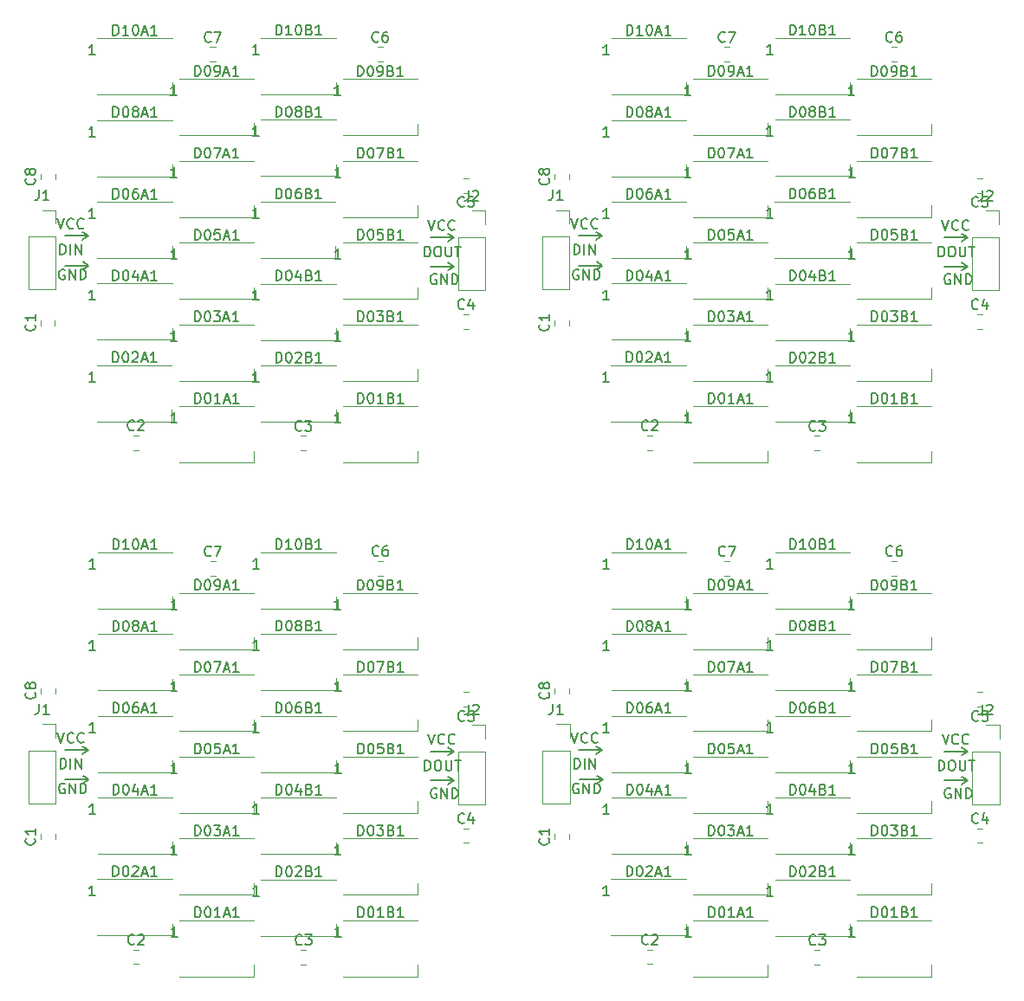
<source format=gbr>
G04 #@! TF.GenerationSoftware,KiCad,Pcbnew,(5.1.5)-3*
G04 #@! TF.CreationDate,2019-12-09T10:08:32+08:00*
G04 #@! TF.ProjectId,LED__,4c454495-7f2e-46b6-9963-61645f706362,rev?*
G04 #@! TF.SameCoordinates,Original*
G04 #@! TF.FileFunction,Legend,Top*
G04 #@! TF.FilePolarity,Positive*
%FSLAX46Y46*%
G04 Gerber Fmt 4.6, Leading zero omitted, Abs format (unit mm)*
G04 Created by KiCad (PCBNEW (5.1.5)-3) date 2019-12-09 10:08:32*
%MOMM*%
%LPD*%
G04 APERTURE LIST*
%ADD10C,0.150000*%
%ADD11C,0.120000*%
G04 APERTURE END LIST*
D10*
X145208095Y-73490000D02*
X145112857Y-73442380D01*
X144970000Y-73442380D01*
X144827142Y-73490000D01*
X144731904Y-73585238D01*
X144684285Y-73680476D01*
X144636666Y-73870952D01*
X144636666Y-74013809D01*
X144684285Y-74204285D01*
X144731904Y-74299523D01*
X144827142Y-74394761D01*
X144970000Y-74442380D01*
X145065238Y-74442380D01*
X145208095Y-74394761D01*
X145255714Y-74347142D01*
X145255714Y-74013809D01*
X145065238Y-74013809D01*
X145684285Y-74442380D02*
X145684285Y-73442380D01*
X146255714Y-74442380D01*
X146255714Y-73442380D01*
X146731904Y-74442380D02*
X146731904Y-73442380D01*
X146970000Y-73442380D01*
X147112857Y-73490000D01*
X147208095Y-73585238D01*
X147255714Y-73680476D01*
X147303333Y-73870952D01*
X147303333Y-74013809D01*
X147255714Y-74204285D01*
X147208095Y-74299523D01*
X147112857Y-74394761D01*
X146970000Y-74442380D01*
X146731904Y-74442380D01*
X145267142Y-73092857D02*
X147552857Y-73092857D01*
X146981428Y-73473809D02*
X147552857Y-73092857D01*
X146981428Y-72711904D01*
X180746666Y-68622380D02*
X181080000Y-69622380D01*
X181413333Y-68622380D01*
X182318095Y-69527142D02*
X182270476Y-69574761D01*
X182127619Y-69622380D01*
X182032380Y-69622380D01*
X181889523Y-69574761D01*
X181794285Y-69479523D01*
X181746666Y-69384285D01*
X181699047Y-69193809D01*
X181699047Y-69050952D01*
X181746666Y-68860476D01*
X181794285Y-68765238D01*
X181889523Y-68670000D01*
X182032380Y-68622380D01*
X182127619Y-68622380D01*
X182270476Y-68670000D01*
X182318095Y-68717619D01*
X183318095Y-69527142D02*
X183270476Y-69574761D01*
X183127619Y-69622380D01*
X183032380Y-69622380D01*
X182889523Y-69574761D01*
X182794285Y-69479523D01*
X182746666Y-69384285D01*
X182699047Y-69193809D01*
X182699047Y-69050952D01*
X182746666Y-68860476D01*
X182794285Y-68765238D01*
X182889523Y-68670000D01*
X183032380Y-68622380D01*
X183127619Y-68622380D01*
X183270476Y-68670000D01*
X183318095Y-68717619D01*
X180947142Y-73152857D02*
X183232857Y-73152857D01*
X182661428Y-73533809D02*
X183232857Y-73152857D01*
X182661428Y-72771904D01*
X180947142Y-70342857D02*
X183232857Y-70342857D01*
X182661428Y-70723809D02*
X183232857Y-70342857D01*
X182661428Y-69961904D01*
X144496666Y-68482380D02*
X144830000Y-69482380D01*
X145163333Y-68482380D01*
X146068095Y-69387142D02*
X146020476Y-69434761D01*
X145877619Y-69482380D01*
X145782380Y-69482380D01*
X145639523Y-69434761D01*
X145544285Y-69339523D01*
X145496666Y-69244285D01*
X145449047Y-69053809D01*
X145449047Y-68910952D01*
X145496666Y-68720476D01*
X145544285Y-68625238D01*
X145639523Y-68530000D01*
X145782380Y-68482380D01*
X145877619Y-68482380D01*
X146020476Y-68530000D01*
X146068095Y-68577619D01*
X147068095Y-69387142D02*
X147020476Y-69434761D01*
X146877619Y-69482380D01*
X146782380Y-69482380D01*
X146639523Y-69434761D01*
X146544285Y-69339523D01*
X146496666Y-69244285D01*
X146449047Y-69053809D01*
X146449047Y-68910952D01*
X146496666Y-68720476D01*
X146544285Y-68625238D01*
X146639523Y-68530000D01*
X146782380Y-68482380D01*
X146877619Y-68482380D01*
X147020476Y-68530000D01*
X147068095Y-68577619D01*
X181538095Y-73950000D02*
X181442857Y-73902380D01*
X181300000Y-73902380D01*
X181157142Y-73950000D01*
X181061904Y-74045238D01*
X181014285Y-74140476D01*
X180966666Y-74330952D01*
X180966666Y-74473809D01*
X181014285Y-74664285D01*
X181061904Y-74759523D01*
X181157142Y-74854761D01*
X181300000Y-74902380D01*
X181395238Y-74902380D01*
X181538095Y-74854761D01*
X181585714Y-74807142D01*
X181585714Y-74473809D01*
X181395238Y-74473809D01*
X182014285Y-74902380D02*
X182014285Y-73902380D01*
X182585714Y-74902380D01*
X182585714Y-73902380D01*
X183061904Y-74902380D02*
X183061904Y-73902380D01*
X183300000Y-73902380D01*
X183442857Y-73950000D01*
X183538095Y-74045238D01*
X183585714Y-74140476D01*
X183633333Y-74330952D01*
X183633333Y-74473809D01*
X183585714Y-74664285D01*
X183538095Y-74759523D01*
X183442857Y-74854761D01*
X183300000Y-74902380D01*
X183061904Y-74902380D01*
X145207142Y-70182857D02*
X147492857Y-70182857D01*
X146921428Y-70563809D02*
X147492857Y-70182857D01*
X146921428Y-69801904D01*
X144776190Y-72002380D02*
X144776190Y-71002380D01*
X145014285Y-71002380D01*
X145157142Y-71050000D01*
X145252380Y-71145238D01*
X145300000Y-71240476D01*
X145347619Y-71430952D01*
X145347619Y-71573809D01*
X145300000Y-71764285D01*
X145252380Y-71859523D01*
X145157142Y-71954761D01*
X145014285Y-72002380D01*
X144776190Y-72002380D01*
X145776190Y-72002380D02*
X145776190Y-71002380D01*
X146252380Y-72002380D02*
X146252380Y-71002380D01*
X146823809Y-72002380D01*
X146823809Y-71002380D01*
X180399523Y-72212380D02*
X180399523Y-71212380D01*
X180637619Y-71212380D01*
X180780476Y-71260000D01*
X180875714Y-71355238D01*
X180923333Y-71450476D01*
X180970952Y-71640952D01*
X180970952Y-71783809D01*
X180923333Y-71974285D01*
X180875714Y-72069523D01*
X180780476Y-72164761D01*
X180637619Y-72212380D01*
X180399523Y-72212380D01*
X181590000Y-71212380D02*
X181780476Y-71212380D01*
X181875714Y-71260000D01*
X181970952Y-71355238D01*
X182018571Y-71545714D01*
X182018571Y-71879047D01*
X181970952Y-72069523D01*
X181875714Y-72164761D01*
X181780476Y-72212380D01*
X181590000Y-72212380D01*
X181494761Y-72164761D01*
X181399523Y-72069523D01*
X181351904Y-71879047D01*
X181351904Y-71545714D01*
X181399523Y-71355238D01*
X181494761Y-71260000D01*
X181590000Y-71212380D01*
X182447142Y-71212380D02*
X182447142Y-72021904D01*
X182494761Y-72117142D01*
X182542380Y-72164761D01*
X182637619Y-72212380D01*
X182828095Y-72212380D01*
X182923333Y-72164761D01*
X182970952Y-72117142D01*
X183018571Y-72021904D01*
X183018571Y-71212380D01*
X183351904Y-71212380D02*
X183923333Y-71212380D01*
X183637619Y-72212380D02*
X183637619Y-71212380D01*
X94988095Y-73490000D02*
X94892857Y-73442380D01*
X94750000Y-73442380D01*
X94607142Y-73490000D01*
X94511904Y-73585238D01*
X94464285Y-73680476D01*
X94416666Y-73870952D01*
X94416666Y-74013809D01*
X94464285Y-74204285D01*
X94511904Y-74299523D01*
X94607142Y-74394761D01*
X94750000Y-74442380D01*
X94845238Y-74442380D01*
X94988095Y-74394761D01*
X95035714Y-74347142D01*
X95035714Y-74013809D01*
X94845238Y-74013809D01*
X95464285Y-74442380D02*
X95464285Y-73442380D01*
X96035714Y-74442380D01*
X96035714Y-73442380D01*
X96511904Y-74442380D02*
X96511904Y-73442380D01*
X96750000Y-73442380D01*
X96892857Y-73490000D01*
X96988095Y-73585238D01*
X97035714Y-73680476D01*
X97083333Y-73870952D01*
X97083333Y-74013809D01*
X97035714Y-74204285D01*
X96988095Y-74299523D01*
X96892857Y-74394761D01*
X96750000Y-74442380D01*
X96511904Y-74442380D01*
X95047142Y-73092857D02*
X97332857Y-73092857D01*
X96761428Y-73473809D02*
X97332857Y-73092857D01*
X96761428Y-72711904D01*
X94276666Y-68482380D02*
X94610000Y-69482380D01*
X94943333Y-68482380D01*
X95848095Y-69387142D02*
X95800476Y-69434761D01*
X95657619Y-69482380D01*
X95562380Y-69482380D01*
X95419523Y-69434761D01*
X95324285Y-69339523D01*
X95276666Y-69244285D01*
X95229047Y-69053809D01*
X95229047Y-68910952D01*
X95276666Y-68720476D01*
X95324285Y-68625238D01*
X95419523Y-68530000D01*
X95562380Y-68482380D01*
X95657619Y-68482380D01*
X95800476Y-68530000D01*
X95848095Y-68577619D01*
X96848095Y-69387142D02*
X96800476Y-69434761D01*
X96657619Y-69482380D01*
X96562380Y-69482380D01*
X96419523Y-69434761D01*
X96324285Y-69339523D01*
X96276666Y-69244285D01*
X96229047Y-69053809D01*
X96229047Y-68910952D01*
X96276666Y-68720476D01*
X96324285Y-68625238D01*
X96419523Y-68530000D01*
X96562380Y-68482380D01*
X96657619Y-68482380D01*
X96800476Y-68530000D01*
X96848095Y-68577619D01*
X130727142Y-70342857D02*
X133012857Y-70342857D01*
X132441428Y-70723809D02*
X133012857Y-70342857D01*
X132441428Y-69961904D01*
X130727142Y-73152857D02*
X133012857Y-73152857D01*
X132441428Y-73533809D02*
X133012857Y-73152857D01*
X132441428Y-72771904D01*
X130526666Y-68622380D02*
X130860000Y-69622380D01*
X131193333Y-68622380D01*
X132098095Y-69527142D02*
X132050476Y-69574761D01*
X131907619Y-69622380D01*
X131812380Y-69622380D01*
X131669523Y-69574761D01*
X131574285Y-69479523D01*
X131526666Y-69384285D01*
X131479047Y-69193809D01*
X131479047Y-69050952D01*
X131526666Y-68860476D01*
X131574285Y-68765238D01*
X131669523Y-68670000D01*
X131812380Y-68622380D01*
X131907619Y-68622380D01*
X132050476Y-68670000D01*
X132098095Y-68717619D01*
X133098095Y-69527142D02*
X133050476Y-69574761D01*
X132907619Y-69622380D01*
X132812380Y-69622380D01*
X132669523Y-69574761D01*
X132574285Y-69479523D01*
X132526666Y-69384285D01*
X132479047Y-69193809D01*
X132479047Y-69050952D01*
X132526666Y-68860476D01*
X132574285Y-68765238D01*
X132669523Y-68670000D01*
X132812380Y-68622380D01*
X132907619Y-68622380D01*
X133050476Y-68670000D01*
X133098095Y-68717619D01*
X131318095Y-73950000D02*
X131222857Y-73902380D01*
X131080000Y-73902380D01*
X130937142Y-73950000D01*
X130841904Y-74045238D01*
X130794285Y-74140476D01*
X130746666Y-74330952D01*
X130746666Y-74473809D01*
X130794285Y-74664285D01*
X130841904Y-74759523D01*
X130937142Y-74854761D01*
X131080000Y-74902380D01*
X131175238Y-74902380D01*
X131318095Y-74854761D01*
X131365714Y-74807142D01*
X131365714Y-74473809D01*
X131175238Y-74473809D01*
X131794285Y-74902380D02*
X131794285Y-73902380D01*
X132365714Y-74902380D01*
X132365714Y-73902380D01*
X132841904Y-74902380D02*
X132841904Y-73902380D01*
X133080000Y-73902380D01*
X133222857Y-73950000D01*
X133318095Y-74045238D01*
X133365714Y-74140476D01*
X133413333Y-74330952D01*
X133413333Y-74473809D01*
X133365714Y-74664285D01*
X133318095Y-74759523D01*
X133222857Y-74854761D01*
X133080000Y-74902380D01*
X132841904Y-74902380D01*
X94556190Y-72002380D02*
X94556190Y-71002380D01*
X94794285Y-71002380D01*
X94937142Y-71050000D01*
X95032380Y-71145238D01*
X95080000Y-71240476D01*
X95127619Y-71430952D01*
X95127619Y-71573809D01*
X95080000Y-71764285D01*
X95032380Y-71859523D01*
X94937142Y-71954761D01*
X94794285Y-72002380D01*
X94556190Y-72002380D01*
X95556190Y-72002380D02*
X95556190Y-71002380D01*
X96032380Y-72002380D02*
X96032380Y-71002380D01*
X96603809Y-72002380D01*
X96603809Y-71002380D01*
X130179523Y-72212380D02*
X130179523Y-71212380D01*
X130417619Y-71212380D01*
X130560476Y-71260000D01*
X130655714Y-71355238D01*
X130703333Y-71450476D01*
X130750952Y-71640952D01*
X130750952Y-71783809D01*
X130703333Y-71974285D01*
X130655714Y-72069523D01*
X130560476Y-72164761D01*
X130417619Y-72212380D01*
X130179523Y-72212380D01*
X131370000Y-71212380D02*
X131560476Y-71212380D01*
X131655714Y-71260000D01*
X131750952Y-71355238D01*
X131798571Y-71545714D01*
X131798571Y-71879047D01*
X131750952Y-72069523D01*
X131655714Y-72164761D01*
X131560476Y-72212380D01*
X131370000Y-72212380D01*
X131274761Y-72164761D01*
X131179523Y-72069523D01*
X131131904Y-71879047D01*
X131131904Y-71545714D01*
X131179523Y-71355238D01*
X131274761Y-71260000D01*
X131370000Y-71212380D01*
X132227142Y-71212380D02*
X132227142Y-72021904D01*
X132274761Y-72117142D01*
X132322380Y-72164761D01*
X132417619Y-72212380D01*
X132608095Y-72212380D01*
X132703333Y-72164761D01*
X132750952Y-72117142D01*
X132798571Y-72021904D01*
X132798571Y-71212380D01*
X133131904Y-71212380D02*
X133703333Y-71212380D01*
X133417619Y-72212380D02*
X133417619Y-71212380D01*
X94987142Y-70182857D02*
X97272857Y-70182857D01*
X96701428Y-70563809D02*
X97272857Y-70182857D01*
X96701428Y-69801904D01*
X145218095Y-123750000D02*
X145122857Y-123702380D01*
X144980000Y-123702380D01*
X144837142Y-123750000D01*
X144741904Y-123845238D01*
X144694285Y-123940476D01*
X144646666Y-124130952D01*
X144646666Y-124273809D01*
X144694285Y-124464285D01*
X144741904Y-124559523D01*
X144837142Y-124654761D01*
X144980000Y-124702380D01*
X145075238Y-124702380D01*
X145218095Y-124654761D01*
X145265714Y-124607142D01*
X145265714Y-124273809D01*
X145075238Y-124273809D01*
X145694285Y-124702380D02*
X145694285Y-123702380D01*
X146265714Y-124702380D01*
X146265714Y-123702380D01*
X146741904Y-124702380D02*
X146741904Y-123702380D01*
X146980000Y-123702380D01*
X147122857Y-123750000D01*
X147218095Y-123845238D01*
X147265714Y-123940476D01*
X147313333Y-124130952D01*
X147313333Y-124273809D01*
X147265714Y-124464285D01*
X147218095Y-124559523D01*
X147122857Y-124654761D01*
X146980000Y-124702380D01*
X146741904Y-124702380D01*
X145277142Y-123352857D02*
X147562857Y-123352857D01*
X146991428Y-123733809D02*
X147562857Y-123352857D01*
X146991428Y-122971904D01*
X144506666Y-118742380D02*
X144840000Y-119742380D01*
X145173333Y-118742380D01*
X146078095Y-119647142D02*
X146030476Y-119694761D01*
X145887619Y-119742380D01*
X145792380Y-119742380D01*
X145649523Y-119694761D01*
X145554285Y-119599523D01*
X145506666Y-119504285D01*
X145459047Y-119313809D01*
X145459047Y-119170952D01*
X145506666Y-118980476D01*
X145554285Y-118885238D01*
X145649523Y-118790000D01*
X145792380Y-118742380D01*
X145887619Y-118742380D01*
X146030476Y-118790000D01*
X146078095Y-118837619D01*
X147078095Y-119647142D02*
X147030476Y-119694761D01*
X146887619Y-119742380D01*
X146792380Y-119742380D01*
X146649523Y-119694761D01*
X146554285Y-119599523D01*
X146506666Y-119504285D01*
X146459047Y-119313809D01*
X146459047Y-119170952D01*
X146506666Y-118980476D01*
X146554285Y-118885238D01*
X146649523Y-118790000D01*
X146792380Y-118742380D01*
X146887619Y-118742380D01*
X147030476Y-118790000D01*
X147078095Y-118837619D01*
X180957142Y-120602857D02*
X183242857Y-120602857D01*
X182671428Y-120983809D02*
X183242857Y-120602857D01*
X182671428Y-120221904D01*
X180957142Y-123412857D02*
X183242857Y-123412857D01*
X182671428Y-123793809D02*
X183242857Y-123412857D01*
X182671428Y-123031904D01*
X180756666Y-118882380D02*
X181090000Y-119882380D01*
X181423333Y-118882380D01*
X182328095Y-119787142D02*
X182280476Y-119834761D01*
X182137619Y-119882380D01*
X182042380Y-119882380D01*
X181899523Y-119834761D01*
X181804285Y-119739523D01*
X181756666Y-119644285D01*
X181709047Y-119453809D01*
X181709047Y-119310952D01*
X181756666Y-119120476D01*
X181804285Y-119025238D01*
X181899523Y-118930000D01*
X182042380Y-118882380D01*
X182137619Y-118882380D01*
X182280476Y-118930000D01*
X182328095Y-118977619D01*
X183328095Y-119787142D02*
X183280476Y-119834761D01*
X183137619Y-119882380D01*
X183042380Y-119882380D01*
X182899523Y-119834761D01*
X182804285Y-119739523D01*
X182756666Y-119644285D01*
X182709047Y-119453809D01*
X182709047Y-119310952D01*
X182756666Y-119120476D01*
X182804285Y-119025238D01*
X182899523Y-118930000D01*
X183042380Y-118882380D01*
X183137619Y-118882380D01*
X183280476Y-118930000D01*
X183328095Y-118977619D01*
X181548095Y-124210000D02*
X181452857Y-124162380D01*
X181310000Y-124162380D01*
X181167142Y-124210000D01*
X181071904Y-124305238D01*
X181024285Y-124400476D01*
X180976666Y-124590952D01*
X180976666Y-124733809D01*
X181024285Y-124924285D01*
X181071904Y-125019523D01*
X181167142Y-125114761D01*
X181310000Y-125162380D01*
X181405238Y-125162380D01*
X181548095Y-125114761D01*
X181595714Y-125067142D01*
X181595714Y-124733809D01*
X181405238Y-124733809D01*
X182024285Y-125162380D02*
X182024285Y-124162380D01*
X182595714Y-125162380D01*
X182595714Y-124162380D01*
X183071904Y-125162380D02*
X183071904Y-124162380D01*
X183310000Y-124162380D01*
X183452857Y-124210000D01*
X183548095Y-124305238D01*
X183595714Y-124400476D01*
X183643333Y-124590952D01*
X183643333Y-124733809D01*
X183595714Y-124924285D01*
X183548095Y-125019523D01*
X183452857Y-125114761D01*
X183310000Y-125162380D01*
X183071904Y-125162380D01*
X144786190Y-122262380D02*
X144786190Y-121262380D01*
X145024285Y-121262380D01*
X145167142Y-121310000D01*
X145262380Y-121405238D01*
X145310000Y-121500476D01*
X145357619Y-121690952D01*
X145357619Y-121833809D01*
X145310000Y-122024285D01*
X145262380Y-122119523D01*
X145167142Y-122214761D01*
X145024285Y-122262380D01*
X144786190Y-122262380D01*
X145786190Y-122262380D02*
X145786190Y-121262380D01*
X146262380Y-122262380D02*
X146262380Y-121262380D01*
X146833809Y-122262380D01*
X146833809Y-121262380D01*
X180409523Y-122472380D02*
X180409523Y-121472380D01*
X180647619Y-121472380D01*
X180790476Y-121520000D01*
X180885714Y-121615238D01*
X180933333Y-121710476D01*
X180980952Y-121900952D01*
X180980952Y-122043809D01*
X180933333Y-122234285D01*
X180885714Y-122329523D01*
X180790476Y-122424761D01*
X180647619Y-122472380D01*
X180409523Y-122472380D01*
X181600000Y-121472380D02*
X181790476Y-121472380D01*
X181885714Y-121520000D01*
X181980952Y-121615238D01*
X182028571Y-121805714D01*
X182028571Y-122139047D01*
X181980952Y-122329523D01*
X181885714Y-122424761D01*
X181790476Y-122472380D01*
X181600000Y-122472380D01*
X181504761Y-122424761D01*
X181409523Y-122329523D01*
X181361904Y-122139047D01*
X181361904Y-121805714D01*
X181409523Y-121615238D01*
X181504761Y-121520000D01*
X181600000Y-121472380D01*
X182457142Y-121472380D02*
X182457142Y-122281904D01*
X182504761Y-122377142D01*
X182552380Y-122424761D01*
X182647619Y-122472380D01*
X182838095Y-122472380D01*
X182933333Y-122424761D01*
X182980952Y-122377142D01*
X183028571Y-122281904D01*
X183028571Y-121472380D01*
X183361904Y-121472380D02*
X183933333Y-121472380D01*
X183647619Y-122472380D02*
X183647619Y-121472380D01*
X145217142Y-120442857D02*
X147502857Y-120442857D01*
X146931428Y-120823809D02*
X147502857Y-120442857D01*
X146931428Y-120061904D01*
X130737142Y-123412857D02*
X133022857Y-123412857D01*
X132451428Y-123793809D02*
X133022857Y-123412857D01*
X132451428Y-123031904D01*
X130737142Y-120602857D02*
X133022857Y-120602857D01*
X132451428Y-120983809D02*
X133022857Y-120602857D01*
X132451428Y-120221904D01*
X94997142Y-120442857D02*
X97282857Y-120442857D01*
X96711428Y-120823809D02*
X97282857Y-120442857D01*
X96711428Y-120061904D01*
X95057142Y-123352857D02*
X97342857Y-123352857D01*
X96771428Y-123733809D02*
X97342857Y-123352857D01*
X96771428Y-122971904D01*
X131328095Y-124210000D02*
X131232857Y-124162380D01*
X131090000Y-124162380D01*
X130947142Y-124210000D01*
X130851904Y-124305238D01*
X130804285Y-124400476D01*
X130756666Y-124590952D01*
X130756666Y-124733809D01*
X130804285Y-124924285D01*
X130851904Y-125019523D01*
X130947142Y-125114761D01*
X131090000Y-125162380D01*
X131185238Y-125162380D01*
X131328095Y-125114761D01*
X131375714Y-125067142D01*
X131375714Y-124733809D01*
X131185238Y-124733809D01*
X131804285Y-125162380D02*
X131804285Y-124162380D01*
X132375714Y-125162380D01*
X132375714Y-124162380D01*
X132851904Y-125162380D02*
X132851904Y-124162380D01*
X133090000Y-124162380D01*
X133232857Y-124210000D01*
X133328095Y-124305238D01*
X133375714Y-124400476D01*
X133423333Y-124590952D01*
X133423333Y-124733809D01*
X133375714Y-124924285D01*
X133328095Y-125019523D01*
X133232857Y-125114761D01*
X133090000Y-125162380D01*
X132851904Y-125162380D01*
X130189523Y-122472380D02*
X130189523Y-121472380D01*
X130427619Y-121472380D01*
X130570476Y-121520000D01*
X130665714Y-121615238D01*
X130713333Y-121710476D01*
X130760952Y-121900952D01*
X130760952Y-122043809D01*
X130713333Y-122234285D01*
X130665714Y-122329523D01*
X130570476Y-122424761D01*
X130427619Y-122472380D01*
X130189523Y-122472380D01*
X131380000Y-121472380D02*
X131570476Y-121472380D01*
X131665714Y-121520000D01*
X131760952Y-121615238D01*
X131808571Y-121805714D01*
X131808571Y-122139047D01*
X131760952Y-122329523D01*
X131665714Y-122424761D01*
X131570476Y-122472380D01*
X131380000Y-122472380D01*
X131284761Y-122424761D01*
X131189523Y-122329523D01*
X131141904Y-122139047D01*
X131141904Y-121805714D01*
X131189523Y-121615238D01*
X131284761Y-121520000D01*
X131380000Y-121472380D01*
X132237142Y-121472380D02*
X132237142Y-122281904D01*
X132284761Y-122377142D01*
X132332380Y-122424761D01*
X132427619Y-122472380D01*
X132618095Y-122472380D01*
X132713333Y-122424761D01*
X132760952Y-122377142D01*
X132808571Y-122281904D01*
X132808571Y-121472380D01*
X133141904Y-121472380D02*
X133713333Y-121472380D01*
X133427619Y-122472380D02*
X133427619Y-121472380D01*
X130536666Y-118882380D02*
X130870000Y-119882380D01*
X131203333Y-118882380D01*
X132108095Y-119787142D02*
X132060476Y-119834761D01*
X131917619Y-119882380D01*
X131822380Y-119882380D01*
X131679523Y-119834761D01*
X131584285Y-119739523D01*
X131536666Y-119644285D01*
X131489047Y-119453809D01*
X131489047Y-119310952D01*
X131536666Y-119120476D01*
X131584285Y-119025238D01*
X131679523Y-118930000D01*
X131822380Y-118882380D01*
X131917619Y-118882380D01*
X132060476Y-118930000D01*
X132108095Y-118977619D01*
X133108095Y-119787142D02*
X133060476Y-119834761D01*
X132917619Y-119882380D01*
X132822380Y-119882380D01*
X132679523Y-119834761D01*
X132584285Y-119739523D01*
X132536666Y-119644285D01*
X132489047Y-119453809D01*
X132489047Y-119310952D01*
X132536666Y-119120476D01*
X132584285Y-119025238D01*
X132679523Y-118930000D01*
X132822380Y-118882380D01*
X132917619Y-118882380D01*
X133060476Y-118930000D01*
X133108095Y-118977619D01*
X94998095Y-123750000D02*
X94902857Y-123702380D01*
X94760000Y-123702380D01*
X94617142Y-123750000D01*
X94521904Y-123845238D01*
X94474285Y-123940476D01*
X94426666Y-124130952D01*
X94426666Y-124273809D01*
X94474285Y-124464285D01*
X94521904Y-124559523D01*
X94617142Y-124654761D01*
X94760000Y-124702380D01*
X94855238Y-124702380D01*
X94998095Y-124654761D01*
X95045714Y-124607142D01*
X95045714Y-124273809D01*
X94855238Y-124273809D01*
X95474285Y-124702380D02*
X95474285Y-123702380D01*
X96045714Y-124702380D01*
X96045714Y-123702380D01*
X96521904Y-124702380D02*
X96521904Y-123702380D01*
X96760000Y-123702380D01*
X96902857Y-123750000D01*
X96998095Y-123845238D01*
X97045714Y-123940476D01*
X97093333Y-124130952D01*
X97093333Y-124273809D01*
X97045714Y-124464285D01*
X96998095Y-124559523D01*
X96902857Y-124654761D01*
X96760000Y-124702380D01*
X96521904Y-124702380D01*
X94566190Y-122262380D02*
X94566190Y-121262380D01*
X94804285Y-121262380D01*
X94947142Y-121310000D01*
X95042380Y-121405238D01*
X95090000Y-121500476D01*
X95137619Y-121690952D01*
X95137619Y-121833809D01*
X95090000Y-122024285D01*
X95042380Y-122119523D01*
X94947142Y-122214761D01*
X94804285Y-122262380D01*
X94566190Y-122262380D01*
X95566190Y-122262380D02*
X95566190Y-121262380D01*
X96042380Y-122262380D02*
X96042380Y-121262380D01*
X96613809Y-122262380D01*
X96613809Y-121262380D01*
X94286666Y-118742380D02*
X94620000Y-119742380D01*
X94953333Y-118742380D01*
X95858095Y-119647142D02*
X95810476Y-119694761D01*
X95667619Y-119742380D01*
X95572380Y-119742380D01*
X95429523Y-119694761D01*
X95334285Y-119599523D01*
X95286666Y-119504285D01*
X95239047Y-119313809D01*
X95239047Y-119170952D01*
X95286666Y-118980476D01*
X95334285Y-118885238D01*
X95429523Y-118790000D01*
X95572380Y-118742380D01*
X95667619Y-118742380D01*
X95810476Y-118790000D01*
X95858095Y-118837619D01*
X96858095Y-119647142D02*
X96810476Y-119694761D01*
X96667619Y-119742380D01*
X96572380Y-119742380D01*
X96429523Y-119694761D01*
X96334285Y-119599523D01*
X96286666Y-119504285D01*
X96239047Y-119313809D01*
X96239047Y-119170952D01*
X96286666Y-118980476D01*
X96334285Y-118885238D01*
X96429523Y-118790000D01*
X96572380Y-118742380D01*
X96667619Y-118742380D01*
X96810476Y-118790000D01*
X96858095Y-118837619D01*
D11*
X159421422Y-53150000D02*
X159938578Y-53150000D01*
X159421422Y-51730000D02*
X159938578Y-51730000D01*
X151903922Y-91120000D02*
X152421078Y-91120000D01*
X151903922Y-89700000D02*
X152421078Y-89700000D01*
X184171422Y-79270000D02*
X184688578Y-79270000D01*
X184171422Y-77850000D02*
X184688578Y-77850000D01*
X184678578Y-64540000D02*
X184161422Y-64540000D01*
X184678578Y-65960000D02*
X184161422Y-65960000D01*
X155710000Y-56350000D02*
X155710000Y-55200000D01*
X148410000Y-56350000D02*
X155710000Y-56350000D01*
X148410000Y-50850000D02*
X155710000Y-50850000D01*
X175781422Y-53130000D02*
X176298578Y-53130000D01*
X175781422Y-51710000D02*
X176298578Y-51710000D01*
X179690000Y-60350000D02*
X179690000Y-59200000D01*
X172390000Y-60350000D02*
X179690000Y-60350000D01*
X172390000Y-54850000D02*
X179690000Y-54850000D01*
X168281422Y-91160000D02*
X168798578Y-91160000D01*
X168281422Y-89740000D02*
X168798578Y-89740000D01*
X144260000Y-78931078D02*
X144260000Y-78413922D01*
X142840000Y-78931078D02*
X142840000Y-78413922D01*
X171710000Y-56340000D02*
X171710000Y-55190000D01*
X164410000Y-56340000D02*
X171710000Y-56340000D01*
X164410000Y-50840000D02*
X171710000Y-50840000D01*
X155710000Y-72350000D02*
X155710000Y-71200000D01*
X148410000Y-72350000D02*
X155710000Y-72350000D01*
X148410000Y-66850000D02*
X155710000Y-66850000D01*
X179720000Y-92340000D02*
X179720000Y-91190000D01*
X172420000Y-92340000D02*
X179720000Y-92340000D01*
X172420000Y-86840000D02*
X179720000Y-86840000D01*
X179720000Y-68350000D02*
X179720000Y-67200000D01*
X172420000Y-68350000D02*
X179720000Y-68350000D01*
X172420000Y-62850000D02*
X179720000Y-62850000D01*
X155710000Y-80340000D02*
X155710000Y-79190000D01*
X148410000Y-80340000D02*
X155710000Y-80340000D01*
X148410000Y-74840000D02*
X155710000Y-74840000D01*
X163700000Y-60330000D02*
X163700000Y-59180000D01*
X156400000Y-60330000D02*
X163700000Y-60330000D01*
X156400000Y-54830000D02*
X163700000Y-54830000D01*
X163700000Y-84350000D02*
X163700000Y-83200000D01*
X156400000Y-84350000D02*
X163700000Y-84350000D01*
X156400000Y-78850000D02*
X163700000Y-78850000D01*
X163700000Y-68350000D02*
X163700000Y-67200000D01*
X156400000Y-68350000D02*
X163700000Y-68350000D01*
X156400000Y-62850000D02*
X163700000Y-62850000D01*
X143010000Y-67670000D02*
X144340000Y-67670000D01*
X144340000Y-67670000D02*
X144340000Y-69000000D01*
X144340000Y-70270000D02*
X144340000Y-75410000D01*
X141680000Y-75410000D02*
X144340000Y-75410000D01*
X141680000Y-70270000D02*
X141680000Y-75410000D01*
X141680000Y-70270000D02*
X144340000Y-70270000D01*
X171710000Y-64330000D02*
X171710000Y-63180000D01*
X164410000Y-64330000D02*
X171710000Y-64330000D01*
X164410000Y-58830000D02*
X171710000Y-58830000D01*
X179720000Y-76340000D02*
X179720000Y-75190000D01*
X172420000Y-76340000D02*
X179720000Y-76340000D01*
X172420000Y-70840000D02*
X179720000Y-70840000D01*
X163720000Y-92340000D02*
X163720000Y-91190000D01*
X156420000Y-92340000D02*
X163720000Y-92340000D01*
X156420000Y-86840000D02*
X163720000Y-86840000D01*
X171710000Y-88350000D02*
X171710000Y-87200000D01*
X164410000Y-88350000D02*
X171710000Y-88350000D01*
X164410000Y-82850000D02*
X171710000Y-82850000D01*
X185000000Y-67730000D02*
X186330000Y-67730000D01*
X186330000Y-67730000D02*
X186330000Y-69060000D01*
X186330000Y-70330000D02*
X186330000Y-75470000D01*
X183670000Y-75470000D02*
X186330000Y-75470000D01*
X183670000Y-70330000D02*
X183670000Y-75470000D01*
X183670000Y-70330000D02*
X186330000Y-70330000D01*
X155710000Y-64350000D02*
X155710000Y-63200000D01*
X148410000Y-64350000D02*
X155710000Y-64350000D01*
X148410000Y-58850000D02*
X155710000Y-58850000D01*
X163710000Y-76350000D02*
X163710000Y-75200000D01*
X156410000Y-76350000D02*
X163710000Y-76350000D01*
X156410000Y-70850000D02*
X163710000Y-70850000D01*
X144270000Y-64658578D02*
X144270000Y-64141422D01*
X142850000Y-64658578D02*
X142850000Y-64141422D01*
X179710000Y-84340000D02*
X179710000Y-83190000D01*
X172410000Y-84340000D02*
X179710000Y-84340000D01*
X172410000Y-78840000D02*
X179710000Y-78840000D01*
X155690000Y-88330000D02*
X155690000Y-87180000D01*
X148390000Y-88330000D02*
X155690000Y-88330000D01*
X148390000Y-82830000D02*
X155690000Y-82830000D01*
X171710000Y-80350000D02*
X171710000Y-79200000D01*
X164410000Y-80350000D02*
X171710000Y-80350000D01*
X164410000Y-74850000D02*
X171710000Y-74850000D01*
X171700000Y-72340000D02*
X171700000Y-71190000D01*
X164400000Y-72340000D02*
X171700000Y-72340000D01*
X164400000Y-66840000D02*
X171700000Y-66840000D01*
X109201422Y-51730000D02*
X109718578Y-51730000D01*
X109201422Y-53150000D02*
X109718578Y-53150000D01*
X118061422Y-89740000D02*
X118578578Y-89740000D01*
X118061422Y-91160000D02*
X118578578Y-91160000D01*
X92620000Y-78931078D02*
X92620000Y-78413922D01*
X94040000Y-78931078D02*
X94040000Y-78413922D01*
X133951422Y-77850000D02*
X134468578Y-77850000D01*
X133951422Y-79270000D02*
X134468578Y-79270000D01*
X101683922Y-89700000D02*
X102201078Y-89700000D01*
X101683922Y-91120000D02*
X102201078Y-91120000D01*
X134458578Y-65960000D02*
X133941422Y-65960000D01*
X134458578Y-64540000D02*
X133941422Y-64540000D01*
X125561422Y-51710000D02*
X126078578Y-51710000D01*
X125561422Y-53130000D02*
X126078578Y-53130000D01*
X98190000Y-50850000D02*
X105490000Y-50850000D01*
X98190000Y-56350000D02*
X105490000Y-56350000D01*
X105490000Y-56350000D02*
X105490000Y-55200000D01*
X122170000Y-54850000D02*
X129470000Y-54850000D01*
X122170000Y-60350000D02*
X129470000Y-60350000D01*
X129470000Y-60350000D02*
X129470000Y-59200000D01*
X114190000Y-50840000D02*
X121490000Y-50840000D01*
X114190000Y-56340000D02*
X121490000Y-56340000D01*
X121490000Y-56340000D02*
X121490000Y-55190000D01*
X91460000Y-70270000D02*
X94120000Y-70270000D01*
X91460000Y-70270000D02*
X91460000Y-75410000D01*
X91460000Y-75410000D02*
X94120000Y-75410000D01*
X94120000Y-70270000D02*
X94120000Y-75410000D01*
X94120000Y-67670000D02*
X94120000Y-69000000D01*
X92790000Y-67670000D02*
X94120000Y-67670000D01*
X133450000Y-70330000D02*
X136110000Y-70330000D01*
X133450000Y-70330000D02*
X133450000Y-75470000D01*
X133450000Y-75470000D02*
X136110000Y-75470000D01*
X136110000Y-70330000D02*
X136110000Y-75470000D01*
X136110000Y-67730000D02*
X136110000Y-69060000D01*
X134780000Y-67730000D02*
X136110000Y-67730000D01*
X122190000Y-78840000D02*
X129490000Y-78840000D01*
X122190000Y-84340000D02*
X129490000Y-84340000D01*
X129490000Y-84340000D02*
X129490000Y-83190000D01*
X114190000Y-58830000D02*
X121490000Y-58830000D01*
X114190000Y-64330000D02*
X121490000Y-64330000D01*
X121490000Y-64330000D02*
X121490000Y-63180000D01*
X98170000Y-82830000D02*
X105470000Y-82830000D01*
X98170000Y-88330000D02*
X105470000Y-88330000D01*
X105470000Y-88330000D02*
X105470000Y-87180000D01*
X114190000Y-82850000D02*
X121490000Y-82850000D01*
X114190000Y-88350000D02*
X121490000Y-88350000D01*
X121490000Y-88350000D02*
X121490000Y-87200000D01*
X114190000Y-74850000D02*
X121490000Y-74850000D01*
X114190000Y-80350000D02*
X121490000Y-80350000D01*
X121490000Y-80350000D02*
X121490000Y-79200000D01*
X106180000Y-78850000D02*
X113480000Y-78850000D01*
X106180000Y-84350000D02*
X113480000Y-84350000D01*
X113480000Y-84350000D02*
X113480000Y-83200000D01*
X98190000Y-74840000D02*
X105490000Y-74840000D01*
X98190000Y-80340000D02*
X105490000Y-80340000D01*
X105490000Y-80340000D02*
X105490000Y-79190000D01*
X122200000Y-70840000D02*
X129500000Y-70840000D01*
X122200000Y-76340000D02*
X129500000Y-76340000D01*
X129500000Y-76340000D02*
X129500000Y-75190000D01*
X114180000Y-66840000D02*
X121480000Y-66840000D01*
X114180000Y-72340000D02*
X121480000Y-72340000D01*
X121480000Y-72340000D02*
X121480000Y-71190000D01*
X106180000Y-62850000D02*
X113480000Y-62850000D01*
X106180000Y-68350000D02*
X113480000Y-68350000D01*
X113480000Y-68350000D02*
X113480000Y-67200000D01*
X98190000Y-58850000D02*
X105490000Y-58850000D01*
X98190000Y-64350000D02*
X105490000Y-64350000D01*
X105490000Y-64350000D02*
X105490000Y-63200000D01*
X122200000Y-62850000D02*
X129500000Y-62850000D01*
X122200000Y-68350000D02*
X129500000Y-68350000D01*
X129500000Y-68350000D02*
X129500000Y-67200000D01*
X106180000Y-54830000D02*
X113480000Y-54830000D01*
X106180000Y-60330000D02*
X113480000Y-60330000D01*
X113480000Y-60330000D02*
X113480000Y-59180000D01*
X106190000Y-70850000D02*
X113490000Y-70850000D01*
X106190000Y-76350000D02*
X113490000Y-76350000D01*
X113490000Y-76350000D02*
X113490000Y-75200000D01*
X92630000Y-64658578D02*
X92630000Y-64141422D01*
X94050000Y-64658578D02*
X94050000Y-64141422D01*
X106200000Y-86840000D02*
X113500000Y-86840000D01*
X106200000Y-92340000D02*
X113500000Y-92340000D01*
X113500000Y-92340000D02*
X113500000Y-91190000D01*
X98190000Y-66850000D02*
X105490000Y-66850000D01*
X98190000Y-72350000D02*
X105490000Y-72350000D01*
X105490000Y-72350000D02*
X105490000Y-71200000D01*
X122200000Y-86840000D02*
X129500000Y-86840000D01*
X122200000Y-92340000D02*
X129500000Y-92340000D01*
X129500000Y-92340000D02*
X129500000Y-91190000D01*
X159431422Y-101990000D02*
X159948578Y-101990000D01*
X159431422Y-103410000D02*
X159948578Y-103410000D01*
X168291422Y-140000000D02*
X168808578Y-140000000D01*
X168291422Y-141420000D02*
X168808578Y-141420000D01*
X142850000Y-129191078D02*
X142850000Y-128673922D01*
X144270000Y-129191078D02*
X144270000Y-128673922D01*
X184181422Y-128110000D02*
X184698578Y-128110000D01*
X184181422Y-129530000D02*
X184698578Y-129530000D01*
X151913922Y-139960000D02*
X152431078Y-139960000D01*
X151913922Y-141380000D02*
X152431078Y-141380000D01*
X184688578Y-116220000D02*
X184171422Y-116220000D01*
X184688578Y-114800000D02*
X184171422Y-114800000D01*
X175791422Y-101970000D02*
X176308578Y-101970000D01*
X175791422Y-103390000D02*
X176308578Y-103390000D01*
X148420000Y-101110000D02*
X155720000Y-101110000D01*
X148420000Y-106610000D02*
X155720000Y-106610000D01*
X155720000Y-106610000D02*
X155720000Y-105460000D01*
X172400000Y-105110000D02*
X179700000Y-105110000D01*
X172400000Y-110610000D02*
X179700000Y-110610000D01*
X179700000Y-110610000D02*
X179700000Y-109460000D01*
X164420000Y-101100000D02*
X171720000Y-101100000D01*
X164420000Y-106600000D02*
X171720000Y-106600000D01*
X171720000Y-106600000D02*
X171720000Y-105450000D01*
X141690000Y-120530000D02*
X144350000Y-120530000D01*
X141690000Y-120530000D02*
X141690000Y-125670000D01*
X141690000Y-125670000D02*
X144350000Y-125670000D01*
X144350000Y-120530000D02*
X144350000Y-125670000D01*
X144350000Y-117930000D02*
X144350000Y-119260000D01*
X143020000Y-117930000D02*
X144350000Y-117930000D01*
X183680000Y-120590000D02*
X186340000Y-120590000D01*
X183680000Y-120590000D02*
X183680000Y-125730000D01*
X183680000Y-125730000D02*
X186340000Y-125730000D01*
X186340000Y-120590000D02*
X186340000Y-125730000D01*
X186340000Y-117990000D02*
X186340000Y-119320000D01*
X185010000Y-117990000D02*
X186340000Y-117990000D01*
X172420000Y-129100000D02*
X179720000Y-129100000D01*
X172420000Y-134600000D02*
X179720000Y-134600000D01*
X179720000Y-134600000D02*
X179720000Y-133450000D01*
X164420000Y-109090000D02*
X171720000Y-109090000D01*
X164420000Y-114590000D02*
X171720000Y-114590000D01*
X171720000Y-114590000D02*
X171720000Y-113440000D01*
X148400000Y-133090000D02*
X155700000Y-133090000D01*
X148400000Y-138590000D02*
X155700000Y-138590000D01*
X155700000Y-138590000D02*
X155700000Y-137440000D01*
X164420000Y-133110000D02*
X171720000Y-133110000D01*
X164420000Y-138610000D02*
X171720000Y-138610000D01*
X171720000Y-138610000D02*
X171720000Y-137460000D01*
X164420000Y-125110000D02*
X171720000Y-125110000D01*
X164420000Y-130610000D02*
X171720000Y-130610000D01*
X171720000Y-130610000D02*
X171720000Y-129460000D01*
X156410000Y-129110000D02*
X163710000Y-129110000D01*
X156410000Y-134610000D02*
X163710000Y-134610000D01*
X163710000Y-134610000D02*
X163710000Y-133460000D01*
X148420000Y-125100000D02*
X155720000Y-125100000D01*
X148420000Y-130600000D02*
X155720000Y-130600000D01*
X155720000Y-130600000D02*
X155720000Y-129450000D01*
X172430000Y-121100000D02*
X179730000Y-121100000D01*
X172430000Y-126600000D02*
X179730000Y-126600000D01*
X179730000Y-126600000D02*
X179730000Y-125450000D01*
X164410000Y-117100000D02*
X171710000Y-117100000D01*
X164410000Y-122600000D02*
X171710000Y-122600000D01*
X171710000Y-122600000D02*
X171710000Y-121450000D01*
X156410000Y-113110000D02*
X163710000Y-113110000D01*
X156410000Y-118610000D02*
X163710000Y-118610000D01*
X163710000Y-118610000D02*
X163710000Y-117460000D01*
X148420000Y-109110000D02*
X155720000Y-109110000D01*
X148420000Y-114610000D02*
X155720000Y-114610000D01*
X155720000Y-114610000D02*
X155720000Y-113460000D01*
X172430000Y-113110000D02*
X179730000Y-113110000D01*
X172430000Y-118610000D02*
X179730000Y-118610000D01*
X179730000Y-118610000D02*
X179730000Y-117460000D01*
X156410000Y-105090000D02*
X163710000Y-105090000D01*
X156410000Y-110590000D02*
X163710000Y-110590000D01*
X163710000Y-110590000D02*
X163710000Y-109440000D01*
X156420000Y-121110000D02*
X163720000Y-121110000D01*
X156420000Y-126610000D02*
X163720000Y-126610000D01*
X163720000Y-126610000D02*
X163720000Y-125460000D01*
X142860000Y-114918578D02*
X142860000Y-114401422D01*
X144280000Y-114918578D02*
X144280000Y-114401422D01*
X156430000Y-137100000D02*
X163730000Y-137100000D01*
X156430000Y-142600000D02*
X163730000Y-142600000D01*
X163730000Y-142600000D02*
X163730000Y-141450000D01*
X148420000Y-117110000D02*
X155720000Y-117110000D01*
X148420000Y-122610000D02*
X155720000Y-122610000D01*
X155720000Y-122610000D02*
X155720000Y-121460000D01*
X172430000Y-137100000D02*
X179730000Y-137100000D01*
X172430000Y-142600000D02*
X179730000Y-142600000D01*
X179730000Y-142600000D02*
X179730000Y-141450000D01*
X134790000Y-117990000D02*
X136120000Y-117990000D01*
X136120000Y-117990000D02*
X136120000Y-119320000D01*
X136120000Y-120590000D02*
X136120000Y-125730000D01*
X133460000Y-125730000D02*
X136120000Y-125730000D01*
X133460000Y-120590000D02*
X133460000Y-125730000D01*
X133460000Y-120590000D02*
X136120000Y-120590000D01*
X92800000Y-117930000D02*
X94130000Y-117930000D01*
X94130000Y-117930000D02*
X94130000Y-119260000D01*
X94130000Y-120530000D02*
X94130000Y-125670000D01*
X91470000Y-125670000D02*
X94130000Y-125670000D01*
X91470000Y-120530000D02*
X91470000Y-125670000D01*
X91470000Y-120530000D02*
X94130000Y-120530000D01*
X121500000Y-106600000D02*
X121500000Y-105450000D01*
X114200000Y-106600000D02*
X121500000Y-106600000D01*
X114200000Y-101100000D02*
X121500000Y-101100000D01*
X105500000Y-106610000D02*
X105500000Y-105460000D01*
X98200000Y-106610000D02*
X105500000Y-106610000D01*
X98200000Y-101110000D02*
X105500000Y-101110000D01*
X129480000Y-110610000D02*
X129480000Y-109460000D01*
X122180000Y-110610000D02*
X129480000Y-110610000D01*
X122180000Y-105110000D02*
X129480000Y-105110000D01*
X113490000Y-110590000D02*
X113490000Y-109440000D01*
X106190000Y-110590000D02*
X113490000Y-110590000D01*
X106190000Y-105090000D02*
X113490000Y-105090000D01*
X121500000Y-114590000D02*
X121500000Y-113440000D01*
X114200000Y-114590000D02*
X121500000Y-114590000D01*
X114200000Y-109090000D02*
X121500000Y-109090000D01*
X105500000Y-114610000D02*
X105500000Y-113460000D01*
X98200000Y-114610000D02*
X105500000Y-114610000D01*
X98200000Y-109110000D02*
X105500000Y-109110000D01*
X129510000Y-118610000D02*
X129510000Y-117460000D01*
X122210000Y-118610000D02*
X129510000Y-118610000D01*
X122210000Y-113110000D02*
X129510000Y-113110000D01*
X113490000Y-118610000D02*
X113490000Y-117460000D01*
X106190000Y-118610000D02*
X113490000Y-118610000D01*
X106190000Y-113110000D02*
X113490000Y-113110000D01*
X121490000Y-122600000D02*
X121490000Y-121450000D01*
X114190000Y-122600000D02*
X121490000Y-122600000D01*
X114190000Y-117100000D02*
X121490000Y-117100000D01*
X105500000Y-122610000D02*
X105500000Y-121460000D01*
X98200000Y-122610000D02*
X105500000Y-122610000D01*
X98200000Y-117110000D02*
X105500000Y-117110000D01*
X129510000Y-126600000D02*
X129510000Y-125450000D01*
X122210000Y-126600000D02*
X129510000Y-126600000D01*
X122210000Y-121100000D02*
X129510000Y-121100000D01*
X113500000Y-126610000D02*
X113500000Y-125460000D01*
X106200000Y-126610000D02*
X113500000Y-126610000D01*
X106200000Y-121110000D02*
X113500000Y-121110000D01*
X121500000Y-130610000D02*
X121500000Y-129460000D01*
X114200000Y-130610000D02*
X121500000Y-130610000D01*
X114200000Y-125110000D02*
X121500000Y-125110000D01*
X105500000Y-130600000D02*
X105500000Y-129450000D01*
X98200000Y-130600000D02*
X105500000Y-130600000D01*
X98200000Y-125100000D02*
X105500000Y-125100000D01*
X129500000Y-134600000D02*
X129500000Y-133450000D01*
X122200000Y-134600000D02*
X129500000Y-134600000D01*
X122200000Y-129100000D02*
X129500000Y-129100000D01*
X113490000Y-134610000D02*
X113490000Y-133460000D01*
X106190000Y-134610000D02*
X113490000Y-134610000D01*
X106190000Y-129110000D02*
X113490000Y-129110000D01*
X121500000Y-138610000D02*
X121500000Y-137460000D01*
X114200000Y-138610000D02*
X121500000Y-138610000D01*
X114200000Y-133110000D02*
X121500000Y-133110000D01*
X105480000Y-138590000D02*
X105480000Y-137440000D01*
X98180000Y-138590000D02*
X105480000Y-138590000D01*
X98180000Y-133090000D02*
X105480000Y-133090000D01*
X129510000Y-142600000D02*
X129510000Y-141450000D01*
X122210000Y-142600000D02*
X129510000Y-142600000D01*
X122210000Y-137100000D02*
X129510000Y-137100000D01*
X113510000Y-142600000D02*
X113510000Y-141450000D01*
X106210000Y-142600000D02*
X113510000Y-142600000D01*
X106210000Y-137100000D02*
X113510000Y-137100000D01*
X94060000Y-114918578D02*
X94060000Y-114401422D01*
X92640000Y-114918578D02*
X92640000Y-114401422D01*
X109211422Y-103410000D02*
X109728578Y-103410000D01*
X109211422Y-101990000D02*
X109728578Y-101990000D01*
X125571422Y-103390000D02*
X126088578Y-103390000D01*
X125571422Y-101970000D02*
X126088578Y-101970000D01*
X134468578Y-114800000D02*
X133951422Y-114800000D01*
X134468578Y-116220000D02*
X133951422Y-116220000D01*
X133961422Y-129530000D02*
X134478578Y-129530000D01*
X133961422Y-128110000D02*
X134478578Y-128110000D01*
X118071422Y-141420000D02*
X118588578Y-141420000D01*
X118071422Y-140000000D02*
X118588578Y-140000000D01*
X101693922Y-141380000D02*
X102211078Y-141380000D01*
X101693922Y-139960000D02*
X102211078Y-139960000D01*
X94050000Y-129191078D02*
X94050000Y-128673922D01*
X92630000Y-129191078D02*
X92630000Y-128673922D01*
D10*
X159513333Y-51147142D02*
X159465714Y-51194761D01*
X159322857Y-51242380D01*
X159227619Y-51242380D01*
X159084761Y-51194761D01*
X158989523Y-51099523D01*
X158941904Y-51004285D01*
X158894285Y-50813809D01*
X158894285Y-50670952D01*
X158941904Y-50480476D01*
X158989523Y-50385238D01*
X159084761Y-50290000D01*
X159227619Y-50242380D01*
X159322857Y-50242380D01*
X159465714Y-50290000D01*
X159513333Y-50337619D01*
X159846666Y-50242380D02*
X160513333Y-50242380D01*
X160084761Y-51242380D01*
X151995833Y-89117142D02*
X151948214Y-89164761D01*
X151805357Y-89212380D01*
X151710119Y-89212380D01*
X151567261Y-89164761D01*
X151472023Y-89069523D01*
X151424404Y-88974285D01*
X151376785Y-88783809D01*
X151376785Y-88640952D01*
X151424404Y-88450476D01*
X151472023Y-88355238D01*
X151567261Y-88260000D01*
X151710119Y-88212380D01*
X151805357Y-88212380D01*
X151948214Y-88260000D01*
X151995833Y-88307619D01*
X152376785Y-88307619D02*
X152424404Y-88260000D01*
X152519642Y-88212380D01*
X152757738Y-88212380D01*
X152852976Y-88260000D01*
X152900595Y-88307619D01*
X152948214Y-88402857D01*
X152948214Y-88498095D01*
X152900595Y-88640952D01*
X152329166Y-89212380D01*
X152948214Y-89212380D01*
X184263333Y-77267142D02*
X184215714Y-77314761D01*
X184072857Y-77362380D01*
X183977619Y-77362380D01*
X183834761Y-77314761D01*
X183739523Y-77219523D01*
X183691904Y-77124285D01*
X183644285Y-76933809D01*
X183644285Y-76790952D01*
X183691904Y-76600476D01*
X183739523Y-76505238D01*
X183834761Y-76410000D01*
X183977619Y-76362380D01*
X184072857Y-76362380D01*
X184215714Y-76410000D01*
X184263333Y-76457619D01*
X185120476Y-76695714D02*
X185120476Y-77362380D01*
X184882380Y-76314761D02*
X184644285Y-77029047D01*
X185263333Y-77029047D01*
X184253333Y-67257142D02*
X184205714Y-67304761D01*
X184062857Y-67352380D01*
X183967619Y-67352380D01*
X183824761Y-67304761D01*
X183729523Y-67209523D01*
X183681904Y-67114285D01*
X183634285Y-66923809D01*
X183634285Y-66780952D01*
X183681904Y-66590476D01*
X183729523Y-66495238D01*
X183824761Y-66400000D01*
X183967619Y-66352380D01*
X184062857Y-66352380D01*
X184205714Y-66400000D01*
X184253333Y-66447619D01*
X185158095Y-66352380D02*
X184681904Y-66352380D01*
X184634285Y-66828571D01*
X184681904Y-66780952D01*
X184777142Y-66733333D01*
X185015238Y-66733333D01*
X185110476Y-66780952D01*
X185158095Y-66828571D01*
X185205714Y-66923809D01*
X185205714Y-67161904D01*
X185158095Y-67257142D01*
X185110476Y-67304761D01*
X185015238Y-67352380D01*
X184777142Y-67352380D01*
X184681904Y-67304761D01*
X184634285Y-67257142D01*
X149940952Y-50552380D02*
X149940952Y-49552380D01*
X150179047Y-49552380D01*
X150321904Y-49600000D01*
X150417142Y-49695238D01*
X150464761Y-49790476D01*
X150512380Y-49980952D01*
X150512380Y-50123809D01*
X150464761Y-50314285D01*
X150417142Y-50409523D01*
X150321904Y-50504761D01*
X150179047Y-50552380D01*
X149940952Y-50552380D01*
X151464761Y-50552380D02*
X150893333Y-50552380D01*
X151179047Y-50552380D02*
X151179047Y-49552380D01*
X151083809Y-49695238D01*
X150988571Y-49790476D01*
X150893333Y-49838095D01*
X152083809Y-49552380D02*
X152179047Y-49552380D01*
X152274285Y-49600000D01*
X152321904Y-49647619D01*
X152369523Y-49742857D01*
X152417142Y-49933333D01*
X152417142Y-50171428D01*
X152369523Y-50361904D01*
X152321904Y-50457142D01*
X152274285Y-50504761D01*
X152179047Y-50552380D01*
X152083809Y-50552380D01*
X151988571Y-50504761D01*
X151940952Y-50457142D01*
X151893333Y-50361904D01*
X151845714Y-50171428D01*
X151845714Y-49933333D01*
X151893333Y-49742857D01*
X151940952Y-49647619D01*
X151988571Y-49600000D01*
X152083809Y-49552380D01*
X152798095Y-50266666D02*
X153274285Y-50266666D01*
X152702857Y-50552380D02*
X153036190Y-49552380D01*
X153369523Y-50552380D01*
X154226666Y-50552380D02*
X153655238Y-50552380D01*
X153940952Y-50552380D02*
X153940952Y-49552380D01*
X153845714Y-49695238D01*
X153750476Y-49790476D01*
X153655238Y-49838095D01*
X148195714Y-52452380D02*
X147624285Y-52452380D01*
X147910000Y-52452380D02*
X147910000Y-51452380D01*
X147814761Y-51595238D01*
X147719523Y-51690476D01*
X147624285Y-51738095D01*
X175873333Y-51127142D02*
X175825714Y-51174761D01*
X175682857Y-51222380D01*
X175587619Y-51222380D01*
X175444761Y-51174761D01*
X175349523Y-51079523D01*
X175301904Y-50984285D01*
X175254285Y-50793809D01*
X175254285Y-50650952D01*
X175301904Y-50460476D01*
X175349523Y-50365238D01*
X175444761Y-50270000D01*
X175587619Y-50222380D01*
X175682857Y-50222380D01*
X175825714Y-50270000D01*
X175873333Y-50317619D01*
X176730476Y-50222380D02*
X176540000Y-50222380D01*
X176444761Y-50270000D01*
X176397142Y-50317619D01*
X176301904Y-50460476D01*
X176254285Y-50650952D01*
X176254285Y-51031904D01*
X176301904Y-51127142D01*
X176349523Y-51174761D01*
X176444761Y-51222380D01*
X176635238Y-51222380D01*
X176730476Y-51174761D01*
X176778095Y-51127142D01*
X176825714Y-51031904D01*
X176825714Y-50793809D01*
X176778095Y-50698571D01*
X176730476Y-50650952D01*
X176635238Y-50603333D01*
X176444761Y-50603333D01*
X176349523Y-50650952D01*
X176301904Y-50698571D01*
X176254285Y-50793809D01*
X173849523Y-54552380D02*
X173849523Y-53552380D01*
X174087619Y-53552380D01*
X174230476Y-53600000D01*
X174325714Y-53695238D01*
X174373333Y-53790476D01*
X174420952Y-53980952D01*
X174420952Y-54123809D01*
X174373333Y-54314285D01*
X174325714Y-54409523D01*
X174230476Y-54504761D01*
X174087619Y-54552380D01*
X173849523Y-54552380D01*
X175040000Y-53552380D02*
X175135238Y-53552380D01*
X175230476Y-53600000D01*
X175278095Y-53647619D01*
X175325714Y-53742857D01*
X175373333Y-53933333D01*
X175373333Y-54171428D01*
X175325714Y-54361904D01*
X175278095Y-54457142D01*
X175230476Y-54504761D01*
X175135238Y-54552380D01*
X175040000Y-54552380D01*
X174944761Y-54504761D01*
X174897142Y-54457142D01*
X174849523Y-54361904D01*
X174801904Y-54171428D01*
X174801904Y-53933333D01*
X174849523Y-53742857D01*
X174897142Y-53647619D01*
X174944761Y-53600000D01*
X175040000Y-53552380D01*
X175849523Y-54552380D02*
X176040000Y-54552380D01*
X176135238Y-54504761D01*
X176182857Y-54457142D01*
X176278095Y-54314285D01*
X176325714Y-54123809D01*
X176325714Y-53742857D01*
X176278095Y-53647619D01*
X176230476Y-53600000D01*
X176135238Y-53552380D01*
X175944761Y-53552380D01*
X175849523Y-53600000D01*
X175801904Y-53647619D01*
X175754285Y-53742857D01*
X175754285Y-53980952D01*
X175801904Y-54076190D01*
X175849523Y-54123809D01*
X175944761Y-54171428D01*
X176135238Y-54171428D01*
X176230476Y-54123809D01*
X176278095Y-54076190D01*
X176325714Y-53980952D01*
X177087619Y-54028571D02*
X177230476Y-54076190D01*
X177278095Y-54123809D01*
X177325714Y-54219047D01*
X177325714Y-54361904D01*
X177278095Y-54457142D01*
X177230476Y-54504761D01*
X177135238Y-54552380D01*
X176754285Y-54552380D01*
X176754285Y-53552380D01*
X177087619Y-53552380D01*
X177182857Y-53600000D01*
X177230476Y-53647619D01*
X177278095Y-53742857D01*
X177278095Y-53838095D01*
X177230476Y-53933333D01*
X177182857Y-53980952D01*
X177087619Y-54028571D01*
X176754285Y-54028571D01*
X178278095Y-54552380D02*
X177706666Y-54552380D01*
X177992380Y-54552380D02*
X177992380Y-53552380D01*
X177897142Y-53695238D01*
X177801904Y-53790476D01*
X177706666Y-53838095D01*
X172175714Y-56452380D02*
X171604285Y-56452380D01*
X171890000Y-56452380D02*
X171890000Y-55452380D01*
X171794761Y-55595238D01*
X171699523Y-55690476D01*
X171604285Y-55738095D01*
X168373333Y-89157142D02*
X168325714Y-89204761D01*
X168182857Y-89252380D01*
X168087619Y-89252380D01*
X167944761Y-89204761D01*
X167849523Y-89109523D01*
X167801904Y-89014285D01*
X167754285Y-88823809D01*
X167754285Y-88680952D01*
X167801904Y-88490476D01*
X167849523Y-88395238D01*
X167944761Y-88300000D01*
X168087619Y-88252380D01*
X168182857Y-88252380D01*
X168325714Y-88300000D01*
X168373333Y-88347619D01*
X168706666Y-88252380D02*
X169325714Y-88252380D01*
X168992380Y-88633333D01*
X169135238Y-88633333D01*
X169230476Y-88680952D01*
X169278095Y-88728571D01*
X169325714Y-88823809D01*
X169325714Y-89061904D01*
X169278095Y-89157142D01*
X169230476Y-89204761D01*
X169135238Y-89252380D01*
X168849523Y-89252380D01*
X168754285Y-89204761D01*
X168706666Y-89157142D01*
X142257142Y-78839166D02*
X142304761Y-78886785D01*
X142352380Y-79029642D01*
X142352380Y-79124880D01*
X142304761Y-79267738D01*
X142209523Y-79362976D01*
X142114285Y-79410595D01*
X141923809Y-79458214D01*
X141780952Y-79458214D01*
X141590476Y-79410595D01*
X141495238Y-79362976D01*
X141400000Y-79267738D01*
X141352380Y-79124880D01*
X141352380Y-79029642D01*
X141400000Y-78886785D01*
X141447619Y-78839166D01*
X142352380Y-77886785D02*
X142352380Y-78458214D01*
X142352380Y-78172500D02*
X141352380Y-78172500D01*
X141495238Y-78267738D01*
X141590476Y-78362976D01*
X141638095Y-78458214D01*
X165869523Y-50542380D02*
X165869523Y-49542380D01*
X166107619Y-49542380D01*
X166250476Y-49590000D01*
X166345714Y-49685238D01*
X166393333Y-49780476D01*
X166440952Y-49970952D01*
X166440952Y-50113809D01*
X166393333Y-50304285D01*
X166345714Y-50399523D01*
X166250476Y-50494761D01*
X166107619Y-50542380D01*
X165869523Y-50542380D01*
X167393333Y-50542380D02*
X166821904Y-50542380D01*
X167107619Y-50542380D02*
X167107619Y-49542380D01*
X167012380Y-49685238D01*
X166917142Y-49780476D01*
X166821904Y-49828095D01*
X168012380Y-49542380D02*
X168107619Y-49542380D01*
X168202857Y-49590000D01*
X168250476Y-49637619D01*
X168298095Y-49732857D01*
X168345714Y-49923333D01*
X168345714Y-50161428D01*
X168298095Y-50351904D01*
X168250476Y-50447142D01*
X168202857Y-50494761D01*
X168107619Y-50542380D01*
X168012380Y-50542380D01*
X167917142Y-50494761D01*
X167869523Y-50447142D01*
X167821904Y-50351904D01*
X167774285Y-50161428D01*
X167774285Y-49923333D01*
X167821904Y-49732857D01*
X167869523Y-49637619D01*
X167917142Y-49590000D01*
X168012380Y-49542380D01*
X169107619Y-50018571D02*
X169250476Y-50066190D01*
X169298095Y-50113809D01*
X169345714Y-50209047D01*
X169345714Y-50351904D01*
X169298095Y-50447142D01*
X169250476Y-50494761D01*
X169155238Y-50542380D01*
X168774285Y-50542380D01*
X168774285Y-49542380D01*
X169107619Y-49542380D01*
X169202857Y-49590000D01*
X169250476Y-49637619D01*
X169298095Y-49732857D01*
X169298095Y-49828095D01*
X169250476Y-49923333D01*
X169202857Y-49970952D01*
X169107619Y-50018571D01*
X168774285Y-50018571D01*
X170298095Y-50542380D02*
X169726666Y-50542380D01*
X170012380Y-50542380D02*
X170012380Y-49542380D01*
X169917142Y-49685238D01*
X169821904Y-49780476D01*
X169726666Y-49828095D01*
X164195714Y-52442380D02*
X163624285Y-52442380D01*
X163910000Y-52442380D02*
X163910000Y-51442380D01*
X163814761Y-51585238D01*
X163719523Y-51680476D01*
X163624285Y-51728095D01*
X149940952Y-66552380D02*
X149940952Y-65552380D01*
X150179047Y-65552380D01*
X150321904Y-65600000D01*
X150417142Y-65695238D01*
X150464761Y-65790476D01*
X150512380Y-65980952D01*
X150512380Y-66123809D01*
X150464761Y-66314285D01*
X150417142Y-66409523D01*
X150321904Y-66504761D01*
X150179047Y-66552380D01*
X149940952Y-66552380D01*
X151131428Y-65552380D02*
X151226666Y-65552380D01*
X151321904Y-65600000D01*
X151369523Y-65647619D01*
X151417142Y-65742857D01*
X151464761Y-65933333D01*
X151464761Y-66171428D01*
X151417142Y-66361904D01*
X151369523Y-66457142D01*
X151321904Y-66504761D01*
X151226666Y-66552380D01*
X151131428Y-66552380D01*
X151036190Y-66504761D01*
X150988571Y-66457142D01*
X150940952Y-66361904D01*
X150893333Y-66171428D01*
X150893333Y-65933333D01*
X150940952Y-65742857D01*
X150988571Y-65647619D01*
X151036190Y-65600000D01*
X151131428Y-65552380D01*
X152321904Y-65552380D02*
X152131428Y-65552380D01*
X152036190Y-65600000D01*
X151988571Y-65647619D01*
X151893333Y-65790476D01*
X151845714Y-65980952D01*
X151845714Y-66361904D01*
X151893333Y-66457142D01*
X151940952Y-66504761D01*
X152036190Y-66552380D01*
X152226666Y-66552380D01*
X152321904Y-66504761D01*
X152369523Y-66457142D01*
X152417142Y-66361904D01*
X152417142Y-66123809D01*
X152369523Y-66028571D01*
X152321904Y-65980952D01*
X152226666Y-65933333D01*
X152036190Y-65933333D01*
X151940952Y-65980952D01*
X151893333Y-66028571D01*
X151845714Y-66123809D01*
X152798095Y-66266666D02*
X153274285Y-66266666D01*
X152702857Y-66552380D02*
X153036190Y-65552380D01*
X153369523Y-66552380D01*
X154226666Y-66552380D02*
X153655238Y-66552380D01*
X153940952Y-66552380D02*
X153940952Y-65552380D01*
X153845714Y-65695238D01*
X153750476Y-65790476D01*
X153655238Y-65838095D01*
X148195714Y-68452380D02*
X147624285Y-68452380D01*
X147910000Y-68452380D02*
X147910000Y-67452380D01*
X147814761Y-67595238D01*
X147719523Y-67690476D01*
X147624285Y-67738095D01*
X173879523Y-86542380D02*
X173879523Y-85542380D01*
X174117619Y-85542380D01*
X174260476Y-85590000D01*
X174355714Y-85685238D01*
X174403333Y-85780476D01*
X174450952Y-85970952D01*
X174450952Y-86113809D01*
X174403333Y-86304285D01*
X174355714Y-86399523D01*
X174260476Y-86494761D01*
X174117619Y-86542380D01*
X173879523Y-86542380D01*
X175070000Y-85542380D02*
X175165238Y-85542380D01*
X175260476Y-85590000D01*
X175308095Y-85637619D01*
X175355714Y-85732857D01*
X175403333Y-85923333D01*
X175403333Y-86161428D01*
X175355714Y-86351904D01*
X175308095Y-86447142D01*
X175260476Y-86494761D01*
X175165238Y-86542380D01*
X175070000Y-86542380D01*
X174974761Y-86494761D01*
X174927142Y-86447142D01*
X174879523Y-86351904D01*
X174831904Y-86161428D01*
X174831904Y-85923333D01*
X174879523Y-85732857D01*
X174927142Y-85637619D01*
X174974761Y-85590000D01*
X175070000Y-85542380D01*
X176355714Y-86542380D02*
X175784285Y-86542380D01*
X176070000Y-86542380D02*
X176070000Y-85542380D01*
X175974761Y-85685238D01*
X175879523Y-85780476D01*
X175784285Y-85828095D01*
X177117619Y-86018571D02*
X177260476Y-86066190D01*
X177308095Y-86113809D01*
X177355714Y-86209047D01*
X177355714Y-86351904D01*
X177308095Y-86447142D01*
X177260476Y-86494761D01*
X177165238Y-86542380D01*
X176784285Y-86542380D01*
X176784285Y-85542380D01*
X177117619Y-85542380D01*
X177212857Y-85590000D01*
X177260476Y-85637619D01*
X177308095Y-85732857D01*
X177308095Y-85828095D01*
X177260476Y-85923333D01*
X177212857Y-85970952D01*
X177117619Y-86018571D01*
X176784285Y-86018571D01*
X178308095Y-86542380D02*
X177736666Y-86542380D01*
X178022380Y-86542380D02*
X178022380Y-85542380D01*
X177927142Y-85685238D01*
X177831904Y-85780476D01*
X177736666Y-85828095D01*
X172205714Y-88442380D02*
X171634285Y-88442380D01*
X171920000Y-88442380D02*
X171920000Y-87442380D01*
X171824761Y-87585238D01*
X171729523Y-87680476D01*
X171634285Y-87728095D01*
X173879523Y-62552380D02*
X173879523Y-61552380D01*
X174117619Y-61552380D01*
X174260476Y-61600000D01*
X174355714Y-61695238D01*
X174403333Y-61790476D01*
X174450952Y-61980952D01*
X174450952Y-62123809D01*
X174403333Y-62314285D01*
X174355714Y-62409523D01*
X174260476Y-62504761D01*
X174117619Y-62552380D01*
X173879523Y-62552380D01*
X175070000Y-61552380D02*
X175165238Y-61552380D01*
X175260476Y-61600000D01*
X175308095Y-61647619D01*
X175355714Y-61742857D01*
X175403333Y-61933333D01*
X175403333Y-62171428D01*
X175355714Y-62361904D01*
X175308095Y-62457142D01*
X175260476Y-62504761D01*
X175165238Y-62552380D01*
X175070000Y-62552380D01*
X174974761Y-62504761D01*
X174927142Y-62457142D01*
X174879523Y-62361904D01*
X174831904Y-62171428D01*
X174831904Y-61933333D01*
X174879523Y-61742857D01*
X174927142Y-61647619D01*
X174974761Y-61600000D01*
X175070000Y-61552380D01*
X175736666Y-61552380D02*
X176403333Y-61552380D01*
X175974761Y-62552380D01*
X177117619Y-62028571D02*
X177260476Y-62076190D01*
X177308095Y-62123809D01*
X177355714Y-62219047D01*
X177355714Y-62361904D01*
X177308095Y-62457142D01*
X177260476Y-62504761D01*
X177165238Y-62552380D01*
X176784285Y-62552380D01*
X176784285Y-61552380D01*
X177117619Y-61552380D01*
X177212857Y-61600000D01*
X177260476Y-61647619D01*
X177308095Y-61742857D01*
X177308095Y-61838095D01*
X177260476Y-61933333D01*
X177212857Y-61980952D01*
X177117619Y-62028571D01*
X176784285Y-62028571D01*
X178308095Y-62552380D02*
X177736666Y-62552380D01*
X178022380Y-62552380D02*
X178022380Y-61552380D01*
X177927142Y-61695238D01*
X177831904Y-61790476D01*
X177736666Y-61838095D01*
X172205714Y-64452380D02*
X171634285Y-64452380D01*
X171920000Y-64452380D02*
X171920000Y-63452380D01*
X171824761Y-63595238D01*
X171729523Y-63690476D01*
X171634285Y-63738095D01*
X149940952Y-74542380D02*
X149940952Y-73542380D01*
X150179047Y-73542380D01*
X150321904Y-73590000D01*
X150417142Y-73685238D01*
X150464761Y-73780476D01*
X150512380Y-73970952D01*
X150512380Y-74113809D01*
X150464761Y-74304285D01*
X150417142Y-74399523D01*
X150321904Y-74494761D01*
X150179047Y-74542380D01*
X149940952Y-74542380D01*
X151131428Y-73542380D02*
X151226666Y-73542380D01*
X151321904Y-73590000D01*
X151369523Y-73637619D01*
X151417142Y-73732857D01*
X151464761Y-73923333D01*
X151464761Y-74161428D01*
X151417142Y-74351904D01*
X151369523Y-74447142D01*
X151321904Y-74494761D01*
X151226666Y-74542380D01*
X151131428Y-74542380D01*
X151036190Y-74494761D01*
X150988571Y-74447142D01*
X150940952Y-74351904D01*
X150893333Y-74161428D01*
X150893333Y-73923333D01*
X150940952Y-73732857D01*
X150988571Y-73637619D01*
X151036190Y-73590000D01*
X151131428Y-73542380D01*
X152321904Y-73875714D02*
X152321904Y-74542380D01*
X152083809Y-73494761D02*
X151845714Y-74209047D01*
X152464761Y-74209047D01*
X152798095Y-74256666D02*
X153274285Y-74256666D01*
X152702857Y-74542380D02*
X153036190Y-73542380D01*
X153369523Y-74542380D01*
X154226666Y-74542380D02*
X153655238Y-74542380D01*
X153940952Y-74542380D02*
X153940952Y-73542380D01*
X153845714Y-73685238D01*
X153750476Y-73780476D01*
X153655238Y-73828095D01*
X148195714Y-76442380D02*
X147624285Y-76442380D01*
X147910000Y-76442380D02*
X147910000Y-75442380D01*
X147814761Y-75585238D01*
X147719523Y-75680476D01*
X147624285Y-75728095D01*
X157930952Y-54532380D02*
X157930952Y-53532380D01*
X158169047Y-53532380D01*
X158311904Y-53580000D01*
X158407142Y-53675238D01*
X158454761Y-53770476D01*
X158502380Y-53960952D01*
X158502380Y-54103809D01*
X158454761Y-54294285D01*
X158407142Y-54389523D01*
X158311904Y-54484761D01*
X158169047Y-54532380D01*
X157930952Y-54532380D01*
X159121428Y-53532380D02*
X159216666Y-53532380D01*
X159311904Y-53580000D01*
X159359523Y-53627619D01*
X159407142Y-53722857D01*
X159454761Y-53913333D01*
X159454761Y-54151428D01*
X159407142Y-54341904D01*
X159359523Y-54437142D01*
X159311904Y-54484761D01*
X159216666Y-54532380D01*
X159121428Y-54532380D01*
X159026190Y-54484761D01*
X158978571Y-54437142D01*
X158930952Y-54341904D01*
X158883333Y-54151428D01*
X158883333Y-53913333D01*
X158930952Y-53722857D01*
X158978571Y-53627619D01*
X159026190Y-53580000D01*
X159121428Y-53532380D01*
X159930952Y-54532380D02*
X160121428Y-54532380D01*
X160216666Y-54484761D01*
X160264285Y-54437142D01*
X160359523Y-54294285D01*
X160407142Y-54103809D01*
X160407142Y-53722857D01*
X160359523Y-53627619D01*
X160311904Y-53580000D01*
X160216666Y-53532380D01*
X160026190Y-53532380D01*
X159930952Y-53580000D01*
X159883333Y-53627619D01*
X159835714Y-53722857D01*
X159835714Y-53960952D01*
X159883333Y-54056190D01*
X159930952Y-54103809D01*
X160026190Y-54151428D01*
X160216666Y-54151428D01*
X160311904Y-54103809D01*
X160359523Y-54056190D01*
X160407142Y-53960952D01*
X160788095Y-54246666D02*
X161264285Y-54246666D01*
X160692857Y-54532380D02*
X161026190Y-53532380D01*
X161359523Y-54532380D01*
X162216666Y-54532380D02*
X161645238Y-54532380D01*
X161930952Y-54532380D02*
X161930952Y-53532380D01*
X161835714Y-53675238D01*
X161740476Y-53770476D01*
X161645238Y-53818095D01*
X156185714Y-56432380D02*
X155614285Y-56432380D01*
X155900000Y-56432380D02*
X155900000Y-55432380D01*
X155804761Y-55575238D01*
X155709523Y-55670476D01*
X155614285Y-55718095D01*
X157930952Y-78552380D02*
X157930952Y-77552380D01*
X158169047Y-77552380D01*
X158311904Y-77600000D01*
X158407142Y-77695238D01*
X158454761Y-77790476D01*
X158502380Y-77980952D01*
X158502380Y-78123809D01*
X158454761Y-78314285D01*
X158407142Y-78409523D01*
X158311904Y-78504761D01*
X158169047Y-78552380D01*
X157930952Y-78552380D01*
X159121428Y-77552380D02*
X159216666Y-77552380D01*
X159311904Y-77600000D01*
X159359523Y-77647619D01*
X159407142Y-77742857D01*
X159454761Y-77933333D01*
X159454761Y-78171428D01*
X159407142Y-78361904D01*
X159359523Y-78457142D01*
X159311904Y-78504761D01*
X159216666Y-78552380D01*
X159121428Y-78552380D01*
X159026190Y-78504761D01*
X158978571Y-78457142D01*
X158930952Y-78361904D01*
X158883333Y-78171428D01*
X158883333Y-77933333D01*
X158930952Y-77742857D01*
X158978571Y-77647619D01*
X159026190Y-77600000D01*
X159121428Y-77552380D01*
X159788095Y-77552380D02*
X160407142Y-77552380D01*
X160073809Y-77933333D01*
X160216666Y-77933333D01*
X160311904Y-77980952D01*
X160359523Y-78028571D01*
X160407142Y-78123809D01*
X160407142Y-78361904D01*
X160359523Y-78457142D01*
X160311904Y-78504761D01*
X160216666Y-78552380D01*
X159930952Y-78552380D01*
X159835714Y-78504761D01*
X159788095Y-78457142D01*
X160788095Y-78266666D02*
X161264285Y-78266666D01*
X160692857Y-78552380D02*
X161026190Y-77552380D01*
X161359523Y-78552380D01*
X162216666Y-78552380D02*
X161645238Y-78552380D01*
X161930952Y-78552380D02*
X161930952Y-77552380D01*
X161835714Y-77695238D01*
X161740476Y-77790476D01*
X161645238Y-77838095D01*
X156185714Y-80452380D02*
X155614285Y-80452380D01*
X155900000Y-80452380D02*
X155900000Y-79452380D01*
X155804761Y-79595238D01*
X155709523Y-79690476D01*
X155614285Y-79738095D01*
X157930952Y-62552380D02*
X157930952Y-61552380D01*
X158169047Y-61552380D01*
X158311904Y-61600000D01*
X158407142Y-61695238D01*
X158454761Y-61790476D01*
X158502380Y-61980952D01*
X158502380Y-62123809D01*
X158454761Y-62314285D01*
X158407142Y-62409523D01*
X158311904Y-62504761D01*
X158169047Y-62552380D01*
X157930952Y-62552380D01*
X159121428Y-61552380D02*
X159216666Y-61552380D01*
X159311904Y-61600000D01*
X159359523Y-61647619D01*
X159407142Y-61742857D01*
X159454761Y-61933333D01*
X159454761Y-62171428D01*
X159407142Y-62361904D01*
X159359523Y-62457142D01*
X159311904Y-62504761D01*
X159216666Y-62552380D01*
X159121428Y-62552380D01*
X159026190Y-62504761D01*
X158978571Y-62457142D01*
X158930952Y-62361904D01*
X158883333Y-62171428D01*
X158883333Y-61933333D01*
X158930952Y-61742857D01*
X158978571Y-61647619D01*
X159026190Y-61600000D01*
X159121428Y-61552380D01*
X159788095Y-61552380D02*
X160454761Y-61552380D01*
X160026190Y-62552380D01*
X160788095Y-62266666D02*
X161264285Y-62266666D01*
X160692857Y-62552380D02*
X161026190Y-61552380D01*
X161359523Y-62552380D01*
X162216666Y-62552380D02*
X161645238Y-62552380D01*
X161930952Y-62552380D02*
X161930952Y-61552380D01*
X161835714Y-61695238D01*
X161740476Y-61790476D01*
X161645238Y-61838095D01*
X156185714Y-64452380D02*
X155614285Y-64452380D01*
X155900000Y-64452380D02*
X155900000Y-63452380D01*
X155804761Y-63595238D01*
X155709523Y-63690476D01*
X155614285Y-63738095D01*
X142676666Y-65682380D02*
X142676666Y-66396666D01*
X142629047Y-66539523D01*
X142533809Y-66634761D01*
X142390952Y-66682380D01*
X142295714Y-66682380D01*
X143676666Y-66682380D02*
X143105238Y-66682380D01*
X143390952Y-66682380D02*
X143390952Y-65682380D01*
X143295714Y-65825238D01*
X143200476Y-65920476D01*
X143105238Y-65968095D01*
X165869523Y-58532380D02*
X165869523Y-57532380D01*
X166107619Y-57532380D01*
X166250476Y-57580000D01*
X166345714Y-57675238D01*
X166393333Y-57770476D01*
X166440952Y-57960952D01*
X166440952Y-58103809D01*
X166393333Y-58294285D01*
X166345714Y-58389523D01*
X166250476Y-58484761D01*
X166107619Y-58532380D01*
X165869523Y-58532380D01*
X167060000Y-57532380D02*
X167155238Y-57532380D01*
X167250476Y-57580000D01*
X167298095Y-57627619D01*
X167345714Y-57722857D01*
X167393333Y-57913333D01*
X167393333Y-58151428D01*
X167345714Y-58341904D01*
X167298095Y-58437142D01*
X167250476Y-58484761D01*
X167155238Y-58532380D01*
X167060000Y-58532380D01*
X166964761Y-58484761D01*
X166917142Y-58437142D01*
X166869523Y-58341904D01*
X166821904Y-58151428D01*
X166821904Y-57913333D01*
X166869523Y-57722857D01*
X166917142Y-57627619D01*
X166964761Y-57580000D01*
X167060000Y-57532380D01*
X167964761Y-57960952D02*
X167869523Y-57913333D01*
X167821904Y-57865714D01*
X167774285Y-57770476D01*
X167774285Y-57722857D01*
X167821904Y-57627619D01*
X167869523Y-57580000D01*
X167964761Y-57532380D01*
X168155238Y-57532380D01*
X168250476Y-57580000D01*
X168298095Y-57627619D01*
X168345714Y-57722857D01*
X168345714Y-57770476D01*
X168298095Y-57865714D01*
X168250476Y-57913333D01*
X168155238Y-57960952D01*
X167964761Y-57960952D01*
X167869523Y-58008571D01*
X167821904Y-58056190D01*
X167774285Y-58151428D01*
X167774285Y-58341904D01*
X167821904Y-58437142D01*
X167869523Y-58484761D01*
X167964761Y-58532380D01*
X168155238Y-58532380D01*
X168250476Y-58484761D01*
X168298095Y-58437142D01*
X168345714Y-58341904D01*
X168345714Y-58151428D01*
X168298095Y-58056190D01*
X168250476Y-58008571D01*
X168155238Y-57960952D01*
X169107619Y-58008571D02*
X169250476Y-58056190D01*
X169298095Y-58103809D01*
X169345714Y-58199047D01*
X169345714Y-58341904D01*
X169298095Y-58437142D01*
X169250476Y-58484761D01*
X169155238Y-58532380D01*
X168774285Y-58532380D01*
X168774285Y-57532380D01*
X169107619Y-57532380D01*
X169202857Y-57580000D01*
X169250476Y-57627619D01*
X169298095Y-57722857D01*
X169298095Y-57818095D01*
X169250476Y-57913333D01*
X169202857Y-57960952D01*
X169107619Y-58008571D01*
X168774285Y-58008571D01*
X170298095Y-58532380D02*
X169726666Y-58532380D01*
X170012380Y-58532380D02*
X170012380Y-57532380D01*
X169917142Y-57675238D01*
X169821904Y-57770476D01*
X169726666Y-57818095D01*
X164195714Y-60432380D02*
X163624285Y-60432380D01*
X163910000Y-60432380D02*
X163910000Y-59432380D01*
X163814761Y-59575238D01*
X163719523Y-59670476D01*
X163624285Y-59718095D01*
X173879523Y-70542380D02*
X173879523Y-69542380D01*
X174117619Y-69542380D01*
X174260476Y-69590000D01*
X174355714Y-69685238D01*
X174403333Y-69780476D01*
X174450952Y-69970952D01*
X174450952Y-70113809D01*
X174403333Y-70304285D01*
X174355714Y-70399523D01*
X174260476Y-70494761D01*
X174117619Y-70542380D01*
X173879523Y-70542380D01*
X175070000Y-69542380D02*
X175165238Y-69542380D01*
X175260476Y-69590000D01*
X175308095Y-69637619D01*
X175355714Y-69732857D01*
X175403333Y-69923333D01*
X175403333Y-70161428D01*
X175355714Y-70351904D01*
X175308095Y-70447142D01*
X175260476Y-70494761D01*
X175165238Y-70542380D01*
X175070000Y-70542380D01*
X174974761Y-70494761D01*
X174927142Y-70447142D01*
X174879523Y-70351904D01*
X174831904Y-70161428D01*
X174831904Y-69923333D01*
X174879523Y-69732857D01*
X174927142Y-69637619D01*
X174974761Y-69590000D01*
X175070000Y-69542380D01*
X176308095Y-69542380D02*
X175831904Y-69542380D01*
X175784285Y-70018571D01*
X175831904Y-69970952D01*
X175927142Y-69923333D01*
X176165238Y-69923333D01*
X176260476Y-69970952D01*
X176308095Y-70018571D01*
X176355714Y-70113809D01*
X176355714Y-70351904D01*
X176308095Y-70447142D01*
X176260476Y-70494761D01*
X176165238Y-70542380D01*
X175927142Y-70542380D01*
X175831904Y-70494761D01*
X175784285Y-70447142D01*
X177117619Y-70018571D02*
X177260476Y-70066190D01*
X177308095Y-70113809D01*
X177355714Y-70209047D01*
X177355714Y-70351904D01*
X177308095Y-70447142D01*
X177260476Y-70494761D01*
X177165238Y-70542380D01*
X176784285Y-70542380D01*
X176784285Y-69542380D01*
X177117619Y-69542380D01*
X177212857Y-69590000D01*
X177260476Y-69637619D01*
X177308095Y-69732857D01*
X177308095Y-69828095D01*
X177260476Y-69923333D01*
X177212857Y-69970952D01*
X177117619Y-70018571D01*
X176784285Y-70018571D01*
X178308095Y-70542380D02*
X177736666Y-70542380D01*
X178022380Y-70542380D02*
X178022380Y-69542380D01*
X177927142Y-69685238D01*
X177831904Y-69780476D01*
X177736666Y-69828095D01*
X172205714Y-72442380D02*
X171634285Y-72442380D01*
X171920000Y-72442380D02*
X171920000Y-71442380D01*
X171824761Y-71585238D01*
X171729523Y-71680476D01*
X171634285Y-71728095D01*
X157950952Y-86542380D02*
X157950952Y-85542380D01*
X158189047Y-85542380D01*
X158331904Y-85590000D01*
X158427142Y-85685238D01*
X158474761Y-85780476D01*
X158522380Y-85970952D01*
X158522380Y-86113809D01*
X158474761Y-86304285D01*
X158427142Y-86399523D01*
X158331904Y-86494761D01*
X158189047Y-86542380D01*
X157950952Y-86542380D01*
X159141428Y-85542380D02*
X159236666Y-85542380D01*
X159331904Y-85590000D01*
X159379523Y-85637619D01*
X159427142Y-85732857D01*
X159474761Y-85923333D01*
X159474761Y-86161428D01*
X159427142Y-86351904D01*
X159379523Y-86447142D01*
X159331904Y-86494761D01*
X159236666Y-86542380D01*
X159141428Y-86542380D01*
X159046190Y-86494761D01*
X158998571Y-86447142D01*
X158950952Y-86351904D01*
X158903333Y-86161428D01*
X158903333Y-85923333D01*
X158950952Y-85732857D01*
X158998571Y-85637619D01*
X159046190Y-85590000D01*
X159141428Y-85542380D01*
X160427142Y-86542380D02*
X159855714Y-86542380D01*
X160141428Y-86542380D02*
X160141428Y-85542380D01*
X160046190Y-85685238D01*
X159950952Y-85780476D01*
X159855714Y-85828095D01*
X160808095Y-86256666D02*
X161284285Y-86256666D01*
X160712857Y-86542380D02*
X161046190Y-85542380D01*
X161379523Y-86542380D01*
X162236666Y-86542380D02*
X161665238Y-86542380D01*
X161950952Y-86542380D02*
X161950952Y-85542380D01*
X161855714Y-85685238D01*
X161760476Y-85780476D01*
X161665238Y-85828095D01*
X156205714Y-88442380D02*
X155634285Y-88442380D01*
X155920000Y-88442380D02*
X155920000Y-87442380D01*
X155824761Y-87585238D01*
X155729523Y-87680476D01*
X155634285Y-87728095D01*
X165869523Y-82552380D02*
X165869523Y-81552380D01*
X166107619Y-81552380D01*
X166250476Y-81600000D01*
X166345714Y-81695238D01*
X166393333Y-81790476D01*
X166440952Y-81980952D01*
X166440952Y-82123809D01*
X166393333Y-82314285D01*
X166345714Y-82409523D01*
X166250476Y-82504761D01*
X166107619Y-82552380D01*
X165869523Y-82552380D01*
X167060000Y-81552380D02*
X167155238Y-81552380D01*
X167250476Y-81600000D01*
X167298095Y-81647619D01*
X167345714Y-81742857D01*
X167393333Y-81933333D01*
X167393333Y-82171428D01*
X167345714Y-82361904D01*
X167298095Y-82457142D01*
X167250476Y-82504761D01*
X167155238Y-82552380D01*
X167060000Y-82552380D01*
X166964761Y-82504761D01*
X166917142Y-82457142D01*
X166869523Y-82361904D01*
X166821904Y-82171428D01*
X166821904Y-81933333D01*
X166869523Y-81742857D01*
X166917142Y-81647619D01*
X166964761Y-81600000D01*
X167060000Y-81552380D01*
X167774285Y-81647619D02*
X167821904Y-81600000D01*
X167917142Y-81552380D01*
X168155238Y-81552380D01*
X168250476Y-81600000D01*
X168298095Y-81647619D01*
X168345714Y-81742857D01*
X168345714Y-81838095D01*
X168298095Y-81980952D01*
X167726666Y-82552380D01*
X168345714Y-82552380D01*
X169107619Y-82028571D02*
X169250476Y-82076190D01*
X169298095Y-82123809D01*
X169345714Y-82219047D01*
X169345714Y-82361904D01*
X169298095Y-82457142D01*
X169250476Y-82504761D01*
X169155238Y-82552380D01*
X168774285Y-82552380D01*
X168774285Y-81552380D01*
X169107619Y-81552380D01*
X169202857Y-81600000D01*
X169250476Y-81647619D01*
X169298095Y-81742857D01*
X169298095Y-81838095D01*
X169250476Y-81933333D01*
X169202857Y-81980952D01*
X169107619Y-82028571D01*
X168774285Y-82028571D01*
X170298095Y-82552380D02*
X169726666Y-82552380D01*
X170012380Y-82552380D02*
X170012380Y-81552380D01*
X169917142Y-81695238D01*
X169821904Y-81790476D01*
X169726666Y-81838095D01*
X164195714Y-84452380D02*
X163624285Y-84452380D01*
X163910000Y-84452380D02*
X163910000Y-83452380D01*
X163814761Y-83595238D01*
X163719523Y-83690476D01*
X163624285Y-83738095D01*
X184666666Y-65742380D02*
X184666666Y-66456666D01*
X184619047Y-66599523D01*
X184523809Y-66694761D01*
X184380952Y-66742380D01*
X184285714Y-66742380D01*
X185095238Y-65837619D02*
X185142857Y-65790000D01*
X185238095Y-65742380D01*
X185476190Y-65742380D01*
X185571428Y-65790000D01*
X185619047Y-65837619D01*
X185666666Y-65932857D01*
X185666666Y-66028095D01*
X185619047Y-66170952D01*
X185047619Y-66742380D01*
X185666666Y-66742380D01*
X149940952Y-58552380D02*
X149940952Y-57552380D01*
X150179047Y-57552380D01*
X150321904Y-57600000D01*
X150417142Y-57695238D01*
X150464761Y-57790476D01*
X150512380Y-57980952D01*
X150512380Y-58123809D01*
X150464761Y-58314285D01*
X150417142Y-58409523D01*
X150321904Y-58504761D01*
X150179047Y-58552380D01*
X149940952Y-58552380D01*
X151131428Y-57552380D02*
X151226666Y-57552380D01*
X151321904Y-57600000D01*
X151369523Y-57647619D01*
X151417142Y-57742857D01*
X151464761Y-57933333D01*
X151464761Y-58171428D01*
X151417142Y-58361904D01*
X151369523Y-58457142D01*
X151321904Y-58504761D01*
X151226666Y-58552380D01*
X151131428Y-58552380D01*
X151036190Y-58504761D01*
X150988571Y-58457142D01*
X150940952Y-58361904D01*
X150893333Y-58171428D01*
X150893333Y-57933333D01*
X150940952Y-57742857D01*
X150988571Y-57647619D01*
X151036190Y-57600000D01*
X151131428Y-57552380D01*
X152036190Y-57980952D02*
X151940952Y-57933333D01*
X151893333Y-57885714D01*
X151845714Y-57790476D01*
X151845714Y-57742857D01*
X151893333Y-57647619D01*
X151940952Y-57600000D01*
X152036190Y-57552380D01*
X152226666Y-57552380D01*
X152321904Y-57600000D01*
X152369523Y-57647619D01*
X152417142Y-57742857D01*
X152417142Y-57790476D01*
X152369523Y-57885714D01*
X152321904Y-57933333D01*
X152226666Y-57980952D01*
X152036190Y-57980952D01*
X151940952Y-58028571D01*
X151893333Y-58076190D01*
X151845714Y-58171428D01*
X151845714Y-58361904D01*
X151893333Y-58457142D01*
X151940952Y-58504761D01*
X152036190Y-58552380D01*
X152226666Y-58552380D01*
X152321904Y-58504761D01*
X152369523Y-58457142D01*
X152417142Y-58361904D01*
X152417142Y-58171428D01*
X152369523Y-58076190D01*
X152321904Y-58028571D01*
X152226666Y-57980952D01*
X152798095Y-58266666D02*
X153274285Y-58266666D01*
X152702857Y-58552380D02*
X153036190Y-57552380D01*
X153369523Y-58552380D01*
X154226666Y-58552380D02*
X153655238Y-58552380D01*
X153940952Y-58552380D02*
X153940952Y-57552380D01*
X153845714Y-57695238D01*
X153750476Y-57790476D01*
X153655238Y-57838095D01*
X148195714Y-60452380D02*
X147624285Y-60452380D01*
X147910000Y-60452380D02*
X147910000Y-59452380D01*
X147814761Y-59595238D01*
X147719523Y-59690476D01*
X147624285Y-59738095D01*
X157940952Y-70552380D02*
X157940952Y-69552380D01*
X158179047Y-69552380D01*
X158321904Y-69600000D01*
X158417142Y-69695238D01*
X158464761Y-69790476D01*
X158512380Y-69980952D01*
X158512380Y-70123809D01*
X158464761Y-70314285D01*
X158417142Y-70409523D01*
X158321904Y-70504761D01*
X158179047Y-70552380D01*
X157940952Y-70552380D01*
X159131428Y-69552380D02*
X159226666Y-69552380D01*
X159321904Y-69600000D01*
X159369523Y-69647619D01*
X159417142Y-69742857D01*
X159464761Y-69933333D01*
X159464761Y-70171428D01*
X159417142Y-70361904D01*
X159369523Y-70457142D01*
X159321904Y-70504761D01*
X159226666Y-70552380D01*
X159131428Y-70552380D01*
X159036190Y-70504761D01*
X158988571Y-70457142D01*
X158940952Y-70361904D01*
X158893333Y-70171428D01*
X158893333Y-69933333D01*
X158940952Y-69742857D01*
X158988571Y-69647619D01*
X159036190Y-69600000D01*
X159131428Y-69552380D01*
X160369523Y-69552380D02*
X159893333Y-69552380D01*
X159845714Y-70028571D01*
X159893333Y-69980952D01*
X159988571Y-69933333D01*
X160226666Y-69933333D01*
X160321904Y-69980952D01*
X160369523Y-70028571D01*
X160417142Y-70123809D01*
X160417142Y-70361904D01*
X160369523Y-70457142D01*
X160321904Y-70504761D01*
X160226666Y-70552380D01*
X159988571Y-70552380D01*
X159893333Y-70504761D01*
X159845714Y-70457142D01*
X160798095Y-70266666D02*
X161274285Y-70266666D01*
X160702857Y-70552380D02*
X161036190Y-69552380D01*
X161369523Y-70552380D01*
X162226666Y-70552380D02*
X161655238Y-70552380D01*
X161940952Y-70552380D02*
X161940952Y-69552380D01*
X161845714Y-69695238D01*
X161750476Y-69790476D01*
X161655238Y-69838095D01*
X156195714Y-72452380D02*
X155624285Y-72452380D01*
X155910000Y-72452380D02*
X155910000Y-71452380D01*
X155814761Y-71595238D01*
X155719523Y-71690476D01*
X155624285Y-71738095D01*
X142267142Y-64566666D02*
X142314761Y-64614285D01*
X142362380Y-64757142D01*
X142362380Y-64852380D01*
X142314761Y-64995238D01*
X142219523Y-65090476D01*
X142124285Y-65138095D01*
X141933809Y-65185714D01*
X141790952Y-65185714D01*
X141600476Y-65138095D01*
X141505238Y-65090476D01*
X141410000Y-64995238D01*
X141362380Y-64852380D01*
X141362380Y-64757142D01*
X141410000Y-64614285D01*
X141457619Y-64566666D01*
X141790952Y-63995238D02*
X141743333Y-64090476D01*
X141695714Y-64138095D01*
X141600476Y-64185714D01*
X141552857Y-64185714D01*
X141457619Y-64138095D01*
X141410000Y-64090476D01*
X141362380Y-63995238D01*
X141362380Y-63804761D01*
X141410000Y-63709523D01*
X141457619Y-63661904D01*
X141552857Y-63614285D01*
X141600476Y-63614285D01*
X141695714Y-63661904D01*
X141743333Y-63709523D01*
X141790952Y-63804761D01*
X141790952Y-63995238D01*
X141838571Y-64090476D01*
X141886190Y-64138095D01*
X141981428Y-64185714D01*
X142171904Y-64185714D01*
X142267142Y-64138095D01*
X142314761Y-64090476D01*
X142362380Y-63995238D01*
X142362380Y-63804761D01*
X142314761Y-63709523D01*
X142267142Y-63661904D01*
X142171904Y-63614285D01*
X141981428Y-63614285D01*
X141886190Y-63661904D01*
X141838571Y-63709523D01*
X141790952Y-63804761D01*
X173869523Y-78542380D02*
X173869523Y-77542380D01*
X174107619Y-77542380D01*
X174250476Y-77590000D01*
X174345714Y-77685238D01*
X174393333Y-77780476D01*
X174440952Y-77970952D01*
X174440952Y-78113809D01*
X174393333Y-78304285D01*
X174345714Y-78399523D01*
X174250476Y-78494761D01*
X174107619Y-78542380D01*
X173869523Y-78542380D01*
X175060000Y-77542380D02*
X175155238Y-77542380D01*
X175250476Y-77590000D01*
X175298095Y-77637619D01*
X175345714Y-77732857D01*
X175393333Y-77923333D01*
X175393333Y-78161428D01*
X175345714Y-78351904D01*
X175298095Y-78447142D01*
X175250476Y-78494761D01*
X175155238Y-78542380D01*
X175060000Y-78542380D01*
X174964761Y-78494761D01*
X174917142Y-78447142D01*
X174869523Y-78351904D01*
X174821904Y-78161428D01*
X174821904Y-77923333D01*
X174869523Y-77732857D01*
X174917142Y-77637619D01*
X174964761Y-77590000D01*
X175060000Y-77542380D01*
X175726666Y-77542380D02*
X176345714Y-77542380D01*
X176012380Y-77923333D01*
X176155238Y-77923333D01*
X176250476Y-77970952D01*
X176298095Y-78018571D01*
X176345714Y-78113809D01*
X176345714Y-78351904D01*
X176298095Y-78447142D01*
X176250476Y-78494761D01*
X176155238Y-78542380D01*
X175869523Y-78542380D01*
X175774285Y-78494761D01*
X175726666Y-78447142D01*
X177107619Y-78018571D02*
X177250476Y-78066190D01*
X177298095Y-78113809D01*
X177345714Y-78209047D01*
X177345714Y-78351904D01*
X177298095Y-78447142D01*
X177250476Y-78494761D01*
X177155238Y-78542380D01*
X176774285Y-78542380D01*
X176774285Y-77542380D01*
X177107619Y-77542380D01*
X177202857Y-77590000D01*
X177250476Y-77637619D01*
X177298095Y-77732857D01*
X177298095Y-77828095D01*
X177250476Y-77923333D01*
X177202857Y-77970952D01*
X177107619Y-78018571D01*
X176774285Y-78018571D01*
X178298095Y-78542380D02*
X177726666Y-78542380D01*
X178012380Y-78542380D02*
X178012380Y-77542380D01*
X177917142Y-77685238D01*
X177821904Y-77780476D01*
X177726666Y-77828095D01*
X172195714Y-80442380D02*
X171624285Y-80442380D01*
X171910000Y-80442380D02*
X171910000Y-79442380D01*
X171814761Y-79585238D01*
X171719523Y-79680476D01*
X171624285Y-79728095D01*
X149920952Y-82532380D02*
X149920952Y-81532380D01*
X150159047Y-81532380D01*
X150301904Y-81580000D01*
X150397142Y-81675238D01*
X150444761Y-81770476D01*
X150492380Y-81960952D01*
X150492380Y-82103809D01*
X150444761Y-82294285D01*
X150397142Y-82389523D01*
X150301904Y-82484761D01*
X150159047Y-82532380D01*
X149920952Y-82532380D01*
X151111428Y-81532380D02*
X151206666Y-81532380D01*
X151301904Y-81580000D01*
X151349523Y-81627619D01*
X151397142Y-81722857D01*
X151444761Y-81913333D01*
X151444761Y-82151428D01*
X151397142Y-82341904D01*
X151349523Y-82437142D01*
X151301904Y-82484761D01*
X151206666Y-82532380D01*
X151111428Y-82532380D01*
X151016190Y-82484761D01*
X150968571Y-82437142D01*
X150920952Y-82341904D01*
X150873333Y-82151428D01*
X150873333Y-81913333D01*
X150920952Y-81722857D01*
X150968571Y-81627619D01*
X151016190Y-81580000D01*
X151111428Y-81532380D01*
X151825714Y-81627619D02*
X151873333Y-81580000D01*
X151968571Y-81532380D01*
X152206666Y-81532380D01*
X152301904Y-81580000D01*
X152349523Y-81627619D01*
X152397142Y-81722857D01*
X152397142Y-81818095D01*
X152349523Y-81960952D01*
X151778095Y-82532380D01*
X152397142Y-82532380D01*
X152778095Y-82246666D02*
X153254285Y-82246666D01*
X152682857Y-82532380D02*
X153016190Y-81532380D01*
X153349523Y-82532380D01*
X154206666Y-82532380D02*
X153635238Y-82532380D01*
X153920952Y-82532380D02*
X153920952Y-81532380D01*
X153825714Y-81675238D01*
X153730476Y-81770476D01*
X153635238Y-81818095D01*
X148175714Y-84432380D02*
X147604285Y-84432380D01*
X147890000Y-84432380D02*
X147890000Y-83432380D01*
X147794761Y-83575238D01*
X147699523Y-83670476D01*
X147604285Y-83718095D01*
X165869523Y-74552380D02*
X165869523Y-73552380D01*
X166107619Y-73552380D01*
X166250476Y-73600000D01*
X166345714Y-73695238D01*
X166393333Y-73790476D01*
X166440952Y-73980952D01*
X166440952Y-74123809D01*
X166393333Y-74314285D01*
X166345714Y-74409523D01*
X166250476Y-74504761D01*
X166107619Y-74552380D01*
X165869523Y-74552380D01*
X167060000Y-73552380D02*
X167155238Y-73552380D01*
X167250476Y-73600000D01*
X167298095Y-73647619D01*
X167345714Y-73742857D01*
X167393333Y-73933333D01*
X167393333Y-74171428D01*
X167345714Y-74361904D01*
X167298095Y-74457142D01*
X167250476Y-74504761D01*
X167155238Y-74552380D01*
X167060000Y-74552380D01*
X166964761Y-74504761D01*
X166917142Y-74457142D01*
X166869523Y-74361904D01*
X166821904Y-74171428D01*
X166821904Y-73933333D01*
X166869523Y-73742857D01*
X166917142Y-73647619D01*
X166964761Y-73600000D01*
X167060000Y-73552380D01*
X168250476Y-73885714D02*
X168250476Y-74552380D01*
X168012380Y-73504761D02*
X167774285Y-74219047D01*
X168393333Y-74219047D01*
X169107619Y-74028571D02*
X169250476Y-74076190D01*
X169298095Y-74123809D01*
X169345714Y-74219047D01*
X169345714Y-74361904D01*
X169298095Y-74457142D01*
X169250476Y-74504761D01*
X169155238Y-74552380D01*
X168774285Y-74552380D01*
X168774285Y-73552380D01*
X169107619Y-73552380D01*
X169202857Y-73600000D01*
X169250476Y-73647619D01*
X169298095Y-73742857D01*
X169298095Y-73838095D01*
X169250476Y-73933333D01*
X169202857Y-73980952D01*
X169107619Y-74028571D01*
X168774285Y-74028571D01*
X170298095Y-74552380D02*
X169726666Y-74552380D01*
X170012380Y-74552380D02*
X170012380Y-73552380D01*
X169917142Y-73695238D01*
X169821904Y-73790476D01*
X169726666Y-73838095D01*
X164195714Y-76452380D02*
X163624285Y-76452380D01*
X163910000Y-76452380D02*
X163910000Y-75452380D01*
X163814761Y-75595238D01*
X163719523Y-75690476D01*
X163624285Y-75738095D01*
X165859523Y-66542380D02*
X165859523Y-65542380D01*
X166097619Y-65542380D01*
X166240476Y-65590000D01*
X166335714Y-65685238D01*
X166383333Y-65780476D01*
X166430952Y-65970952D01*
X166430952Y-66113809D01*
X166383333Y-66304285D01*
X166335714Y-66399523D01*
X166240476Y-66494761D01*
X166097619Y-66542380D01*
X165859523Y-66542380D01*
X167050000Y-65542380D02*
X167145238Y-65542380D01*
X167240476Y-65590000D01*
X167288095Y-65637619D01*
X167335714Y-65732857D01*
X167383333Y-65923333D01*
X167383333Y-66161428D01*
X167335714Y-66351904D01*
X167288095Y-66447142D01*
X167240476Y-66494761D01*
X167145238Y-66542380D01*
X167050000Y-66542380D01*
X166954761Y-66494761D01*
X166907142Y-66447142D01*
X166859523Y-66351904D01*
X166811904Y-66161428D01*
X166811904Y-65923333D01*
X166859523Y-65732857D01*
X166907142Y-65637619D01*
X166954761Y-65590000D01*
X167050000Y-65542380D01*
X168240476Y-65542380D02*
X168050000Y-65542380D01*
X167954761Y-65590000D01*
X167907142Y-65637619D01*
X167811904Y-65780476D01*
X167764285Y-65970952D01*
X167764285Y-66351904D01*
X167811904Y-66447142D01*
X167859523Y-66494761D01*
X167954761Y-66542380D01*
X168145238Y-66542380D01*
X168240476Y-66494761D01*
X168288095Y-66447142D01*
X168335714Y-66351904D01*
X168335714Y-66113809D01*
X168288095Y-66018571D01*
X168240476Y-65970952D01*
X168145238Y-65923333D01*
X167954761Y-65923333D01*
X167859523Y-65970952D01*
X167811904Y-66018571D01*
X167764285Y-66113809D01*
X169097619Y-66018571D02*
X169240476Y-66066190D01*
X169288095Y-66113809D01*
X169335714Y-66209047D01*
X169335714Y-66351904D01*
X169288095Y-66447142D01*
X169240476Y-66494761D01*
X169145238Y-66542380D01*
X168764285Y-66542380D01*
X168764285Y-65542380D01*
X169097619Y-65542380D01*
X169192857Y-65590000D01*
X169240476Y-65637619D01*
X169288095Y-65732857D01*
X169288095Y-65828095D01*
X169240476Y-65923333D01*
X169192857Y-65970952D01*
X169097619Y-66018571D01*
X168764285Y-66018571D01*
X170288095Y-66542380D02*
X169716666Y-66542380D01*
X170002380Y-66542380D02*
X170002380Y-65542380D01*
X169907142Y-65685238D01*
X169811904Y-65780476D01*
X169716666Y-65828095D01*
X164185714Y-68442380D02*
X163614285Y-68442380D01*
X163900000Y-68442380D02*
X163900000Y-67442380D01*
X163804761Y-67585238D01*
X163709523Y-67680476D01*
X163614285Y-67728095D01*
X109293333Y-51147142D02*
X109245714Y-51194761D01*
X109102857Y-51242380D01*
X109007619Y-51242380D01*
X108864761Y-51194761D01*
X108769523Y-51099523D01*
X108721904Y-51004285D01*
X108674285Y-50813809D01*
X108674285Y-50670952D01*
X108721904Y-50480476D01*
X108769523Y-50385238D01*
X108864761Y-50290000D01*
X109007619Y-50242380D01*
X109102857Y-50242380D01*
X109245714Y-50290000D01*
X109293333Y-50337619D01*
X109626666Y-50242380D02*
X110293333Y-50242380D01*
X109864761Y-51242380D01*
X118153333Y-89157142D02*
X118105714Y-89204761D01*
X117962857Y-89252380D01*
X117867619Y-89252380D01*
X117724761Y-89204761D01*
X117629523Y-89109523D01*
X117581904Y-89014285D01*
X117534285Y-88823809D01*
X117534285Y-88680952D01*
X117581904Y-88490476D01*
X117629523Y-88395238D01*
X117724761Y-88300000D01*
X117867619Y-88252380D01*
X117962857Y-88252380D01*
X118105714Y-88300000D01*
X118153333Y-88347619D01*
X118486666Y-88252380D02*
X119105714Y-88252380D01*
X118772380Y-88633333D01*
X118915238Y-88633333D01*
X119010476Y-88680952D01*
X119058095Y-88728571D01*
X119105714Y-88823809D01*
X119105714Y-89061904D01*
X119058095Y-89157142D01*
X119010476Y-89204761D01*
X118915238Y-89252380D01*
X118629523Y-89252380D01*
X118534285Y-89204761D01*
X118486666Y-89157142D01*
X92037142Y-78839166D02*
X92084761Y-78886785D01*
X92132380Y-79029642D01*
X92132380Y-79124880D01*
X92084761Y-79267738D01*
X91989523Y-79362976D01*
X91894285Y-79410595D01*
X91703809Y-79458214D01*
X91560952Y-79458214D01*
X91370476Y-79410595D01*
X91275238Y-79362976D01*
X91180000Y-79267738D01*
X91132380Y-79124880D01*
X91132380Y-79029642D01*
X91180000Y-78886785D01*
X91227619Y-78839166D01*
X92132380Y-77886785D02*
X92132380Y-78458214D01*
X92132380Y-78172500D02*
X91132380Y-78172500D01*
X91275238Y-78267738D01*
X91370476Y-78362976D01*
X91418095Y-78458214D01*
X134043333Y-77267142D02*
X133995714Y-77314761D01*
X133852857Y-77362380D01*
X133757619Y-77362380D01*
X133614761Y-77314761D01*
X133519523Y-77219523D01*
X133471904Y-77124285D01*
X133424285Y-76933809D01*
X133424285Y-76790952D01*
X133471904Y-76600476D01*
X133519523Y-76505238D01*
X133614761Y-76410000D01*
X133757619Y-76362380D01*
X133852857Y-76362380D01*
X133995714Y-76410000D01*
X134043333Y-76457619D01*
X134900476Y-76695714D02*
X134900476Y-77362380D01*
X134662380Y-76314761D02*
X134424285Y-77029047D01*
X135043333Y-77029047D01*
X101775833Y-89117142D02*
X101728214Y-89164761D01*
X101585357Y-89212380D01*
X101490119Y-89212380D01*
X101347261Y-89164761D01*
X101252023Y-89069523D01*
X101204404Y-88974285D01*
X101156785Y-88783809D01*
X101156785Y-88640952D01*
X101204404Y-88450476D01*
X101252023Y-88355238D01*
X101347261Y-88260000D01*
X101490119Y-88212380D01*
X101585357Y-88212380D01*
X101728214Y-88260000D01*
X101775833Y-88307619D01*
X102156785Y-88307619D02*
X102204404Y-88260000D01*
X102299642Y-88212380D01*
X102537738Y-88212380D01*
X102632976Y-88260000D01*
X102680595Y-88307619D01*
X102728214Y-88402857D01*
X102728214Y-88498095D01*
X102680595Y-88640952D01*
X102109166Y-89212380D01*
X102728214Y-89212380D01*
X134033333Y-67257142D02*
X133985714Y-67304761D01*
X133842857Y-67352380D01*
X133747619Y-67352380D01*
X133604761Y-67304761D01*
X133509523Y-67209523D01*
X133461904Y-67114285D01*
X133414285Y-66923809D01*
X133414285Y-66780952D01*
X133461904Y-66590476D01*
X133509523Y-66495238D01*
X133604761Y-66400000D01*
X133747619Y-66352380D01*
X133842857Y-66352380D01*
X133985714Y-66400000D01*
X134033333Y-66447619D01*
X134938095Y-66352380D02*
X134461904Y-66352380D01*
X134414285Y-66828571D01*
X134461904Y-66780952D01*
X134557142Y-66733333D01*
X134795238Y-66733333D01*
X134890476Y-66780952D01*
X134938095Y-66828571D01*
X134985714Y-66923809D01*
X134985714Y-67161904D01*
X134938095Y-67257142D01*
X134890476Y-67304761D01*
X134795238Y-67352380D01*
X134557142Y-67352380D01*
X134461904Y-67304761D01*
X134414285Y-67257142D01*
X125653333Y-51127142D02*
X125605714Y-51174761D01*
X125462857Y-51222380D01*
X125367619Y-51222380D01*
X125224761Y-51174761D01*
X125129523Y-51079523D01*
X125081904Y-50984285D01*
X125034285Y-50793809D01*
X125034285Y-50650952D01*
X125081904Y-50460476D01*
X125129523Y-50365238D01*
X125224761Y-50270000D01*
X125367619Y-50222380D01*
X125462857Y-50222380D01*
X125605714Y-50270000D01*
X125653333Y-50317619D01*
X126510476Y-50222380D02*
X126320000Y-50222380D01*
X126224761Y-50270000D01*
X126177142Y-50317619D01*
X126081904Y-50460476D01*
X126034285Y-50650952D01*
X126034285Y-51031904D01*
X126081904Y-51127142D01*
X126129523Y-51174761D01*
X126224761Y-51222380D01*
X126415238Y-51222380D01*
X126510476Y-51174761D01*
X126558095Y-51127142D01*
X126605714Y-51031904D01*
X126605714Y-50793809D01*
X126558095Y-50698571D01*
X126510476Y-50650952D01*
X126415238Y-50603333D01*
X126224761Y-50603333D01*
X126129523Y-50650952D01*
X126081904Y-50698571D01*
X126034285Y-50793809D01*
X99720952Y-50552380D02*
X99720952Y-49552380D01*
X99959047Y-49552380D01*
X100101904Y-49600000D01*
X100197142Y-49695238D01*
X100244761Y-49790476D01*
X100292380Y-49980952D01*
X100292380Y-50123809D01*
X100244761Y-50314285D01*
X100197142Y-50409523D01*
X100101904Y-50504761D01*
X99959047Y-50552380D01*
X99720952Y-50552380D01*
X101244761Y-50552380D02*
X100673333Y-50552380D01*
X100959047Y-50552380D02*
X100959047Y-49552380D01*
X100863809Y-49695238D01*
X100768571Y-49790476D01*
X100673333Y-49838095D01*
X101863809Y-49552380D02*
X101959047Y-49552380D01*
X102054285Y-49600000D01*
X102101904Y-49647619D01*
X102149523Y-49742857D01*
X102197142Y-49933333D01*
X102197142Y-50171428D01*
X102149523Y-50361904D01*
X102101904Y-50457142D01*
X102054285Y-50504761D01*
X101959047Y-50552380D01*
X101863809Y-50552380D01*
X101768571Y-50504761D01*
X101720952Y-50457142D01*
X101673333Y-50361904D01*
X101625714Y-50171428D01*
X101625714Y-49933333D01*
X101673333Y-49742857D01*
X101720952Y-49647619D01*
X101768571Y-49600000D01*
X101863809Y-49552380D01*
X102578095Y-50266666D02*
X103054285Y-50266666D01*
X102482857Y-50552380D02*
X102816190Y-49552380D01*
X103149523Y-50552380D01*
X104006666Y-50552380D02*
X103435238Y-50552380D01*
X103720952Y-50552380D02*
X103720952Y-49552380D01*
X103625714Y-49695238D01*
X103530476Y-49790476D01*
X103435238Y-49838095D01*
X97975714Y-52452380D02*
X97404285Y-52452380D01*
X97690000Y-52452380D02*
X97690000Y-51452380D01*
X97594761Y-51595238D01*
X97499523Y-51690476D01*
X97404285Y-51738095D01*
X123629523Y-54552380D02*
X123629523Y-53552380D01*
X123867619Y-53552380D01*
X124010476Y-53600000D01*
X124105714Y-53695238D01*
X124153333Y-53790476D01*
X124200952Y-53980952D01*
X124200952Y-54123809D01*
X124153333Y-54314285D01*
X124105714Y-54409523D01*
X124010476Y-54504761D01*
X123867619Y-54552380D01*
X123629523Y-54552380D01*
X124820000Y-53552380D02*
X124915238Y-53552380D01*
X125010476Y-53600000D01*
X125058095Y-53647619D01*
X125105714Y-53742857D01*
X125153333Y-53933333D01*
X125153333Y-54171428D01*
X125105714Y-54361904D01*
X125058095Y-54457142D01*
X125010476Y-54504761D01*
X124915238Y-54552380D01*
X124820000Y-54552380D01*
X124724761Y-54504761D01*
X124677142Y-54457142D01*
X124629523Y-54361904D01*
X124581904Y-54171428D01*
X124581904Y-53933333D01*
X124629523Y-53742857D01*
X124677142Y-53647619D01*
X124724761Y-53600000D01*
X124820000Y-53552380D01*
X125629523Y-54552380D02*
X125820000Y-54552380D01*
X125915238Y-54504761D01*
X125962857Y-54457142D01*
X126058095Y-54314285D01*
X126105714Y-54123809D01*
X126105714Y-53742857D01*
X126058095Y-53647619D01*
X126010476Y-53600000D01*
X125915238Y-53552380D01*
X125724761Y-53552380D01*
X125629523Y-53600000D01*
X125581904Y-53647619D01*
X125534285Y-53742857D01*
X125534285Y-53980952D01*
X125581904Y-54076190D01*
X125629523Y-54123809D01*
X125724761Y-54171428D01*
X125915238Y-54171428D01*
X126010476Y-54123809D01*
X126058095Y-54076190D01*
X126105714Y-53980952D01*
X126867619Y-54028571D02*
X127010476Y-54076190D01*
X127058095Y-54123809D01*
X127105714Y-54219047D01*
X127105714Y-54361904D01*
X127058095Y-54457142D01*
X127010476Y-54504761D01*
X126915238Y-54552380D01*
X126534285Y-54552380D01*
X126534285Y-53552380D01*
X126867619Y-53552380D01*
X126962857Y-53600000D01*
X127010476Y-53647619D01*
X127058095Y-53742857D01*
X127058095Y-53838095D01*
X127010476Y-53933333D01*
X126962857Y-53980952D01*
X126867619Y-54028571D01*
X126534285Y-54028571D01*
X128058095Y-54552380D02*
X127486666Y-54552380D01*
X127772380Y-54552380D02*
X127772380Y-53552380D01*
X127677142Y-53695238D01*
X127581904Y-53790476D01*
X127486666Y-53838095D01*
X121955714Y-56452380D02*
X121384285Y-56452380D01*
X121670000Y-56452380D02*
X121670000Y-55452380D01*
X121574761Y-55595238D01*
X121479523Y-55690476D01*
X121384285Y-55738095D01*
X115649523Y-50542380D02*
X115649523Y-49542380D01*
X115887619Y-49542380D01*
X116030476Y-49590000D01*
X116125714Y-49685238D01*
X116173333Y-49780476D01*
X116220952Y-49970952D01*
X116220952Y-50113809D01*
X116173333Y-50304285D01*
X116125714Y-50399523D01*
X116030476Y-50494761D01*
X115887619Y-50542380D01*
X115649523Y-50542380D01*
X117173333Y-50542380D02*
X116601904Y-50542380D01*
X116887619Y-50542380D02*
X116887619Y-49542380D01*
X116792380Y-49685238D01*
X116697142Y-49780476D01*
X116601904Y-49828095D01*
X117792380Y-49542380D02*
X117887619Y-49542380D01*
X117982857Y-49590000D01*
X118030476Y-49637619D01*
X118078095Y-49732857D01*
X118125714Y-49923333D01*
X118125714Y-50161428D01*
X118078095Y-50351904D01*
X118030476Y-50447142D01*
X117982857Y-50494761D01*
X117887619Y-50542380D01*
X117792380Y-50542380D01*
X117697142Y-50494761D01*
X117649523Y-50447142D01*
X117601904Y-50351904D01*
X117554285Y-50161428D01*
X117554285Y-49923333D01*
X117601904Y-49732857D01*
X117649523Y-49637619D01*
X117697142Y-49590000D01*
X117792380Y-49542380D01*
X118887619Y-50018571D02*
X119030476Y-50066190D01*
X119078095Y-50113809D01*
X119125714Y-50209047D01*
X119125714Y-50351904D01*
X119078095Y-50447142D01*
X119030476Y-50494761D01*
X118935238Y-50542380D01*
X118554285Y-50542380D01*
X118554285Y-49542380D01*
X118887619Y-49542380D01*
X118982857Y-49590000D01*
X119030476Y-49637619D01*
X119078095Y-49732857D01*
X119078095Y-49828095D01*
X119030476Y-49923333D01*
X118982857Y-49970952D01*
X118887619Y-50018571D01*
X118554285Y-50018571D01*
X120078095Y-50542380D02*
X119506666Y-50542380D01*
X119792380Y-50542380D02*
X119792380Y-49542380D01*
X119697142Y-49685238D01*
X119601904Y-49780476D01*
X119506666Y-49828095D01*
X113975714Y-52442380D02*
X113404285Y-52442380D01*
X113690000Y-52442380D02*
X113690000Y-51442380D01*
X113594761Y-51585238D01*
X113499523Y-51680476D01*
X113404285Y-51728095D01*
X92456666Y-65682380D02*
X92456666Y-66396666D01*
X92409047Y-66539523D01*
X92313809Y-66634761D01*
X92170952Y-66682380D01*
X92075714Y-66682380D01*
X93456666Y-66682380D02*
X92885238Y-66682380D01*
X93170952Y-66682380D02*
X93170952Y-65682380D01*
X93075714Y-65825238D01*
X92980476Y-65920476D01*
X92885238Y-65968095D01*
X134446666Y-65742380D02*
X134446666Y-66456666D01*
X134399047Y-66599523D01*
X134303809Y-66694761D01*
X134160952Y-66742380D01*
X134065714Y-66742380D01*
X134875238Y-65837619D02*
X134922857Y-65790000D01*
X135018095Y-65742380D01*
X135256190Y-65742380D01*
X135351428Y-65790000D01*
X135399047Y-65837619D01*
X135446666Y-65932857D01*
X135446666Y-66028095D01*
X135399047Y-66170952D01*
X134827619Y-66742380D01*
X135446666Y-66742380D01*
X123649523Y-78542380D02*
X123649523Y-77542380D01*
X123887619Y-77542380D01*
X124030476Y-77590000D01*
X124125714Y-77685238D01*
X124173333Y-77780476D01*
X124220952Y-77970952D01*
X124220952Y-78113809D01*
X124173333Y-78304285D01*
X124125714Y-78399523D01*
X124030476Y-78494761D01*
X123887619Y-78542380D01*
X123649523Y-78542380D01*
X124840000Y-77542380D02*
X124935238Y-77542380D01*
X125030476Y-77590000D01*
X125078095Y-77637619D01*
X125125714Y-77732857D01*
X125173333Y-77923333D01*
X125173333Y-78161428D01*
X125125714Y-78351904D01*
X125078095Y-78447142D01*
X125030476Y-78494761D01*
X124935238Y-78542380D01*
X124840000Y-78542380D01*
X124744761Y-78494761D01*
X124697142Y-78447142D01*
X124649523Y-78351904D01*
X124601904Y-78161428D01*
X124601904Y-77923333D01*
X124649523Y-77732857D01*
X124697142Y-77637619D01*
X124744761Y-77590000D01*
X124840000Y-77542380D01*
X125506666Y-77542380D02*
X126125714Y-77542380D01*
X125792380Y-77923333D01*
X125935238Y-77923333D01*
X126030476Y-77970952D01*
X126078095Y-78018571D01*
X126125714Y-78113809D01*
X126125714Y-78351904D01*
X126078095Y-78447142D01*
X126030476Y-78494761D01*
X125935238Y-78542380D01*
X125649523Y-78542380D01*
X125554285Y-78494761D01*
X125506666Y-78447142D01*
X126887619Y-78018571D02*
X127030476Y-78066190D01*
X127078095Y-78113809D01*
X127125714Y-78209047D01*
X127125714Y-78351904D01*
X127078095Y-78447142D01*
X127030476Y-78494761D01*
X126935238Y-78542380D01*
X126554285Y-78542380D01*
X126554285Y-77542380D01*
X126887619Y-77542380D01*
X126982857Y-77590000D01*
X127030476Y-77637619D01*
X127078095Y-77732857D01*
X127078095Y-77828095D01*
X127030476Y-77923333D01*
X126982857Y-77970952D01*
X126887619Y-78018571D01*
X126554285Y-78018571D01*
X128078095Y-78542380D02*
X127506666Y-78542380D01*
X127792380Y-78542380D02*
X127792380Y-77542380D01*
X127697142Y-77685238D01*
X127601904Y-77780476D01*
X127506666Y-77828095D01*
X121975714Y-80442380D02*
X121404285Y-80442380D01*
X121690000Y-80442380D02*
X121690000Y-79442380D01*
X121594761Y-79585238D01*
X121499523Y-79680476D01*
X121404285Y-79728095D01*
X115649523Y-58532380D02*
X115649523Y-57532380D01*
X115887619Y-57532380D01*
X116030476Y-57580000D01*
X116125714Y-57675238D01*
X116173333Y-57770476D01*
X116220952Y-57960952D01*
X116220952Y-58103809D01*
X116173333Y-58294285D01*
X116125714Y-58389523D01*
X116030476Y-58484761D01*
X115887619Y-58532380D01*
X115649523Y-58532380D01*
X116840000Y-57532380D02*
X116935238Y-57532380D01*
X117030476Y-57580000D01*
X117078095Y-57627619D01*
X117125714Y-57722857D01*
X117173333Y-57913333D01*
X117173333Y-58151428D01*
X117125714Y-58341904D01*
X117078095Y-58437142D01*
X117030476Y-58484761D01*
X116935238Y-58532380D01*
X116840000Y-58532380D01*
X116744761Y-58484761D01*
X116697142Y-58437142D01*
X116649523Y-58341904D01*
X116601904Y-58151428D01*
X116601904Y-57913333D01*
X116649523Y-57722857D01*
X116697142Y-57627619D01*
X116744761Y-57580000D01*
X116840000Y-57532380D01*
X117744761Y-57960952D02*
X117649523Y-57913333D01*
X117601904Y-57865714D01*
X117554285Y-57770476D01*
X117554285Y-57722857D01*
X117601904Y-57627619D01*
X117649523Y-57580000D01*
X117744761Y-57532380D01*
X117935238Y-57532380D01*
X118030476Y-57580000D01*
X118078095Y-57627619D01*
X118125714Y-57722857D01*
X118125714Y-57770476D01*
X118078095Y-57865714D01*
X118030476Y-57913333D01*
X117935238Y-57960952D01*
X117744761Y-57960952D01*
X117649523Y-58008571D01*
X117601904Y-58056190D01*
X117554285Y-58151428D01*
X117554285Y-58341904D01*
X117601904Y-58437142D01*
X117649523Y-58484761D01*
X117744761Y-58532380D01*
X117935238Y-58532380D01*
X118030476Y-58484761D01*
X118078095Y-58437142D01*
X118125714Y-58341904D01*
X118125714Y-58151428D01*
X118078095Y-58056190D01*
X118030476Y-58008571D01*
X117935238Y-57960952D01*
X118887619Y-58008571D02*
X119030476Y-58056190D01*
X119078095Y-58103809D01*
X119125714Y-58199047D01*
X119125714Y-58341904D01*
X119078095Y-58437142D01*
X119030476Y-58484761D01*
X118935238Y-58532380D01*
X118554285Y-58532380D01*
X118554285Y-57532380D01*
X118887619Y-57532380D01*
X118982857Y-57580000D01*
X119030476Y-57627619D01*
X119078095Y-57722857D01*
X119078095Y-57818095D01*
X119030476Y-57913333D01*
X118982857Y-57960952D01*
X118887619Y-58008571D01*
X118554285Y-58008571D01*
X120078095Y-58532380D02*
X119506666Y-58532380D01*
X119792380Y-58532380D02*
X119792380Y-57532380D01*
X119697142Y-57675238D01*
X119601904Y-57770476D01*
X119506666Y-57818095D01*
X113975714Y-60432380D02*
X113404285Y-60432380D01*
X113690000Y-60432380D02*
X113690000Y-59432380D01*
X113594761Y-59575238D01*
X113499523Y-59670476D01*
X113404285Y-59718095D01*
X99700952Y-82532380D02*
X99700952Y-81532380D01*
X99939047Y-81532380D01*
X100081904Y-81580000D01*
X100177142Y-81675238D01*
X100224761Y-81770476D01*
X100272380Y-81960952D01*
X100272380Y-82103809D01*
X100224761Y-82294285D01*
X100177142Y-82389523D01*
X100081904Y-82484761D01*
X99939047Y-82532380D01*
X99700952Y-82532380D01*
X100891428Y-81532380D02*
X100986666Y-81532380D01*
X101081904Y-81580000D01*
X101129523Y-81627619D01*
X101177142Y-81722857D01*
X101224761Y-81913333D01*
X101224761Y-82151428D01*
X101177142Y-82341904D01*
X101129523Y-82437142D01*
X101081904Y-82484761D01*
X100986666Y-82532380D01*
X100891428Y-82532380D01*
X100796190Y-82484761D01*
X100748571Y-82437142D01*
X100700952Y-82341904D01*
X100653333Y-82151428D01*
X100653333Y-81913333D01*
X100700952Y-81722857D01*
X100748571Y-81627619D01*
X100796190Y-81580000D01*
X100891428Y-81532380D01*
X101605714Y-81627619D02*
X101653333Y-81580000D01*
X101748571Y-81532380D01*
X101986666Y-81532380D01*
X102081904Y-81580000D01*
X102129523Y-81627619D01*
X102177142Y-81722857D01*
X102177142Y-81818095D01*
X102129523Y-81960952D01*
X101558095Y-82532380D01*
X102177142Y-82532380D01*
X102558095Y-82246666D02*
X103034285Y-82246666D01*
X102462857Y-82532380D02*
X102796190Y-81532380D01*
X103129523Y-82532380D01*
X103986666Y-82532380D02*
X103415238Y-82532380D01*
X103700952Y-82532380D02*
X103700952Y-81532380D01*
X103605714Y-81675238D01*
X103510476Y-81770476D01*
X103415238Y-81818095D01*
X97955714Y-84432380D02*
X97384285Y-84432380D01*
X97670000Y-84432380D02*
X97670000Y-83432380D01*
X97574761Y-83575238D01*
X97479523Y-83670476D01*
X97384285Y-83718095D01*
X115649523Y-82552380D02*
X115649523Y-81552380D01*
X115887619Y-81552380D01*
X116030476Y-81600000D01*
X116125714Y-81695238D01*
X116173333Y-81790476D01*
X116220952Y-81980952D01*
X116220952Y-82123809D01*
X116173333Y-82314285D01*
X116125714Y-82409523D01*
X116030476Y-82504761D01*
X115887619Y-82552380D01*
X115649523Y-82552380D01*
X116840000Y-81552380D02*
X116935238Y-81552380D01*
X117030476Y-81600000D01*
X117078095Y-81647619D01*
X117125714Y-81742857D01*
X117173333Y-81933333D01*
X117173333Y-82171428D01*
X117125714Y-82361904D01*
X117078095Y-82457142D01*
X117030476Y-82504761D01*
X116935238Y-82552380D01*
X116840000Y-82552380D01*
X116744761Y-82504761D01*
X116697142Y-82457142D01*
X116649523Y-82361904D01*
X116601904Y-82171428D01*
X116601904Y-81933333D01*
X116649523Y-81742857D01*
X116697142Y-81647619D01*
X116744761Y-81600000D01*
X116840000Y-81552380D01*
X117554285Y-81647619D02*
X117601904Y-81600000D01*
X117697142Y-81552380D01*
X117935238Y-81552380D01*
X118030476Y-81600000D01*
X118078095Y-81647619D01*
X118125714Y-81742857D01*
X118125714Y-81838095D01*
X118078095Y-81980952D01*
X117506666Y-82552380D01*
X118125714Y-82552380D01*
X118887619Y-82028571D02*
X119030476Y-82076190D01*
X119078095Y-82123809D01*
X119125714Y-82219047D01*
X119125714Y-82361904D01*
X119078095Y-82457142D01*
X119030476Y-82504761D01*
X118935238Y-82552380D01*
X118554285Y-82552380D01*
X118554285Y-81552380D01*
X118887619Y-81552380D01*
X118982857Y-81600000D01*
X119030476Y-81647619D01*
X119078095Y-81742857D01*
X119078095Y-81838095D01*
X119030476Y-81933333D01*
X118982857Y-81980952D01*
X118887619Y-82028571D01*
X118554285Y-82028571D01*
X120078095Y-82552380D02*
X119506666Y-82552380D01*
X119792380Y-82552380D02*
X119792380Y-81552380D01*
X119697142Y-81695238D01*
X119601904Y-81790476D01*
X119506666Y-81838095D01*
X113975714Y-84452380D02*
X113404285Y-84452380D01*
X113690000Y-84452380D02*
X113690000Y-83452380D01*
X113594761Y-83595238D01*
X113499523Y-83690476D01*
X113404285Y-83738095D01*
X115649523Y-74552380D02*
X115649523Y-73552380D01*
X115887619Y-73552380D01*
X116030476Y-73600000D01*
X116125714Y-73695238D01*
X116173333Y-73790476D01*
X116220952Y-73980952D01*
X116220952Y-74123809D01*
X116173333Y-74314285D01*
X116125714Y-74409523D01*
X116030476Y-74504761D01*
X115887619Y-74552380D01*
X115649523Y-74552380D01*
X116840000Y-73552380D02*
X116935238Y-73552380D01*
X117030476Y-73600000D01*
X117078095Y-73647619D01*
X117125714Y-73742857D01*
X117173333Y-73933333D01*
X117173333Y-74171428D01*
X117125714Y-74361904D01*
X117078095Y-74457142D01*
X117030476Y-74504761D01*
X116935238Y-74552380D01*
X116840000Y-74552380D01*
X116744761Y-74504761D01*
X116697142Y-74457142D01*
X116649523Y-74361904D01*
X116601904Y-74171428D01*
X116601904Y-73933333D01*
X116649523Y-73742857D01*
X116697142Y-73647619D01*
X116744761Y-73600000D01*
X116840000Y-73552380D01*
X118030476Y-73885714D02*
X118030476Y-74552380D01*
X117792380Y-73504761D02*
X117554285Y-74219047D01*
X118173333Y-74219047D01*
X118887619Y-74028571D02*
X119030476Y-74076190D01*
X119078095Y-74123809D01*
X119125714Y-74219047D01*
X119125714Y-74361904D01*
X119078095Y-74457142D01*
X119030476Y-74504761D01*
X118935238Y-74552380D01*
X118554285Y-74552380D01*
X118554285Y-73552380D01*
X118887619Y-73552380D01*
X118982857Y-73600000D01*
X119030476Y-73647619D01*
X119078095Y-73742857D01*
X119078095Y-73838095D01*
X119030476Y-73933333D01*
X118982857Y-73980952D01*
X118887619Y-74028571D01*
X118554285Y-74028571D01*
X120078095Y-74552380D02*
X119506666Y-74552380D01*
X119792380Y-74552380D02*
X119792380Y-73552380D01*
X119697142Y-73695238D01*
X119601904Y-73790476D01*
X119506666Y-73838095D01*
X113975714Y-76452380D02*
X113404285Y-76452380D01*
X113690000Y-76452380D02*
X113690000Y-75452380D01*
X113594761Y-75595238D01*
X113499523Y-75690476D01*
X113404285Y-75738095D01*
X107710952Y-78552380D02*
X107710952Y-77552380D01*
X107949047Y-77552380D01*
X108091904Y-77600000D01*
X108187142Y-77695238D01*
X108234761Y-77790476D01*
X108282380Y-77980952D01*
X108282380Y-78123809D01*
X108234761Y-78314285D01*
X108187142Y-78409523D01*
X108091904Y-78504761D01*
X107949047Y-78552380D01*
X107710952Y-78552380D01*
X108901428Y-77552380D02*
X108996666Y-77552380D01*
X109091904Y-77600000D01*
X109139523Y-77647619D01*
X109187142Y-77742857D01*
X109234761Y-77933333D01*
X109234761Y-78171428D01*
X109187142Y-78361904D01*
X109139523Y-78457142D01*
X109091904Y-78504761D01*
X108996666Y-78552380D01*
X108901428Y-78552380D01*
X108806190Y-78504761D01*
X108758571Y-78457142D01*
X108710952Y-78361904D01*
X108663333Y-78171428D01*
X108663333Y-77933333D01*
X108710952Y-77742857D01*
X108758571Y-77647619D01*
X108806190Y-77600000D01*
X108901428Y-77552380D01*
X109568095Y-77552380D02*
X110187142Y-77552380D01*
X109853809Y-77933333D01*
X109996666Y-77933333D01*
X110091904Y-77980952D01*
X110139523Y-78028571D01*
X110187142Y-78123809D01*
X110187142Y-78361904D01*
X110139523Y-78457142D01*
X110091904Y-78504761D01*
X109996666Y-78552380D01*
X109710952Y-78552380D01*
X109615714Y-78504761D01*
X109568095Y-78457142D01*
X110568095Y-78266666D02*
X111044285Y-78266666D01*
X110472857Y-78552380D02*
X110806190Y-77552380D01*
X111139523Y-78552380D01*
X111996666Y-78552380D02*
X111425238Y-78552380D01*
X111710952Y-78552380D02*
X111710952Y-77552380D01*
X111615714Y-77695238D01*
X111520476Y-77790476D01*
X111425238Y-77838095D01*
X105965714Y-80452380D02*
X105394285Y-80452380D01*
X105680000Y-80452380D02*
X105680000Y-79452380D01*
X105584761Y-79595238D01*
X105489523Y-79690476D01*
X105394285Y-79738095D01*
X99720952Y-74542380D02*
X99720952Y-73542380D01*
X99959047Y-73542380D01*
X100101904Y-73590000D01*
X100197142Y-73685238D01*
X100244761Y-73780476D01*
X100292380Y-73970952D01*
X100292380Y-74113809D01*
X100244761Y-74304285D01*
X100197142Y-74399523D01*
X100101904Y-74494761D01*
X99959047Y-74542380D01*
X99720952Y-74542380D01*
X100911428Y-73542380D02*
X101006666Y-73542380D01*
X101101904Y-73590000D01*
X101149523Y-73637619D01*
X101197142Y-73732857D01*
X101244761Y-73923333D01*
X101244761Y-74161428D01*
X101197142Y-74351904D01*
X101149523Y-74447142D01*
X101101904Y-74494761D01*
X101006666Y-74542380D01*
X100911428Y-74542380D01*
X100816190Y-74494761D01*
X100768571Y-74447142D01*
X100720952Y-74351904D01*
X100673333Y-74161428D01*
X100673333Y-73923333D01*
X100720952Y-73732857D01*
X100768571Y-73637619D01*
X100816190Y-73590000D01*
X100911428Y-73542380D01*
X102101904Y-73875714D02*
X102101904Y-74542380D01*
X101863809Y-73494761D02*
X101625714Y-74209047D01*
X102244761Y-74209047D01*
X102578095Y-74256666D02*
X103054285Y-74256666D01*
X102482857Y-74542380D02*
X102816190Y-73542380D01*
X103149523Y-74542380D01*
X104006666Y-74542380D02*
X103435238Y-74542380D01*
X103720952Y-74542380D02*
X103720952Y-73542380D01*
X103625714Y-73685238D01*
X103530476Y-73780476D01*
X103435238Y-73828095D01*
X97975714Y-76442380D02*
X97404285Y-76442380D01*
X97690000Y-76442380D02*
X97690000Y-75442380D01*
X97594761Y-75585238D01*
X97499523Y-75680476D01*
X97404285Y-75728095D01*
X123659523Y-70542380D02*
X123659523Y-69542380D01*
X123897619Y-69542380D01*
X124040476Y-69590000D01*
X124135714Y-69685238D01*
X124183333Y-69780476D01*
X124230952Y-69970952D01*
X124230952Y-70113809D01*
X124183333Y-70304285D01*
X124135714Y-70399523D01*
X124040476Y-70494761D01*
X123897619Y-70542380D01*
X123659523Y-70542380D01*
X124850000Y-69542380D02*
X124945238Y-69542380D01*
X125040476Y-69590000D01*
X125088095Y-69637619D01*
X125135714Y-69732857D01*
X125183333Y-69923333D01*
X125183333Y-70161428D01*
X125135714Y-70351904D01*
X125088095Y-70447142D01*
X125040476Y-70494761D01*
X124945238Y-70542380D01*
X124850000Y-70542380D01*
X124754761Y-70494761D01*
X124707142Y-70447142D01*
X124659523Y-70351904D01*
X124611904Y-70161428D01*
X124611904Y-69923333D01*
X124659523Y-69732857D01*
X124707142Y-69637619D01*
X124754761Y-69590000D01*
X124850000Y-69542380D01*
X126088095Y-69542380D02*
X125611904Y-69542380D01*
X125564285Y-70018571D01*
X125611904Y-69970952D01*
X125707142Y-69923333D01*
X125945238Y-69923333D01*
X126040476Y-69970952D01*
X126088095Y-70018571D01*
X126135714Y-70113809D01*
X126135714Y-70351904D01*
X126088095Y-70447142D01*
X126040476Y-70494761D01*
X125945238Y-70542380D01*
X125707142Y-70542380D01*
X125611904Y-70494761D01*
X125564285Y-70447142D01*
X126897619Y-70018571D02*
X127040476Y-70066190D01*
X127088095Y-70113809D01*
X127135714Y-70209047D01*
X127135714Y-70351904D01*
X127088095Y-70447142D01*
X127040476Y-70494761D01*
X126945238Y-70542380D01*
X126564285Y-70542380D01*
X126564285Y-69542380D01*
X126897619Y-69542380D01*
X126992857Y-69590000D01*
X127040476Y-69637619D01*
X127088095Y-69732857D01*
X127088095Y-69828095D01*
X127040476Y-69923333D01*
X126992857Y-69970952D01*
X126897619Y-70018571D01*
X126564285Y-70018571D01*
X128088095Y-70542380D02*
X127516666Y-70542380D01*
X127802380Y-70542380D02*
X127802380Y-69542380D01*
X127707142Y-69685238D01*
X127611904Y-69780476D01*
X127516666Y-69828095D01*
X121985714Y-72442380D02*
X121414285Y-72442380D01*
X121700000Y-72442380D02*
X121700000Y-71442380D01*
X121604761Y-71585238D01*
X121509523Y-71680476D01*
X121414285Y-71728095D01*
X115639523Y-66542380D02*
X115639523Y-65542380D01*
X115877619Y-65542380D01*
X116020476Y-65590000D01*
X116115714Y-65685238D01*
X116163333Y-65780476D01*
X116210952Y-65970952D01*
X116210952Y-66113809D01*
X116163333Y-66304285D01*
X116115714Y-66399523D01*
X116020476Y-66494761D01*
X115877619Y-66542380D01*
X115639523Y-66542380D01*
X116830000Y-65542380D02*
X116925238Y-65542380D01*
X117020476Y-65590000D01*
X117068095Y-65637619D01*
X117115714Y-65732857D01*
X117163333Y-65923333D01*
X117163333Y-66161428D01*
X117115714Y-66351904D01*
X117068095Y-66447142D01*
X117020476Y-66494761D01*
X116925238Y-66542380D01*
X116830000Y-66542380D01*
X116734761Y-66494761D01*
X116687142Y-66447142D01*
X116639523Y-66351904D01*
X116591904Y-66161428D01*
X116591904Y-65923333D01*
X116639523Y-65732857D01*
X116687142Y-65637619D01*
X116734761Y-65590000D01*
X116830000Y-65542380D01*
X118020476Y-65542380D02*
X117830000Y-65542380D01*
X117734761Y-65590000D01*
X117687142Y-65637619D01*
X117591904Y-65780476D01*
X117544285Y-65970952D01*
X117544285Y-66351904D01*
X117591904Y-66447142D01*
X117639523Y-66494761D01*
X117734761Y-66542380D01*
X117925238Y-66542380D01*
X118020476Y-66494761D01*
X118068095Y-66447142D01*
X118115714Y-66351904D01*
X118115714Y-66113809D01*
X118068095Y-66018571D01*
X118020476Y-65970952D01*
X117925238Y-65923333D01*
X117734761Y-65923333D01*
X117639523Y-65970952D01*
X117591904Y-66018571D01*
X117544285Y-66113809D01*
X118877619Y-66018571D02*
X119020476Y-66066190D01*
X119068095Y-66113809D01*
X119115714Y-66209047D01*
X119115714Y-66351904D01*
X119068095Y-66447142D01*
X119020476Y-66494761D01*
X118925238Y-66542380D01*
X118544285Y-66542380D01*
X118544285Y-65542380D01*
X118877619Y-65542380D01*
X118972857Y-65590000D01*
X119020476Y-65637619D01*
X119068095Y-65732857D01*
X119068095Y-65828095D01*
X119020476Y-65923333D01*
X118972857Y-65970952D01*
X118877619Y-66018571D01*
X118544285Y-66018571D01*
X120068095Y-66542380D02*
X119496666Y-66542380D01*
X119782380Y-66542380D02*
X119782380Y-65542380D01*
X119687142Y-65685238D01*
X119591904Y-65780476D01*
X119496666Y-65828095D01*
X113965714Y-68442380D02*
X113394285Y-68442380D01*
X113680000Y-68442380D02*
X113680000Y-67442380D01*
X113584761Y-67585238D01*
X113489523Y-67680476D01*
X113394285Y-67728095D01*
X107710952Y-62552380D02*
X107710952Y-61552380D01*
X107949047Y-61552380D01*
X108091904Y-61600000D01*
X108187142Y-61695238D01*
X108234761Y-61790476D01*
X108282380Y-61980952D01*
X108282380Y-62123809D01*
X108234761Y-62314285D01*
X108187142Y-62409523D01*
X108091904Y-62504761D01*
X107949047Y-62552380D01*
X107710952Y-62552380D01*
X108901428Y-61552380D02*
X108996666Y-61552380D01*
X109091904Y-61600000D01*
X109139523Y-61647619D01*
X109187142Y-61742857D01*
X109234761Y-61933333D01*
X109234761Y-62171428D01*
X109187142Y-62361904D01*
X109139523Y-62457142D01*
X109091904Y-62504761D01*
X108996666Y-62552380D01*
X108901428Y-62552380D01*
X108806190Y-62504761D01*
X108758571Y-62457142D01*
X108710952Y-62361904D01*
X108663333Y-62171428D01*
X108663333Y-61933333D01*
X108710952Y-61742857D01*
X108758571Y-61647619D01*
X108806190Y-61600000D01*
X108901428Y-61552380D01*
X109568095Y-61552380D02*
X110234761Y-61552380D01*
X109806190Y-62552380D01*
X110568095Y-62266666D02*
X111044285Y-62266666D01*
X110472857Y-62552380D02*
X110806190Y-61552380D01*
X111139523Y-62552380D01*
X111996666Y-62552380D02*
X111425238Y-62552380D01*
X111710952Y-62552380D02*
X111710952Y-61552380D01*
X111615714Y-61695238D01*
X111520476Y-61790476D01*
X111425238Y-61838095D01*
X105965714Y-64452380D02*
X105394285Y-64452380D01*
X105680000Y-64452380D02*
X105680000Y-63452380D01*
X105584761Y-63595238D01*
X105489523Y-63690476D01*
X105394285Y-63738095D01*
X99720952Y-58552380D02*
X99720952Y-57552380D01*
X99959047Y-57552380D01*
X100101904Y-57600000D01*
X100197142Y-57695238D01*
X100244761Y-57790476D01*
X100292380Y-57980952D01*
X100292380Y-58123809D01*
X100244761Y-58314285D01*
X100197142Y-58409523D01*
X100101904Y-58504761D01*
X99959047Y-58552380D01*
X99720952Y-58552380D01*
X100911428Y-57552380D02*
X101006666Y-57552380D01*
X101101904Y-57600000D01*
X101149523Y-57647619D01*
X101197142Y-57742857D01*
X101244761Y-57933333D01*
X101244761Y-58171428D01*
X101197142Y-58361904D01*
X101149523Y-58457142D01*
X101101904Y-58504761D01*
X101006666Y-58552380D01*
X100911428Y-58552380D01*
X100816190Y-58504761D01*
X100768571Y-58457142D01*
X100720952Y-58361904D01*
X100673333Y-58171428D01*
X100673333Y-57933333D01*
X100720952Y-57742857D01*
X100768571Y-57647619D01*
X100816190Y-57600000D01*
X100911428Y-57552380D01*
X101816190Y-57980952D02*
X101720952Y-57933333D01*
X101673333Y-57885714D01*
X101625714Y-57790476D01*
X101625714Y-57742857D01*
X101673333Y-57647619D01*
X101720952Y-57600000D01*
X101816190Y-57552380D01*
X102006666Y-57552380D01*
X102101904Y-57600000D01*
X102149523Y-57647619D01*
X102197142Y-57742857D01*
X102197142Y-57790476D01*
X102149523Y-57885714D01*
X102101904Y-57933333D01*
X102006666Y-57980952D01*
X101816190Y-57980952D01*
X101720952Y-58028571D01*
X101673333Y-58076190D01*
X101625714Y-58171428D01*
X101625714Y-58361904D01*
X101673333Y-58457142D01*
X101720952Y-58504761D01*
X101816190Y-58552380D01*
X102006666Y-58552380D01*
X102101904Y-58504761D01*
X102149523Y-58457142D01*
X102197142Y-58361904D01*
X102197142Y-58171428D01*
X102149523Y-58076190D01*
X102101904Y-58028571D01*
X102006666Y-57980952D01*
X102578095Y-58266666D02*
X103054285Y-58266666D01*
X102482857Y-58552380D02*
X102816190Y-57552380D01*
X103149523Y-58552380D01*
X104006666Y-58552380D02*
X103435238Y-58552380D01*
X103720952Y-58552380D02*
X103720952Y-57552380D01*
X103625714Y-57695238D01*
X103530476Y-57790476D01*
X103435238Y-57838095D01*
X97975714Y-60452380D02*
X97404285Y-60452380D01*
X97690000Y-60452380D02*
X97690000Y-59452380D01*
X97594761Y-59595238D01*
X97499523Y-59690476D01*
X97404285Y-59738095D01*
X123659523Y-62552380D02*
X123659523Y-61552380D01*
X123897619Y-61552380D01*
X124040476Y-61600000D01*
X124135714Y-61695238D01*
X124183333Y-61790476D01*
X124230952Y-61980952D01*
X124230952Y-62123809D01*
X124183333Y-62314285D01*
X124135714Y-62409523D01*
X124040476Y-62504761D01*
X123897619Y-62552380D01*
X123659523Y-62552380D01*
X124850000Y-61552380D02*
X124945238Y-61552380D01*
X125040476Y-61600000D01*
X125088095Y-61647619D01*
X125135714Y-61742857D01*
X125183333Y-61933333D01*
X125183333Y-62171428D01*
X125135714Y-62361904D01*
X125088095Y-62457142D01*
X125040476Y-62504761D01*
X124945238Y-62552380D01*
X124850000Y-62552380D01*
X124754761Y-62504761D01*
X124707142Y-62457142D01*
X124659523Y-62361904D01*
X124611904Y-62171428D01*
X124611904Y-61933333D01*
X124659523Y-61742857D01*
X124707142Y-61647619D01*
X124754761Y-61600000D01*
X124850000Y-61552380D01*
X125516666Y-61552380D02*
X126183333Y-61552380D01*
X125754761Y-62552380D01*
X126897619Y-62028571D02*
X127040476Y-62076190D01*
X127088095Y-62123809D01*
X127135714Y-62219047D01*
X127135714Y-62361904D01*
X127088095Y-62457142D01*
X127040476Y-62504761D01*
X126945238Y-62552380D01*
X126564285Y-62552380D01*
X126564285Y-61552380D01*
X126897619Y-61552380D01*
X126992857Y-61600000D01*
X127040476Y-61647619D01*
X127088095Y-61742857D01*
X127088095Y-61838095D01*
X127040476Y-61933333D01*
X126992857Y-61980952D01*
X126897619Y-62028571D01*
X126564285Y-62028571D01*
X128088095Y-62552380D02*
X127516666Y-62552380D01*
X127802380Y-62552380D02*
X127802380Y-61552380D01*
X127707142Y-61695238D01*
X127611904Y-61790476D01*
X127516666Y-61838095D01*
X121985714Y-64452380D02*
X121414285Y-64452380D01*
X121700000Y-64452380D02*
X121700000Y-63452380D01*
X121604761Y-63595238D01*
X121509523Y-63690476D01*
X121414285Y-63738095D01*
X107710952Y-54532380D02*
X107710952Y-53532380D01*
X107949047Y-53532380D01*
X108091904Y-53580000D01*
X108187142Y-53675238D01*
X108234761Y-53770476D01*
X108282380Y-53960952D01*
X108282380Y-54103809D01*
X108234761Y-54294285D01*
X108187142Y-54389523D01*
X108091904Y-54484761D01*
X107949047Y-54532380D01*
X107710952Y-54532380D01*
X108901428Y-53532380D02*
X108996666Y-53532380D01*
X109091904Y-53580000D01*
X109139523Y-53627619D01*
X109187142Y-53722857D01*
X109234761Y-53913333D01*
X109234761Y-54151428D01*
X109187142Y-54341904D01*
X109139523Y-54437142D01*
X109091904Y-54484761D01*
X108996666Y-54532380D01*
X108901428Y-54532380D01*
X108806190Y-54484761D01*
X108758571Y-54437142D01*
X108710952Y-54341904D01*
X108663333Y-54151428D01*
X108663333Y-53913333D01*
X108710952Y-53722857D01*
X108758571Y-53627619D01*
X108806190Y-53580000D01*
X108901428Y-53532380D01*
X109710952Y-54532380D02*
X109901428Y-54532380D01*
X109996666Y-54484761D01*
X110044285Y-54437142D01*
X110139523Y-54294285D01*
X110187142Y-54103809D01*
X110187142Y-53722857D01*
X110139523Y-53627619D01*
X110091904Y-53580000D01*
X109996666Y-53532380D01*
X109806190Y-53532380D01*
X109710952Y-53580000D01*
X109663333Y-53627619D01*
X109615714Y-53722857D01*
X109615714Y-53960952D01*
X109663333Y-54056190D01*
X109710952Y-54103809D01*
X109806190Y-54151428D01*
X109996666Y-54151428D01*
X110091904Y-54103809D01*
X110139523Y-54056190D01*
X110187142Y-53960952D01*
X110568095Y-54246666D02*
X111044285Y-54246666D01*
X110472857Y-54532380D02*
X110806190Y-53532380D01*
X111139523Y-54532380D01*
X111996666Y-54532380D02*
X111425238Y-54532380D01*
X111710952Y-54532380D02*
X111710952Y-53532380D01*
X111615714Y-53675238D01*
X111520476Y-53770476D01*
X111425238Y-53818095D01*
X105965714Y-56432380D02*
X105394285Y-56432380D01*
X105680000Y-56432380D02*
X105680000Y-55432380D01*
X105584761Y-55575238D01*
X105489523Y-55670476D01*
X105394285Y-55718095D01*
X107720952Y-70552380D02*
X107720952Y-69552380D01*
X107959047Y-69552380D01*
X108101904Y-69600000D01*
X108197142Y-69695238D01*
X108244761Y-69790476D01*
X108292380Y-69980952D01*
X108292380Y-70123809D01*
X108244761Y-70314285D01*
X108197142Y-70409523D01*
X108101904Y-70504761D01*
X107959047Y-70552380D01*
X107720952Y-70552380D01*
X108911428Y-69552380D02*
X109006666Y-69552380D01*
X109101904Y-69600000D01*
X109149523Y-69647619D01*
X109197142Y-69742857D01*
X109244761Y-69933333D01*
X109244761Y-70171428D01*
X109197142Y-70361904D01*
X109149523Y-70457142D01*
X109101904Y-70504761D01*
X109006666Y-70552380D01*
X108911428Y-70552380D01*
X108816190Y-70504761D01*
X108768571Y-70457142D01*
X108720952Y-70361904D01*
X108673333Y-70171428D01*
X108673333Y-69933333D01*
X108720952Y-69742857D01*
X108768571Y-69647619D01*
X108816190Y-69600000D01*
X108911428Y-69552380D01*
X110149523Y-69552380D02*
X109673333Y-69552380D01*
X109625714Y-70028571D01*
X109673333Y-69980952D01*
X109768571Y-69933333D01*
X110006666Y-69933333D01*
X110101904Y-69980952D01*
X110149523Y-70028571D01*
X110197142Y-70123809D01*
X110197142Y-70361904D01*
X110149523Y-70457142D01*
X110101904Y-70504761D01*
X110006666Y-70552380D01*
X109768571Y-70552380D01*
X109673333Y-70504761D01*
X109625714Y-70457142D01*
X110578095Y-70266666D02*
X111054285Y-70266666D01*
X110482857Y-70552380D02*
X110816190Y-69552380D01*
X111149523Y-70552380D01*
X112006666Y-70552380D02*
X111435238Y-70552380D01*
X111720952Y-70552380D02*
X111720952Y-69552380D01*
X111625714Y-69695238D01*
X111530476Y-69790476D01*
X111435238Y-69838095D01*
X105975714Y-72452380D02*
X105404285Y-72452380D01*
X105690000Y-72452380D02*
X105690000Y-71452380D01*
X105594761Y-71595238D01*
X105499523Y-71690476D01*
X105404285Y-71738095D01*
X92047142Y-64566666D02*
X92094761Y-64614285D01*
X92142380Y-64757142D01*
X92142380Y-64852380D01*
X92094761Y-64995238D01*
X91999523Y-65090476D01*
X91904285Y-65138095D01*
X91713809Y-65185714D01*
X91570952Y-65185714D01*
X91380476Y-65138095D01*
X91285238Y-65090476D01*
X91190000Y-64995238D01*
X91142380Y-64852380D01*
X91142380Y-64757142D01*
X91190000Y-64614285D01*
X91237619Y-64566666D01*
X91570952Y-63995238D02*
X91523333Y-64090476D01*
X91475714Y-64138095D01*
X91380476Y-64185714D01*
X91332857Y-64185714D01*
X91237619Y-64138095D01*
X91190000Y-64090476D01*
X91142380Y-63995238D01*
X91142380Y-63804761D01*
X91190000Y-63709523D01*
X91237619Y-63661904D01*
X91332857Y-63614285D01*
X91380476Y-63614285D01*
X91475714Y-63661904D01*
X91523333Y-63709523D01*
X91570952Y-63804761D01*
X91570952Y-63995238D01*
X91618571Y-64090476D01*
X91666190Y-64138095D01*
X91761428Y-64185714D01*
X91951904Y-64185714D01*
X92047142Y-64138095D01*
X92094761Y-64090476D01*
X92142380Y-63995238D01*
X92142380Y-63804761D01*
X92094761Y-63709523D01*
X92047142Y-63661904D01*
X91951904Y-63614285D01*
X91761428Y-63614285D01*
X91666190Y-63661904D01*
X91618571Y-63709523D01*
X91570952Y-63804761D01*
X107730952Y-86542380D02*
X107730952Y-85542380D01*
X107969047Y-85542380D01*
X108111904Y-85590000D01*
X108207142Y-85685238D01*
X108254761Y-85780476D01*
X108302380Y-85970952D01*
X108302380Y-86113809D01*
X108254761Y-86304285D01*
X108207142Y-86399523D01*
X108111904Y-86494761D01*
X107969047Y-86542380D01*
X107730952Y-86542380D01*
X108921428Y-85542380D02*
X109016666Y-85542380D01*
X109111904Y-85590000D01*
X109159523Y-85637619D01*
X109207142Y-85732857D01*
X109254761Y-85923333D01*
X109254761Y-86161428D01*
X109207142Y-86351904D01*
X109159523Y-86447142D01*
X109111904Y-86494761D01*
X109016666Y-86542380D01*
X108921428Y-86542380D01*
X108826190Y-86494761D01*
X108778571Y-86447142D01*
X108730952Y-86351904D01*
X108683333Y-86161428D01*
X108683333Y-85923333D01*
X108730952Y-85732857D01*
X108778571Y-85637619D01*
X108826190Y-85590000D01*
X108921428Y-85542380D01*
X110207142Y-86542380D02*
X109635714Y-86542380D01*
X109921428Y-86542380D02*
X109921428Y-85542380D01*
X109826190Y-85685238D01*
X109730952Y-85780476D01*
X109635714Y-85828095D01*
X110588095Y-86256666D02*
X111064285Y-86256666D01*
X110492857Y-86542380D02*
X110826190Y-85542380D01*
X111159523Y-86542380D01*
X112016666Y-86542380D02*
X111445238Y-86542380D01*
X111730952Y-86542380D02*
X111730952Y-85542380D01*
X111635714Y-85685238D01*
X111540476Y-85780476D01*
X111445238Y-85828095D01*
X105985714Y-88442380D02*
X105414285Y-88442380D01*
X105700000Y-88442380D02*
X105700000Y-87442380D01*
X105604761Y-87585238D01*
X105509523Y-87680476D01*
X105414285Y-87728095D01*
X99720952Y-66552380D02*
X99720952Y-65552380D01*
X99959047Y-65552380D01*
X100101904Y-65600000D01*
X100197142Y-65695238D01*
X100244761Y-65790476D01*
X100292380Y-65980952D01*
X100292380Y-66123809D01*
X100244761Y-66314285D01*
X100197142Y-66409523D01*
X100101904Y-66504761D01*
X99959047Y-66552380D01*
X99720952Y-66552380D01*
X100911428Y-65552380D02*
X101006666Y-65552380D01*
X101101904Y-65600000D01*
X101149523Y-65647619D01*
X101197142Y-65742857D01*
X101244761Y-65933333D01*
X101244761Y-66171428D01*
X101197142Y-66361904D01*
X101149523Y-66457142D01*
X101101904Y-66504761D01*
X101006666Y-66552380D01*
X100911428Y-66552380D01*
X100816190Y-66504761D01*
X100768571Y-66457142D01*
X100720952Y-66361904D01*
X100673333Y-66171428D01*
X100673333Y-65933333D01*
X100720952Y-65742857D01*
X100768571Y-65647619D01*
X100816190Y-65600000D01*
X100911428Y-65552380D01*
X102101904Y-65552380D02*
X101911428Y-65552380D01*
X101816190Y-65600000D01*
X101768571Y-65647619D01*
X101673333Y-65790476D01*
X101625714Y-65980952D01*
X101625714Y-66361904D01*
X101673333Y-66457142D01*
X101720952Y-66504761D01*
X101816190Y-66552380D01*
X102006666Y-66552380D01*
X102101904Y-66504761D01*
X102149523Y-66457142D01*
X102197142Y-66361904D01*
X102197142Y-66123809D01*
X102149523Y-66028571D01*
X102101904Y-65980952D01*
X102006666Y-65933333D01*
X101816190Y-65933333D01*
X101720952Y-65980952D01*
X101673333Y-66028571D01*
X101625714Y-66123809D01*
X102578095Y-66266666D02*
X103054285Y-66266666D01*
X102482857Y-66552380D02*
X102816190Y-65552380D01*
X103149523Y-66552380D01*
X104006666Y-66552380D02*
X103435238Y-66552380D01*
X103720952Y-66552380D02*
X103720952Y-65552380D01*
X103625714Y-65695238D01*
X103530476Y-65790476D01*
X103435238Y-65838095D01*
X97975714Y-68452380D02*
X97404285Y-68452380D01*
X97690000Y-68452380D02*
X97690000Y-67452380D01*
X97594761Y-67595238D01*
X97499523Y-67690476D01*
X97404285Y-67738095D01*
X123659523Y-86542380D02*
X123659523Y-85542380D01*
X123897619Y-85542380D01*
X124040476Y-85590000D01*
X124135714Y-85685238D01*
X124183333Y-85780476D01*
X124230952Y-85970952D01*
X124230952Y-86113809D01*
X124183333Y-86304285D01*
X124135714Y-86399523D01*
X124040476Y-86494761D01*
X123897619Y-86542380D01*
X123659523Y-86542380D01*
X124850000Y-85542380D02*
X124945238Y-85542380D01*
X125040476Y-85590000D01*
X125088095Y-85637619D01*
X125135714Y-85732857D01*
X125183333Y-85923333D01*
X125183333Y-86161428D01*
X125135714Y-86351904D01*
X125088095Y-86447142D01*
X125040476Y-86494761D01*
X124945238Y-86542380D01*
X124850000Y-86542380D01*
X124754761Y-86494761D01*
X124707142Y-86447142D01*
X124659523Y-86351904D01*
X124611904Y-86161428D01*
X124611904Y-85923333D01*
X124659523Y-85732857D01*
X124707142Y-85637619D01*
X124754761Y-85590000D01*
X124850000Y-85542380D01*
X126135714Y-86542380D02*
X125564285Y-86542380D01*
X125850000Y-86542380D02*
X125850000Y-85542380D01*
X125754761Y-85685238D01*
X125659523Y-85780476D01*
X125564285Y-85828095D01*
X126897619Y-86018571D02*
X127040476Y-86066190D01*
X127088095Y-86113809D01*
X127135714Y-86209047D01*
X127135714Y-86351904D01*
X127088095Y-86447142D01*
X127040476Y-86494761D01*
X126945238Y-86542380D01*
X126564285Y-86542380D01*
X126564285Y-85542380D01*
X126897619Y-85542380D01*
X126992857Y-85590000D01*
X127040476Y-85637619D01*
X127088095Y-85732857D01*
X127088095Y-85828095D01*
X127040476Y-85923333D01*
X126992857Y-85970952D01*
X126897619Y-86018571D01*
X126564285Y-86018571D01*
X128088095Y-86542380D02*
X127516666Y-86542380D01*
X127802380Y-86542380D02*
X127802380Y-85542380D01*
X127707142Y-85685238D01*
X127611904Y-85780476D01*
X127516666Y-85828095D01*
X121985714Y-88442380D02*
X121414285Y-88442380D01*
X121700000Y-88442380D02*
X121700000Y-87442380D01*
X121604761Y-87585238D01*
X121509523Y-87680476D01*
X121414285Y-87728095D01*
X159523333Y-101407142D02*
X159475714Y-101454761D01*
X159332857Y-101502380D01*
X159237619Y-101502380D01*
X159094761Y-101454761D01*
X158999523Y-101359523D01*
X158951904Y-101264285D01*
X158904285Y-101073809D01*
X158904285Y-100930952D01*
X158951904Y-100740476D01*
X158999523Y-100645238D01*
X159094761Y-100550000D01*
X159237619Y-100502380D01*
X159332857Y-100502380D01*
X159475714Y-100550000D01*
X159523333Y-100597619D01*
X159856666Y-100502380D02*
X160523333Y-100502380D01*
X160094761Y-101502380D01*
X168383333Y-139417142D02*
X168335714Y-139464761D01*
X168192857Y-139512380D01*
X168097619Y-139512380D01*
X167954761Y-139464761D01*
X167859523Y-139369523D01*
X167811904Y-139274285D01*
X167764285Y-139083809D01*
X167764285Y-138940952D01*
X167811904Y-138750476D01*
X167859523Y-138655238D01*
X167954761Y-138560000D01*
X168097619Y-138512380D01*
X168192857Y-138512380D01*
X168335714Y-138560000D01*
X168383333Y-138607619D01*
X168716666Y-138512380D02*
X169335714Y-138512380D01*
X169002380Y-138893333D01*
X169145238Y-138893333D01*
X169240476Y-138940952D01*
X169288095Y-138988571D01*
X169335714Y-139083809D01*
X169335714Y-139321904D01*
X169288095Y-139417142D01*
X169240476Y-139464761D01*
X169145238Y-139512380D01*
X168859523Y-139512380D01*
X168764285Y-139464761D01*
X168716666Y-139417142D01*
X142267142Y-129099166D02*
X142314761Y-129146785D01*
X142362380Y-129289642D01*
X142362380Y-129384880D01*
X142314761Y-129527738D01*
X142219523Y-129622976D01*
X142124285Y-129670595D01*
X141933809Y-129718214D01*
X141790952Y-129718214D01*
X141600476Y-129670595D01*
X141505238Y-129622976D01*
X141410000Y-129527738D01*
X141362380Y-129384880D01*
X141362380Y-129289642D01*
X141410000Y-129146785D01*
X141457619Y-129099166D01*
X142362380Y-128146785D02*
X142362380Y-128718214D01*
X142362380Y-128432500D02*
X141362380Y-128432500D01*
X141505238Y-128527738D01*
X141600476Y-128622976D01*
X141648095Y-128718214D01*
X184273333Y-127527142D02*
X184225714Y-127574761D01*
X184082857Y-127622380D01*
X183987619Y-127622380D01*
X183844761Y-127574761D01*
X183749523Y-127479523D01*
X183701904Y-127384285D01*
X183654285Y-127193809D01*
X183654285Y-127050952D01*
X183701904Y-126860476D01*
X183749523Y-126765238D01*
X183844761Y-126670000D01*
X183987619Y-126622380D01*
X184082857Y-126622380D01*
X184225714Y-126670000D01*
X184273333Y-126717619D01*
X185130476Y-126955714D02*
X185130476Y-127622380D01*
X184892380Y-126574761D02*
X184654285Y-127289047D01*
X185273333Y-127289047D01*
X152005833Y-139377142D02*
X151958214Y-139424761D01*
X151815357Y-139472380D01*
X151720119Y-139472380D01*
X151577261Y-139424761D01*
X151482023Y-139329523D01*
X151434404Y-139234285D01*
X151386785Y-139043809D01*
X151386785Y-138900952D01*
X151434404Y-138710476D01*
X151482023Y-138615238D01*
X151577261Y-138520000D01*
X151720119Y-138472380D01*
X151815357Y-138472380D01*
X151958214Y-138520000D01*
X152005833Y-138567619D01*
X152386785Y-138567619D02*
X152434404Y-138520000D01*
X152529642Y-138472380D01*
X152767738Y-138472380D01*
X152862976Y-138520000D01*
X152910595Y-138567619D01*
X152958214Y-138662857D01*
X152958214Y-138758095D01*
X152910595Y-138900952D01*
X152339166Y-139472380D01*
X152958214Y-139472380D01*
X184263333Y-117517142D02*
X184215714Y-117564761D01*
X184072857Y-117612380D01*
X183977619Y-117612380D01*
X183834761Y-117564761D01*
X183739523Y-117469523D01*
X183691904Y-117374285D01*
X183644285Y-117183809D01*
X183644285Y-117040952D01*
X183691904Y-116850476D01*
X183739523Y-116755238D01*
X183834761Y-116660000D01*
X183977619Y-116612380D01*
X184072857Y-116612380D01*
X184215714Y-116660000D01*
X184263333Y-116707619D01*
X185168095Y-116612380D02*
X184691904Y-116612380D01*
X184644285Y-117088571D01*
X184691904Y-117040952D01*
X184787142Y-116993333D01*
X185025238Y-116993333D01*
X185120476Y-117040952D01*
X185168095Y-117088571D01*
X185215714Y-117183809D01*
X185215714Y-117421904D01*
X185168095Y-117517142D01*
X185120476Y-117564761D01*
X185025238Y-117612380D01*
X184787142Y-117612380D01*
X184691904Y-117564761D01*
X184644285Y-117517142D01*
X175883333Y-101387142D02*
X175835714Y-101434761D01*
X175692857Y-101482380D01*
X175597619Y-101482380D01*
X175454761Y-101434761D01*
X175359523Y-101339523D01*
X175311904Y-101244285D01*
X175264285Y-101053809D01*
X175264285Y-100910952D01*
X175311904Y-100720476D01*
X175359523Y-100625238D01*
X175454761Y-100530000D01*
X175597619Y-100482380D01*
X175692857Y-100482380D01*
X175835714Y-100530000D01*
X175883333Y-100577619D01*
X176740476Y-100482380D02*
X176550000Y-100482380D01*
X176454761Y-100530000D01*
X176407142Y-100577619D01*
X176311904Y-100720476D01*
X176264285Y-100910952D01*
X176264285Y-101291904D01*
X176311904Y-101387142D01*
X176359523Y-101434761D01*
X176454761Y-101482380D01*
X176645238Y-101482380D01*
X176740476Y-101434761D01*
X176788095Y-101387142D01*
X176835714Y-101291904D01*
X176835714Y-101053809D01*
X176788095Y-100958571D01*
X176740476Y-100910952D01*
X176645238Y-100863333D01*
X176454761Y-100863333D01*
X176359523Y-100910952D01*
X176311904Y-100958571D01*
X176264285Y-101053809D01*
X149950952Y-100812380D02*
X149950952Y-99812380D01*
X150189047Y-99812380D01*
X150331904Y-99860000D01*
X150427142Y-99955238D01*
X150474761Y-100050476D01*
X150522380Y-100240952D01*
X150522380Y-100383809D01*
X150474761Y-100574285D01*
X150427142Y-100669523D01*
X150331904Y-100764761D01*
X150189047Y-100812380D01*
X149950952Y-100812380D01*
X151474761Y-100812380D02*
X150903333Y-100812380D01*
X151189047Y-100812380D02*
X151189047Y-99812380D01*
X151093809Y-99955238D01*
X150998571Y-100050476D01*
X150903333Y-100098095D01*
X152093809Y-99812380D02*
X152189047Y-99812380D01*
X152284285Y-99860000D01*
X152331904Y-99907619D01*
X152379523Y-100002857D01*
X152427142Y-100193333D01*
X152427142Y-100431428D01*
X152379523Y-100621904D01*
X152331904Y-100717142D01*
X152284285Y-100764761D01*
X152189047Y-100812380D01*
X152093809Y-100812380D01*
X151998571Y-100764761D01*
X151950952Y-100717142D01*
X151903333Y-100621904D01*
X151855714Y-100431428D01*
X151855714Y-100193333D01*
X151903333Y-100002857D01*
X151950952Y-99907619D01*
X151998571Y-99860000D01*
X152093809Y-99812380D01*
X152808095Y-100526666D02*
X153284285Y-100526666D01*
X152712857Y-100812380D02*
X153046190Y-99812380D01*
X153379523Y-100812380D01*
X154236666Y-100812380D02*
X153665238Y-100812380D01*
X153950952Y-100812380D02*
X153950952Y-99812380D01*
X153855714Y-99955238D01*
X153760476Y-100050476D01*
X153665238Y-100098095D01*
X148205714Y-102712380D02*
X147634285Y-102712380D01*
X147920000Y-102712380D02*
X147920000Y-101712380D01*
X147824761Y-101855238D01*
X147729523Y-101950476D01*
X147634285Y-101998095D01*
X173859523Y-104812380D02*
X173859523Y-103812380D01*
X174097619Y-103812380D01*
X174240476Y-103860000D01*
X174335714Y-103955238D01*
X174383333Y-104050476D01*
X174430952Y-104240952D01*
X174430952Y-104383809D01*
X174383333Y-104574285D01*
X174335714Y-104669523D01*
X174240476Y-104764761D01*
X174097619Y-104812380D01*
X173859523Y-104812380D01*
X175050000Y-103812380D02*
X175145238Y-103812380D01*
X175240476Y-103860000D01*
X175288095Y-103907619D01*
X175335714Y-104002857D01*
X175383333Y-104193333D01*
X175383333Y-104431428D01*
X175335714Y-104621904D01*
X175288095Y-104717142D01*
X175240476Y-104764761D01*
X175145238Y-104812380D01*
X175050000Y-104812380D01*
X174954761Y-104764761D01*
X174907142Y-104717142D01*
X174859523Y-104621904D01*
X174811904Y-104431428D01*
X174811904Y-104193333D01*
X174859523Y-104002857D01*
X174907142Y-103907619D01*
X174954761Y-103860000D01*
X175050000Y-103812380D01*
X175859523Y-104812380D02*
X176050000Y-104812380D01*
X176145238Y-104764761D01*
X176192857Y-104717142D01*
X176288095Y-104574285D01*
X176335714Y-104383809D01*
X176335714Y-104002857D01*
X176288095Y-103907619D01*
X176240476Y-103860000D01*
X176145238Y-103812380D01*
X175954761Y-103812380D01*
X175859523Y-103860000D01*
X175811904Y-103907619D01*
X175764285Y-104002857D01*
X175764285Y-104240952D01*
X175811904Y-104336190D01*
X175859523Y-104383809D01*
X175954761Y-104431428D01*
X176145238Y-104431428D01*
X176240476Y-104383809D01*
X176288095Y-104336190D01*
X176335714Y-104240952D01*
X177097619Y-104288571D02*
X177240476Y-104336190D01*
X177288095Y-104383809D01*
X177335714Y-104479047D01*
X177335714Y-104621904D01*
X177288095Y-104717142D01*
X177240476Y-104764761D01*
X177145238Y-104812380D01*
X176764285Y-104812380D01*
X176764285Y-103812380D01*
X177097619Y-103812380D01*
X177192857Y-103860000D01*
X177240476Y-103907619D01*
X177288095Y-104002857D01*
X177288095Y-104098095D01*
X177240476Y-104193333D01*
X177192857Y-104240952D01*
X177097619Y-104288571D01*
X176764285Y-104288571D01*
X178288095Y-104812380D02*
X177716666Y-104812380D01*
X178002380Y-104812380D02*
X178002380Y-103812380D01*
X177907142Y-103955238D01*
X177811904Y-104050476D01*
X177716666Y-104098095D01*
X172185714Y-106712380D02*
X171614285Y-106712380D01*
X171900000Y-106712380D02*
X171900000Y-105712380D01*
X171804761Y-105855238D01*
X171709523Y-105950476D01*
X171614285Y-105998095D01*
X165879523Y-100802380D02*
X165879523Y-99802380D01*
X166117619Y-99802380D01*
X166260476Y-99850000D01*
X166355714Y-99945238D01*
X166403333Y-100040476D01*
X166450952Y-100230952D01*
X166450952Y-100373809D01*
X166403333Y-100564285D01*
X166355714Y-100659523D01*
X166260476Y-100754761D01*
X166117619Y-100802380D01*
X165879523Y-100802380D01*
X167403333Y-100802380D02*
X166831904Y-100802380D01*
X167117619Y-100802380D02*
X167117619Y-99802380D01*
X167022380Y-99945238D01*
X166927142Y-100040476D01*
X166831904Y-100088095D01*
X168022380Y-99802380D02*
X168117619Y-99802380D01*
X168212857Y-99850000D01*
X168260476Y-99897619D01*
X168308095Y-99992857D01*
X168355714Y-100183333D01*
X168355714Y-100421428D01*
X168308095Y-100611904D01*
X168260476Y-100707142D01*
X168212857Y-100754761D01*
X168117619Y-100802380D01*
X168022380Y-100802380D01*
X167927142Y-100754761D01*
X167879523Y-100707142D01*
X167831904Y-100611904D01*
X167784285Y-100421428D01*
X167784285Y-100183333D01*
X167831904Y-99992857D01*
X167879523Y-99897619D01*
X167927142Y-99850000D01*
X168022380Y-99802380D01*
X169117619Y-100278571D02*
X169260476Y-100326190D01*
X169308095Y-100373809D01*
X169355714Y-100469047D01*
X169355714Y-100611904D01*
X169308095Y-100707142D01*
X169260476Y-100754761D01*
X169165238Y-100802380D01*
X168784285Y-100802380D01*
X168784285Y-99802380D01*
X169117619Y-99802380D01*
X169212857Y-99850000D01*
X169260476Y-99897619D01*
X169308095Y-99992857D01*
X169308095Y-100088095D01*
X169260476Y-100183333D01*
X169212857Y-100230952D01*
X169117619Y-100278571D01*
X168784285Y-100278571D01*
X170308095Y-100802380D02*
X169736666Y-100802380D01*
X170022380Y-100802380D02*
X170022380Y-99802380D01*
X169927142Y-99945238D01*
X169831904Y-100040476D01*
X169736666Y-100088095D01*
X164205714Y-102702380D02*
X163634285Y-102702380D01*
X163920000Y-102702380D02*
X163920000Y-101702380D01*
X163824761Y-101845238D01*
X163729523Y-101940476D01*
X163634285Y-101988095D01*
X142686666Y-115942380D02*
X142686666Y-116656666D01*
X142639047Y-116799523D01*
X142543809Y-116894761D01*
X142400952Y-116942380D01*
X142305714Y-116942380D01*
X143686666Y-116942380D02*
X143115238Y-116942380D01*
X143400952Y-116942380D02*
X143400952Y-115942380D01*
X143305714Y-116085238D01*
X143210476Y-116180476D01*
X143115238Y-116228095D01*
X184676666Y-116002380D02*
X184676666Y-116716666D01*
X184629047Y-116859523D01*
X184533809Y-116954761D01*
X184390952Y-117002380D01*
X184295714Y-117002380D01*
X185105238Y-116097619D02*
X185152857Y-116050000D01*
X185248095Y-116002380D01*
X185486190Y-116002380D01*
X185581428Y-116050000D01*
X185629047Y-116097619D01*
X185676666Y-116192857D01*
X185676666Y-116288095D01*
X185629047Y-116430952D01*
X185057619Y-117002380D01*
X185676666Y-117002380D01*
X173879523Y-128802380D02*
X173879523Y-127802380D01*
X174117619Y-127802380D01*
X174260476Y-127850000D01*
X174355714Y-127945238D01*
X174403333Y-128040476D01*
X174450952Y-128230952D01*
X174450952Y-128373809D01*
X174403333Y-128564285D01*
X174355714Y-128659523D01*
X174260476Y-128754761D01*
X174117619Y-128802380D01*
X173879523Y-128802380D01*
X175070000Y-127802380D02*
X175165238Y-127802380D01*
X175260476Y-127850000D01*
X175308095Y-127897619D01*
X175355714Y-127992857D01*
X175403333Y-128183333D01*
X175403333Y-128421428D01*
X175355714Y-128611904D01*
X175308095Y-128707142D01*
X175260476Y-128754761D01*
X175165238Y-128802380D01*
X175070000Y-128802380D01*
X174974761Y-128754761D01*
X174927142Y-128707142D01*
X174879523Y-128611904D01*
X174831904Y-128421428D01*
X174831904Y-128183333D01*
X174879523Y-127992857D01*
X174927142Y-127897619D01*
X174974761Y-127850000D01*
X175070000Y-127802380D01*
X175736666Y-127802380D02*
X176355714Y-127802380D01*
X176022380Y-128183333D01*
X176165238Y-128183333D01*
X176260476Y-128230952D01*
X176308095Y-128278571D01*
X176355714Y-128373809D01*
X176355714Y-128611904D01*
X176308095Y-128707142D01*
X176260476Y-128754761D01*
X176165238Y-128802380D01*
X175879523Y-128802380D01*
X175784285Y-128754761D01*
X175736666Y-128707142D01*
X177117619Y-128278571D02*
X177260476Y-128326190D01*
X177308095Y-128373809D01*
X177355714Y-128469047D01*
X177355714Y-128611904D01*
X177308095Y-128707142D01*
X177260476Y-128754761D01*
X177165238Y-128802380D01*
X176784285Y-128802380D01*
X176784285Y-127802380D01*
X177117619Y-127802380D01*
X177212857Y-127850000D01*
X177260476Y-127897619D01*
X177308095Y-127992857D01*
X177308095Y-128088095D01*
X177260476Y-128183333D01*
X177212857Y-128230952D01*
X177117619Y-128278571D01*
X176784285Y-128278571D01*
X178308095Y-128802380D02*
X177736666Y-128802380D01*
X178022380Y-128802380D02*
X178022380Y-127802380D01*
X177927142Y-127945238D01*
X177831904Y-128040476D01*
X177736666Y-128088095D01*
X172205714Y-130702380D02*
X171634285Y-130702380D01*
X171920000Y-130702380D02*
X171920000Y-129702380D01*
X171824761Y-129845238D01*
X171729523Y-129940476D01*
X171634285Y-129988095D01*
X165879523Y-108792380D02*
X165879523Y-107792380D01*
X166117619Y-107792380D01*
X166260476Y-107840000D01*
X166355714Y-107935238D01*
X166403333Y-108030476D01*
X166450952Y-108220952D01*
X166450952Y-108363809D01*
X166403333Y-108554285D01*
X166355714Y-108649523D01*
X166260476Y-108744761D01*
X166117619Y-108792380D01*
X165879523Y-108792380D01*
X167070000Y-107792380D02*
X167165238Y-107792380D01*
X167260476Y-107840000D01*
X167308095Y-107887619D01*
X167355714Y-107982857D01*
X167403333Y-108173333D01*
X167403333Y-108411428D01*
X167355714Y-108601904D01*
X167308095Y-108697142D01*
X167260476Y-108744761D01*
X167165238Y-108792380D01*
X167070000Y-108792380D01*
X166974761Y-108744761D01*
X166927142Y-108697142D01*
X166879523Y-108601904D01*
X166831904Y-108411428D01*
X166831904Y-108173333D01*
X166879523Y-107982857D01*
X166927142Y-107887619D01*
X166974761Y-107840000D01*
X167070000Y-107792380D01*
X167974761Y-108220952D02*
X167879523Y-108173333D01*
X167831904Y-108125714D01*
X167784285Y-108030476D01*
X167784285Y-107982857D01*
X167831904Y-107887619D01*
X167879523Y-107840000D01*
X167974761Y-107792380D01*
X168165238Y-107792380D01*
X168260476Y-107840000D01*
X168308095Y-107887619D01*
X168355714Y-107982857D01*
X168355714Y-108030476D01*
X168308095Y-108125714D01*
X168260476Y-108173333D01*
X168165238Y-108220952D01*
X167974761Y-108220952D01*
X167879523Y-108268571D01*
X167831904Y-108316190D01*
X167784285Y-108411428D01*
X167784285Y-108601904D01*
X167831904Y-108697142D01*
X167879523Y-108744761D01*
X167974761Y-108792380D01*
X168165238Y-108792380D01*
X168260476Y-108744761D01*
X168308095Y-108697142D01*
X168355714Y-108601904D01*
X168355714Y-108411428D01*
X168308095Y-108316190D01*
X168260476Y-108268571D01*
X168165238Y-108220952D01*
X169117619Y-108268571D02*
X169260476Y-108316190D01*
X169308095Y-108363809D01*
X169355714Y-108459047D01*
X169355714Y-108601904D01*
X169308095Y-108697142D01*
X169260476Y-108744761D01*
X169165238Y-108792380D01*
X168784285Y-108792380D01*
X168784285Y-107792380D01*
X169117619Y-107792380D01*
X169212857Y-107840000D01*
X169260476Y-107887619D01*
X169308095Y-107982857D01*
X169308095Y-108078095D01*
X169260476Y-108173333D01*
X169212857Y-108220952D01*
X169117619Y-108268571D01*
X168784285Y-108268571D01*
X170308095Y-108792380D02*
X169736666Y-108792380D01*
X170022380Y-108792380D02*
X170022380Y-107792380D01*
X169927142Y-107935238D01*
X169831904Y-108030476D01*
X169736666Y-108078095D01*
X164205714Y-110692380D02*
X163634285Y-110692380D01*
X163920000Y-110692380D02*
X163920000Y-109692380D01*
X163824761Y-109835238D01*
X163729523Y-109930476D01*
X163634285Y-109978095D01*
X149930952Y-132792380D02*
X149930952Y-131792380D01*
X150169047Y-131792380D01*
X150311904Y-131840000D01*
X150407142Y-131935238D01*
X150454761Y-132030476D01*
X150502380Y-132220952D01*
X150502380Y-132363809D01*
X150454761Y-132554285D01*
X150407142Y-132649523D01*
X150311904Y-132744761D01*
X150169047Y-132792380D01*
X149930952Y-132792380D01*
X151121428Y-131792380D02*
X151216666Y-131792380D01*
X151311904Y-131840000D01*
X151359523Y-131887619D01*
X151407142Y-131982857D01*
X151454761Y-132173333D01*
X151454761Y-132411428D01*
X151407142Y-132601904D01*
X151359523Y-132697142D01*
X151311904Y-132744761D01*
X151216666Y-132792380D01*
X151121428Y-132792380D01*
X151026190Y-132744761D01*
X150978571Y-132697142D01*
X150930952Y-132601904D01*
X150883333Y-132411428D01*
X150883333Y-132173333D01*
X150930952Y-131982857D01*
X150978571Y-131887619D01*
X151026190Y-131840000D01*
X151121428Y-131792380D01*
X151835714Y-131887619D02*
X151883333Y-131840000D01*
X151978571Y-131792380D01*
X152216666Y-131792380D01*
X152311904Y-131840000D01*
X152359523Y-131887619D01*
X152407142Y-131982857D01*
X152407142Y-132078095D01*
X152359523Y-132220952D01*
X151788095Y-132792380D01*
X152407142Y-132792380D01*
X152788095Y-132506666D02*
X153264285Y-132506666D01*
X152692857Y-132792380D02*
X153026190Y-131792380D01*
X153359523Y-132792380D01*
X154216666Y-132792380D02*
X153645238Y-132792380D01*
X153930952Y-132792380D02*
X153930952Y-131792380D01*
X153835714Y-131935238D01*
X153740476Y-132030476D01*
X153645238Y-132078095D01*
X148185714Y-134692380D02*
X147614285Y-134692380D01*
X147900000Y-134692380D02*
X147900000Y-133692380D01*
X147804761Y-133835238D01*
X147709523Y-133930476D01*
X147614285Y-133978095D01*
X165879523Y-132812380D02*
X165879523Y-131812380D01*
X166117619Y-131812380D01*
X166260476Y-131860000D01*
X166355714Y-131955238D01*
X166403333Y-132050476D01*
X166450952Y-132240952D01*
X166450952Y-132383809D01*
X166403333Y-132574285D01*
X166355714Y-132669523D01*
X166260476Y-132764761D01*
X166117619Y-132812380D01*
X165879523Y-132812380D01*
X167070000Y-131812380D02*
X167165238Y-131812380D01*
X167260476Y-131860000D01*
X167308095Y-131907619D01*
X167355714Y-132002857D01*
X167403333Y-132193333D01*
X167403333Y-132431428D01*
X167355714Y-132621904D01*
X167308095Y-132717142D01*
X167260476Y-132764761D01*
X167165238Y-132812380D01*
X167070000Y-132812380D01*
X166974761Y-132764761D01*
X166927142Y-132717142D01*
X166879523Y-132621904D01*
X166831904Y-132431428D01*
X166831904Y-132193333D01*
X166879523Y-132002857D01*
X166927142Y-131907619D01*
X166974761Y-131860000D01*
X167070000Y-131812380D01*
X167784285Y-131907619D02*
X167831904Y-131860000D01*
X167927142Y-131812380D01*
X168165238Y-131812380D01*
X168260476Y-131860000D01*
X168308095Y-131907619D01*
X168355714Y-132002857D01*
X168355714Y-132098095D01*
X168308095Y-132240952D01*
X167736666Y-132812380D01*
X168355714Y-132812380D01*
X169117619Y-132288571D02*
X169260476Y-132336190D01*
X169308095Y-132383809D01*
X169355714Y-132479047D01*
X169355714Y-132621904D01*
X169308095Y-132717142D01*
X169260476Y-132764761D01*
X169165238Y-132812380D01*
X168784285Y-132812380D01*
X168784285Y-131812380D01*
X169117619Y-131812380D01*
X169212857Y-131860000D01*
X169260476Y-131907619D01*
X169308095Y-132002857D01*
X169308095Y-132098095D01*
X169260476Y-132193333D01*
X169212857Y-132240952D01*
X169117619Y-132288571D01*
X168784285Y-132288571D01*
X170308095Y-132812380D02*
X169736666Y-132812380D01*
X170022380Y-132812380D02*
X170022380Y-131812380D01*
X169927142Y-131955238D01*
X169831904Y-132050476D01*
X169736666Y-132098095D01*
X164205714Y-134712380D02*
X163634285Y-134712380D01*
X163920000Y-134712380D02*
X163920000Y-133712380D01*
X163824761Y-133855238D01*
X163729523Y-133950476D01*
X163634285Y-133998095D01*
X165879523Y-124812380D02*
X165879523Y-123812380D01*
X166117619Y-123812380D01*
X166260476Y-123860000D01*
X166355714Y-123955238D01*
X166403333Y-124050476D01*
X166450952Y-124240952D01*
X166450952Y-124383809D01*
X166403333Y-124574285D01*
X166355714Y-124669523D01*
X166260476Y-124764761D01*
X166117619Y-124812380D01*
X165879523Y-124812380D01*
X167070000Y-123812380D02*
X167165238Y-123812380D01*
X167260476Y-123860000D01*
X167308095Y-123907619D01*
X167355714Y-124002857D01*
X167403333Y-124193333D01*
X167403333Y-124431428D01*
X167355714Y-124621904D01*
X167308095Y-124717142D01*
X167260476Y-124764761D01*
X167165238Y-124812380D01*
X167070000Y-124812380D01*
X166974761Y-124764761D01*
X166927142Y-124717142D01*
X166879523Y-124621904D01*
X166831904Y-124431428D01*
X166831904Y-124193333D01*
X166879523Y-124002857D01*
X166927142Y-123907619D01*
X166974761Y-123860000D01*
X167070000Y-123812380D01*
X168260476Y-124145714D02*
X168260476Y-124812380D01*
X168022380Y-123764761D02*
X167784285Y-124479047D01*
X168403333Y-124479047D01*
X169117619Y-124288571D02*
X169260476Y-124336190D01*
X169308095Y-124383809D01*
X169355714Y-124479047D01*
X169355714Y-124621904D01*
X169308095Y-124717142D01*
X169260476Y-124764761D01*
X169165238Y-124812380D01*
X168784285Y-124812380D01*
X168784285Y-123812380D01*
X169117619Y-123812380D01*
X169212857Y-123860000D01*
X169260476Y-123907619D01*
X169308095Y-124002857D01*
X169308095Y-124098095D01*
X169260476Y-124193333D01*
X169212857Y-124240952D01*
X169117619Y-124288571D01*
X168784285Y-124288571D01*
X170308095Y-124812380D02*
X169736666Y-124812380D01*
X170022380Y-124812380D02*
X170022380Y-123812380D01*
X169927142Y-123955238D01*
X169831904Y-124050476D01*
X169736666Y-124098095D01*
X164205714Y-126712380D02*
X163634285Y-126712380D01*
X163920000Y-126712380D02*
X163920000Y-125712380D01*
X163824761Y-125855238D01*
X163729523Y-125950476D01*
X163634285Y-125998095D01*
X157940952Y-128812380D02*
X157940952Y-127812380D01*
X158179047Y-127812380D01*
X158321904Y-127860000D01*
X158417142Y-127955238D01*
X158464761Y-128050476D01*
X158512380Y-128240952D01*
X158512380Y-128383809D01*
X158464761Y-128574285D01*
X158417142Y-128669523D01*
X158321904Y-128764761D01*
X158179047Y-128812380D01*
X157940952Y-128812380D01*
X159131428Y-127812380D02*
X159226666Y-127812380D01*
X159321904Y-127860000D01*
X159369523Y-127907619D01*
X159417142Y-128002857D01*
X159464761Y-128193333D01*
X159464761Y-128431428D01*
X159417142Y-128621904D01*
X159369523Y-128717142D01*
X159321904Y-128764761D01*
X159226666Y-128812380D01*
X159131428Y-128812380D01*
X159036190Y-128764761D01*
X158988571Y-128717142D01*
X158940952Y-128621904D01*
X158893333Y-128431428D01*
X158893333Y-128193333D01*
X158940952Y-128002857D01*
X158988571Y-127907619D01*
X159036190Y-127860000D01*
X159131428Y-127812380D01*
X159798095Y-127812380D02*
X160417142Y-127812380D01*
X160083809Y-128193333D01*
X160226666Y-128193333D01*
X160321904Y-128240952D01*
X160369523Y-128288571D01*
X160417142Y-128383809D01*
X160417142Y-128621904D01*
X160369523Y-128717142D01*
X160321904Y-128764761D01*
X160226666Y-128812380D01*
X159940952Y-128812380D01*
X159845714Y-128764761D01*
X159798095Y-128717142D01*
X160798095Y-128526666D02*
X161274285Y-128526666D01*
X160702857Y-128812380D02*
X161036190Y-127812380D01*
X161369523Y-128812380D01*
X162226666Y-128812380D02*
X161655238Y-128812380D01*
X161940952Y-128812380D02*
X161940952Y-127812380D01*
X161845714Y-127955238D01*
X161750476Y-128050476D01*
X161655238Y-128098095D01*
X156195714Y-130712380D02*
X155624285Y-130712380D01*
X155910000Y-130712380D02*
X155910000Y-129712380D01*
X155814761Y-129855238D01*
X155719523Y-129950476D01*
X155624285Y-129998095D01*
X149950952Y-124802380D02*
X149950952Y-123802380D01*
X150189047Y-123802380D01*
X150331904Y-123850000D01*
X150427142Y-123945238D01*
X150474761Y-124040476D01*
X150522380Y-124230952D01*
X150522380Y-124373809D01*
X150474761Y-124564285D01*
X150427142Y-124659523D01*
X150331904Y-124754761D01*
X150189047Y-124802380D01*
X149950952Y-124802380D01*
X151141428Y-123802380D02*
X151236666Y-123802380D01*
X151331904Y-123850000D01*
X151379523Y-123897619D01*
X151427142Y-123992857D01*
X151474761Y-124183333D01*
X151474761Y-124421428D01*
X151427142Y-124611904D01*
X151379523Y-124707142D01*
X151331904Y-124754761D01*
X151236666Y-124802380D01*
X151141428Y-124802380D01*
X151046190Y-124754761D01*
X150998571Y-124707142D01*
X150950952Y-124611904D01*
X150903333Y-124421428D01*
X150903333Y-124183333D01*
X150950952Y-123992857D01*
X150998571Y-123897619D01*
X151046190Y-123850000D01*
X151141428Y-123802380D01*
X152331904Y-124135714D02*
X152331904Y-124802380D01*
X152093809Y-123754761D02*
X151855714Y-124469047D01*
X152474761Y-124469047D01*
X152808095Y-124516666D02*
X153284285Y-124516666D01*
X152712857Y-124802380D02*
X153046190Y-123802380D01*
X153379523Y-124802380D01*
X154236666Y-124802380D02*
X153665238Y-124802380D01*
X153950952Y-124802380D02*
X153950952Y-123802380D01*
X153855714Y-123945238D01*
X153760476Y-124040476D01*
X153665238Y-124088095D01*
X148205714Y-126702380D02*
X147634285Y-126702380D01*
X147920000Y-126702380D02*
X147920000Y-125702380D01*
X147824761Y-125845238D01*
X147729523Y-125940476D01*
X147634285Y-125988095D01*
X173889523Y-120802380D02*
X173889523Y-119802380D01*
X174127619Y-119802380D01*
X174270476Y-119850000D01*
X174365714Y-119945238D01*
X174413333Y-120040476D01*
X174460952Y-120230952D01*
X174460952Y-120373809D01*
X174413333Y-120564285D01*
X174365714Y-120659523D01*
X174270476Y-120754761D01*
X174127619Y-120802380D01*
X173889523Y-120802380D01*
X175080000Y-119802380D02*
X175175238Y-119802380D01*
X175270476Y-119850000D01*
X175318095Y-119897619D01*
X175365714Y-119992857D01*
X175413333Y-120183333D01*
X175413333Y-120421428D01*
X175365714Y-120611904D01*
X175318095Y-120707142D01*
X175270476Y-120754761D01*
X175175238Y-120802380D01*
X175080000Y-120802380D01*
X174984761Y-120754761D01*
X174937142Y-120707142D01*
X174889523Y-120611904D01*
X174841904Y-120421428D01*
X174841904Y-120183333D01*
X174889523Y-119992857D01*
X174937142Y-119897619D01*
X174984761Y-119850000D01*
X175080000Y-119802380D01*
X176318095Y-119802380D02*
X175841904Y-119802380D01*
X175794285Y-120278571D01*
X175841904Y-120230952D01*
X175937142Y-120183333D01*
X176175238Y-120183333D01*
X176270476Y-120230952D01*
X176318095Y-120278571D01*
X176365714Y-120373809D01*
X176365714Y-120611904D01*
X176318095Y-120707142D01*
X176270476Y-120754761D01*
X176175238Y-120802380D01*
X175937142Y-120802380D01*
X175841904Y-120754761D01*
X175794285Y-120707142D01*
X177127619Y-120278571D02*
X177270476Y-120326190D01*
X177318095Y-120373809D01*
X177365714Y-120469047D01*
X177365714Y-120611904D01*
X177318095Y-120707142D01*
X177270476Y-120754761D01*
X177175238Y-120802380D01*
X176794285Y-120802380D01*
X176794285Y-119802380D01*
X177127619Y-119802380D01*
X177222857Y-119850000D01*
X177270476Y-119897619D01*
X177318095Y-119992857D01*
X177318095Y-120088095D01*
X177270476Y-120183333D01*
X177222857Y-120230952D01*
X177127619Y-120278571D01*
X176794285Y-120278571D01*
X178318095Y-120802380D02*
X177746666Y-120802380D01*
X178032380Y-120802380D02*
X178032380Y-119802380D01*
X177937142Y-119945238D01*
X177841904Y-120040476D01*
X177746666Y-120088095D01*
X172215714Y-122702380D02*
X171644285Y-122702380D01*
X171930000Y-122702380D02*
X171930000Y-121702380D01*
X171834761Y-121845238D01*
X171739523Y-121940476D01*
X171644285Y-121988095D01*
X165869523Y-116802380D02*
X165869523Y-115802380D01*
X166107619Y-115802380D01*
X166250476Y-115850000D01*
X166345714Y-115945238D01*
X166393333Y-116040476D01*
X166440952Y-116230952D01*
X166440952Y-116373809D01*
X166393333Y-116564285D01*
X166345714Y-116659523D01*
X166250476Y-116754761D01*
X166107619Y-116802380D01*
X165869523Y-116802380D01*
X167060000Y-115802380D02*
X167155238Y-115802380D01*
X167250476Y-115850000D01*
X167298095Y-115897619D01*
X167345714Y-115992857D01*
X167393333Y-116183333D01*
X167393333Y-116421428D01*
X167345714Y-116611904D01*
X167298095Y-116707142D01*
X167250476Y-116754761D01*
X167155238Y-116802380D01*
X167060000Y-116802380D01*
X166964761Y-116754761D01*
X166917142Y-116707142D01*
X166869523Y-116611904D01*
X166821904Y-116421428D01*
X166821904Y-116183333D01*
X166869523Y-115992857D01*
X166917142Y-115897619D01*
X166964761Y-115850000D01*
X167060000Y-115802380D01*
X168250476Y-115802380D02*
X168060000Y-115802380D01*
X167964761Y-115850000D01*
X167917142Y-115897619D01*
X167821904Y-116040476D01*
X167774285Y-116230952D01*
X167774285Y-116611904D01*
X167821904Y-116707142D01*
X167869523Y-116754761D01*
X167964761Y-116802380D01*
X168155238Y-116802380D01*
X168250476Y-116754761D01*
X168298095Y-116707142D01*
X168345714Y-116611904D01*
X168345714Y-116373809D01*
X168298095Y-116278571D01*
X168250476Y-116230952D01*
X168155238Y-116183333D01*
X167964761Y-116183333D01*
X167869523Y-116230952D01*
X167821904Y-116278571D01*
X167774285Y-116373809D01*
X169107619Y-116278571D02*
X169250476Y-116326190D01*
X169298095Y-116373809D01*
X169345714Y-116469047D01*
X169345714Y-116611904D01*
X169298095Y-116707142D01*
X169250476Y-116754761D01*
X169155238Y-116802380D01*
X168774285Y-116802380D01*
X168774285Y-115802380D01*
X169107619Y-115802380D01*
X169202857Y-115850000D01*
X169250476Y-115897619D01*
X169298095Y-115992857D01*
X169298095Y-116088095D01*
X169250476Y-116183333D01*
X169202857Y-116230952D01*
X169107619Y-116278571D01*
X168774285Y-116278571D01*
X170298095Y-116802380D02*
X169726666Y-116802380D01*
X170012380Y-116802380D02*
X170012380Y-115802380D01*
X169917142Y-115945238D01*
X169821904Y-116040476D01*
X169726666Y-116088095D01*
X164195714Y-118702380D02*
X163624285Y-118702380D01*
X163910000Y-118702380D02*
X163910000Y-117702380D01*
X163814761Y-117845238D01*
X163719523Y-117940476D01*
X163624285Y-117988095D01*
X157940952Y-112812380D02*
X157940952Y-111812380D01*
X158179047Y-111812380D01*
X158321904Y-111860000D01*
X158417142Y-111955238D01*
X158464761Y-112050476D01*
X158512380Y-112240952D01*
X158512380Y-112383809D01*
X158464761Y-112574285D01*
X158417142Y-112669523D01*
X158321904Y-112764761D01*
X158179047Y-112812380D01*
X157940952Y-112812380D01*
X159131428Y-111812380D02*
X159226666Y-111812380D01*
X159321904Y-111860000D01*
X159369523Y-111907619D01*
X159417142Y-112002857D01*
X159464761Y-112193333D01*
X159464761Y-112431428D01*
X159417142Y-112621904D01*
X159369523Y-112717142D01*
X159321904Y-112764761D01*
X159226666Y-112812380D01*
X159131428Y-112812380D01*
X159036190Y-112764761D01*
X158988571Y-112717142D01*
X158940952Y-112621904D01*
X158893333Y-112431428D01*
X158893333Y-112193333D01*
X158940952Y-112002857D01*
X158988571Y-111907619D01*
X159036190Y-111860000D01*
X159131428Y-111812380D01*
X159798095Y-111812380D02*
X160464761Y-111812380D01*
X160036190Y-112812380D01*
X160798095Y-112526666D02*
X161274285Y-112526666D01*
X160702857Y-112812380D02*
X161036190Y-111812380D01*
X161369523Y-112812380D01*
X162226666Y-112812380D02*
X161655238Y-112812380D01*
X161940952Y-112812380D02*
X161940952Y-111812380D01*
X161845714Y-111955238D01*
X161750476Y-112050476D01*
X161655238Y-112098095D01*
X156195714Y-114712380D02*
X155624285Y-114712380D01*
X155910000Y-114712380D02*
X155910000Y-113712380D01*
X155814761Y-113855238D01*
X155719523Y-113950476D01*
X155624285Y-113998095D01*
X149950952Y-108812380D02*
X149950952Y-107812380D01*
X150189047Y-107812380D01*
X150331904Y-107860000D01*
X150427142Y-107955238D01*
X150474761Y-108050476D01*
X150522380Y-108240952D01*
X150522380Y-108383809D01*
X150474761Y-108574285D01*
X150427142Y-108669523D01*
X150331904Y-108764761D01*
X150189047Y-108812380D01*
X149950952Y-108812380D01*
X151141428Y-107812380D02*
X151236666Y-107812380D01*
X151331904Y-107860000D01*
X151379523Y-107907619D01*
X151427142Y-108002857D01*
X151474761Y-108193333D01*
X151474761Y-108431428D01*
X151427142Y-108621904D01*
X151379523Y-108717142D01*
X151331904Y-108764761D01*
X151236666Y-108812380D01*
X151141428Y-108812380D01*
X151046190Y-108764761D01*
X150998571Y-108717142D01*
X150950952Y-108621904D01*
X150903333Y-108431428D01*
X150903333Y-108193333D01*
X150950952Y-108002857D01*
X150998571Y-107907619D01*
X151046190Y-107860000D01*
X151141428Y-107812380D01*
X152046190Y-108240952D02*
X151950952Y-108193333D01*
X151903333Y-108145714D01*
X151855714Y-108050476D01*
X151855714Y-108002857D01*
X151903333Y-107907619D01*
X151950952Y-107860000D01*
X152046190Y-107812380D01*
X152236666Y-107812380D01*
X152331904Y-107860000D01*
X152379523Y-107907619D01*
X152427142Y-108002857D01*
X152427142Y-108050476D01*
X152379523Y-108145714D01*
X152331904Y-108193333D01*
X152236666Y-108240952D01*
X152046190Y-108240952D01*
X151950952Y-108288571D01*
X151903333Y-108336190D01*
X151855714Y-108431428D01*
X151855714Y-108621904D01*
X151903333Y-108717142D01*
X151950952Y-108764761D01*
X152046190Y-108812380D01*
X152236666Y-108812380D01*
X152331904Y-108764761D01*
X152379523Y-108717142D01*
X152427142Y-108621904D01*
X152427142Y-108431428D01*
X152379523Y-108336190D01*
X152331904Y-108288571D01*
X152236666Y-108240952D01*
X152808095Y-108526666D02*
X153284285Y-108526666D01*
X152712857Y-108812380D02*
X153046190Y-107812380D01*
X153379523Y-108812380D01*
X154236666Y-108812380D02*
X153665238Y-108812380D01*
X153950952Y-108812380D02*
X153950952Y-107812380D01*
X153855714Y-107955238D01*
X153760476Y-108050476D01*
X153665238Y-108098095D01*
X148205714Y-110712380D02*
X147634285Y-110712380D01*
X147920000Y-110712380D02*
X147920000Y-109712380D01*
X147824761Y-109855238D01*
X147729523Y-109950476D01*
X147634285Y-109998095D01*
X173889523Y-112812380D02*
X173889523Y-111812380D01*
X174127619Y-111812380D01*
X174270476Y-111860000D01*
X174365714Y-111955238D01*
X174413333Y-112050476D01*
X174460952Y-112240952D01*
X174460952Y-112383809D01*
X174413333Y-112574285D01*
X174365714Y-112669523D01*
X174270476Y-112764761D01*
X174127619Y-112812380D01*
X173889523Y-112812380D01*
X175080000Y-111812380D02*
X175175238Y-111812380D01*
X175270476Y-111860000D01*
X175318095Y-111907619D01*
X175365714Y-112002857D01*
X175413333Y-112193333D01*
X175413333Y-112431428D01*
X175365714Y-112621904D01*
X175318095Y-112717142D01*
X175270476Y-112764761D01*
X175175238Y-112812380D01*
X175080000Y-112812380D01*
X174984761Y-112764761D01*
X174937142Y-112717142D01*
X174889523Y-112621904D01*
X174841904Y-112431428D01*
X174841904Y-112193333D01*
X174889523Y-112002857D01*
X174937142Y-111907619D01*
X174984761Y-111860000D01*
X175080000Y-111812380D01*
X175746666Y-111812380D02*
X176413333Y-111812380D01*
X175984761Y-112812380D01*
X177127619Y-112288571D02*
X177270476Y-112336190D01*
X177318095Y-112383809D01*
X177365714Y-112479047D01*
X177365714Y-112621904D01*
X177318095Y-112717142D01*
X177270476Y-112764761D01*
X177175238Y-112812380D01*
X176794285Y-112812380D01*
X176794285Y-111812380D01*
X177127619Y-111812380D01*
X177222857Y-111860000D01*
X177270476Y-111907619D01*
X177318095Y-112002857D01*
X177318095Y-112098095D01*
X177270476Y-112193333D01*
X177222857Y-112240952D01*
X177127619Y-112288571D01*
X176794285Y-112288571D01*
X178318095Y-112812380D02*
X177746666Y-112812380D01*
X178032380Y-112812380D02*
X178032380Y-111812380D01*
X177937142Y-111955238D01*
X177841904Y-112050476D01*
X177746666Y-112098095D01*
X172215714Y-114712380D02*
X171644285Y-114712380D01*
X171930000Y-114712380D02*
X171930000Y-113712380D01*
X171834761Y-113855238D01*
X171739523Y-113950476D01*
X171644285Y-113998095D01*
X157940952Y-104792380D02*
X157940952Y-103792380D01*
X158179047Y-103792380D01*
X158321904Y-103840000D01*
X158417142Y-103935238D01*
X158464761Y-104030476D01*
X158512380Y-104220952D01*
X158512380Y-104363809D01*
X158464761Y-104554285D01*
X158417142Y-104649523D01*
X158321904Y-104744761D01*
X158179047Y-104792380D01*
X157940952Y-104792380D01*
X159131428Y-103792380D02*
X159226666Y-103792380D01*
X159321904Y-103840000D01*
X159369523Y-103887619D01*
X159417142Y-103982857D01*
X159464761Y-104173333D01*
X159464761Y-104411428D01*
X159417142Y-104601904D01*
X159369523Y-104697142D01*
X159321904Y-104744761D01*
X159226666Y-104792380D01*
X159131428Y-104792380D01*
X159036190Y-104744761D01*
X158988571Y-104697142D01*
X158940952Y-104601904D01*
X158893333Y-104411428D01*
X158893333Y-104173333D01*
X158940952Y-103982857D01*
X158988571Y-103887619D01*
X159036190Y-103840000D01*
X159131428Y-103792380D01*
X159940952Y-104792380D02*
X160131428Y-104792380D01*
X160226666Y-104744761D01*
X160274285Y-104697142D01*
X160369523Y-104554285D01*
X160417142Y-104363809D01*
X160417142Y-103982857D01*
X160369523Y-103887619D01*
X160321904Y-103840000D01*
X160226666Y-103792380D01*
X160036190Y-103792380D01*
X159940952Y-103840000D01*
X159893333Y-103887619D01*
X159845714Y-103982857D01*
X159845714Y-104220952D01*
X159893333Y-104316190D01*
X159940952Y-104363809D01*
X160036190Y-104411428D01*
X160226666Y-104411428D01*
X160321904Y-104363809D01*
X160369523Y-104316190D01*
X160417142Y-104220952D01*
X160798095Y-104506666D02*
X161274285Y-104506666D01*
X160702857Y-104792380D02*
X161036190Y-103792380D01*
X161369523Y-104792380D01*
X162226666Y-104792380D02*
X161655238Y-104792380D01*
X161940952Y-104792380D02*
X161940952Y-103792380D01*
X161845714Y-103935238D01*
X161750476Y-104030476D01*
X161655238Y-104078095D01*
X156195714Y-106692380D02*
X155624285Y-106692380D01*
X155910000Y-106692380D02*
X155910000Y-105692380D01*
X155814761Y-105835238D01*
X155719523Y-105930476D01*
X155624285Y-105978095D01*
X157950952Y-120812380D02*
X157950952Y-119812380D01*
X158189047Y-119812380D01*
X158331904Y-119860000D01*
X158427142Y-119955238D01*
X158474761Y-120050476D01*
X158522380Y-120240952D01*
X158522380Y-120383809D01*
X158474761Y-120574285D01*
X158427142Y-120669523D01*
X158331904Y-120764761D01*
X158189047Y-120812380D01*
X157950952Y-120812380D01*
X159141428Y-119812380D02*
X159236666Y-119812380D01*
X159331904Y-119860000D01*
X159379523Y-119907619D01*
X159427142Y-120002857D01*
X159474761Y-120193333D01*
X159474761Y-120431428D01*
X159427142Y-120621904D01*
X159379523Y-120717142D01*
X159331904Y-120764761D01*
X159236666Y-120812380D01*
X159141428Y-120812380D01*
X159046190Y-120764761D01*
X158998571Y-120717142D01*
X158950952Y-120621904D01*
X158903333Y-120431428D01*
X158903333Y-120193333D01*
X158950952Y-120002857D01*
X158998571Y-119907619D01*
X159046190Y-119860000D01*
X159141428Y-119812380D01*
X160379523Y-119812380D02*
X159903333Y-119812380D01*
X159855714Y-120288571D01*
X159903333Y-120240952D01*
X159998571Y-120193333D01*
X160236666Y-120193333D01*
X160331904Y-120240952D01*
X160379523Y-120288571D01*
X160427142Y-120383809D01*
X160427142Y-120621904D01*
X160379523Y-120717142D01*
X160331904Y-120764761D01*
X160236666Y-120812380D01*
X159998571Y-120812380D01*
X159903333Y-120764761D01*
X159855714Y-120717142D01*
X160808095Y-120526666D02*
X161284285Y-120526666D01*
X160712857Y-120812380D02*
X161046190Y-119812380D01*
X161379523Y-120812380D01*
X162236666Y-120812380D02*
X161665238Y-120812380D01*
X161950952Y-120812380D02*
X161950952Y-119812380D01*
X161855714Y-119955238D01*
X161760476Y-120050476D01*
X161665238Y-120098095D01*
X156205714Y-122712380D02*
X155634285Y-122712380D01*
X155920000Y-122712380D02*
X155920000Y-121712380D01*
X155824761Y-121855238D01*
X155729523Y-121950476D01*
X155634285Y-121998095D01*
X142277142Y-114826666D02*
X142324761Y-114874285D01*
X142372380Y-115017142D01*
X142372380Y-115112380D01*
X142324761Y-115255238D01*
X142229523Y-115350476D01*
X142134285Y-115398095D01*
X141943809Y-115445714D01*
X141800952Y-115445714D01*
X141610476Y-115398095D01*
X141515238Y-115350476D01*
X141420000Y-115255238D01*
X141372380Y-115112380D01*
X141372380Y-115017142D01*
X141420000Y-114874285D01*
X141467619Y-114826666D01*
X141800952Y-114255238D02*
X141753333Y-114350476D01*
X141705714Y-114398095D01*
X141610476Y-114445714D01*
X141562857Y-114445714D01*
X141467619Y-114398095D01*
X141420000Y-114350476D01*
X141372380Y-114255238D01*
X141372380Y-114064761D01*
X141420000Y-113969523D01*
X141467619Y-113921904D01*
X141562857Y-113874285D01*
X141610476Y-113874285D01*
X141705714Y-113921904D01*
X141753333Y-113969523D01*
X141800952Y-114064761D01*
X141800952Y-114255238D01*
X141848571Y-114350476D01*
X141896190Y-114398095D01*
X141991428Y-114445714D01*
X142181904Y-114445714D01*
X142277142Y-114398095D01*
X142324761Y-114350476D01*
X142372380Y-114255238D01*
X142372380Y-114064761D01*
X142324761Y-113969523D01*
X142277142Y-113921904D01*
X142181904Y-113874285D01*
X141991428Y-113874285D01*
X141896190Y-113921904D01*
X141848571Y-113969523D01*
X141800952Y-114064761D01*
X157960952Y-136802380D02*
X157960952Y-135802380D01*
X158199047Y-135802380D01*
X158341904Y-135850000D01*
X158437142Y-135945238D01*
X158484761Y-136040476D01*
X158532380Y-136230952D01*
X158532380Y-136373809D01*
X158484761Y-136564285D01*
X158437142Y-136659523D01*
X158341904Y-136754761D01*
X158199047Y-136802380D01*
X157960952Y-136802380D01*
X159151428Y-135802380D02*
X159246666Y-135802380D01*
X159341904Y-135850000D01*
X159389523Y-135897619D01*
X159437142Y-135992857D01*
X159484761Y-136183333D01*
X159484761Y-136421428D01*
X159437142Y-136611904D01*
X159389523Y-136707142D01*
X159341904Y-136754761D01*
X159246666Y-136802380D01*
X159151428Y-136802380D01*
X159056190Y-136754761D01*
X159008571Y-136707142D01*
X158960952Y-136611904D01*
X158913333Y-136421428D01*
X158913333Y-136183333D01*
X158960952Y-135992857D01*
X159008571Y-135897619D01*
X159056190Y-135850000D01*
X159151428Y-135802380D01*
X160437142Y-136802380D02*
X159865714Y-136802380D01*
X160151428Y-136802380D02*
X160151428Y-135802380D01*
X160056190Y-135945238D01*
X159960952Y-136040476D01*
X159865714Y-136088095D01*
X160818095Y-136516666D02*
X161294285Y-136516666D01*
X160722857Y-136802380D02*
X161056190Y-135802380D01*
X161389523Y-136802380D01*
X162246666Y-136802380D02*
X161675238Y-136802380D01*
X161960952Y-136802380D02*
X161960952Y-135802380D01*
X161865714Y-135945238D01*
X161770476Y-136040476D01*
X161675238Y-136088095D01*
X156215714Y-138702380D02*
X155644285Y-138702380D01*
X155930000Y-138702380D02*
X155930000Y-137702380D01*
X155834761Y-137845238D01*
X155739523Y-137940476D01*
X155644285Y-137988095D01*
X149950952Y-116812380D02*
X149950952Y-115812380D01*
X150189047Y-115812380D01*
X150331904Y-115860000D01*
X150427142Y-115955238D01*
X150474761Y-116050476D01*
X150522380Y-116240952D01*
X150522380Y-116383809D01*
X150474761Y-116574285D01*
X150427142Y-116669523D01*
X150331904Y-116764761D01*
X150189047Y-116812380D01*
X149950952Y-116812380D01*
X151141428Y-115812380D02*
X151236666Y-115812380D01*
X151331904Y-115860000D01*
X151379523Y-115907619D01*
X151427142Y-116002857D01*
X151474761Y-116193333D01*
X151474761Y-116431428D01*
X151427142Y-116621904D01*
X151379523Y-116717142D01*
X151331904Y-116764761D01*
X151236666Y-116812380D01*
X151141428Y-116812380D01*
X151046190Y-116764761D01*
X150998571Y-116717142D01*
X150950952Y-116621904D01*
X150903333Y-116431428D01*
X150903333Y-116193333D01*
X150950952Y-116002857D01*
X150998571Y-115907619D01*
X151046190Y-115860000D01*
X151141428Y-115812380D01*
X152331904Y-115812380D02*
X152141428Y-115812380D01*
X152046190Y-115860000D01*
X151998571Y-115907619D01*
X151903333Y-116050476D01*
X151855714Y-116240952D01*
X151855714Y-116621904D01*
X151903333Y-116717142D01*
X151950952Y-116764761D01*
X152046190Y-116812380D01*
X152236666Y-116812380D01*
X152331904Y-116764761D01*
X152379523Y-116717142D01*
X152427142Y-116621904D01*
X152427142Y-116383809D01*
X152379523Y-116288571D01*
X152331904Y-116240952D01*
X152236666Y-116193333D01*
X152046190Y-116193333D01*
X151950952Y-116240952D01*
X151903333Y-116288571D01*
X151855714Y-116383809D01*
X152808095Y-116526666D02*
X153284285Y-116526666D01*
X152712857Y-116812380D02*
X153046190Y-115812380D01*
X153379523Y-116812380D01*
X154236666Y-116812380D02*
X153665238Y-116812380D01*
X153950952Y-116812380D02*
X153950952Y-115812380D01*
X153855714Y-115955238D01*
X153760476Y-116050476D01*
X153665238Y-116098095D01*
X148205714Y-118712380D02*
X147634285Y-118712380D01*
X147920000Y-118712380D02*
X147920000Y-117712380D01*
X147824761Y-117855238D01*
X147729523Y-117950476D01*
X147634285Y-117998095D01*
X173889523Y-136802380D02*
X173889523Y-135802380D01*
X174127619Y-135802380D01*
X174270476Y-135850000D01*
X174365714Y-135945238D01*
X174413333Y-136040476D01*
X174460952Y-136230952D01*
X174460952Y-136373809D01*
X174413333Y-136564285D01*
X174365714Y-136659523D01*
X174270476Y-136754761D01*
X174127619Y-136802380D01*
X173889523Y-136802380D01*
X175080000Y-135802380D02*
X175175238Y-135802380D01*
X175270476Y-135850000D01*
X175318095Y-135897619D01*
X175365714Y-135992857D01*
X175413333Y-136183333D01*
X175413333Y-136421428D01*
X175365714Y-136611904D01*
X175318095Y-136707142D01*
X175270476Y-136754761D01*
X175175238Y-136802380D01*
X175080000Y-136802380D01*
X174984761Y-136754761D01*
X174937142Y-136707142D01*
X174889523Y-136611904D01*
X174841904Y-136421428D01*
X174841904Y-136183333D01*
X174889523Y-135992857D01*
X174937142Y-135897619D01*
X174984761Y-135850000D01*
X175080000Y-135802380D01*
X176365714Y-136802380D02*
X175794285Y-136802380D01*
X176080000Y-136802380D02*
X176080000Y-135802380D01*
X175984761Y-135945238D01*
X175889523Y-136040476D01*
X175794285Y-136088095D01*
X177127619Y-136278571D02*
X177270476Y-136326190D01*
X177318095Y-136373809D01*
X177365714Y-136469047D01*
X177365714Y-136611904D01*
X177318095Y-136707142D01*
X177270476Y-136754761D01*
X177175238Y-136802380D01*
X176794285Y-136802380D01*
X176794285Y-135802380D01*
X177127619Y-135802380D01*
X177222857Y-135850000D01*
X177270476Y-135897619D01*
X177318095Y-135992857D01*
X177318095Y-136088095D01*
X177270476Y-136183333D01*
X177222857Y-136230952D01*
X177127619Y-136278571D01*
X176794285Y-136278571D01*
X178318095Y-136802380D02*
X177746666Y-136802380D01*
X178032380Y-136802380D02*
X178032380Y-135802380D01*
X177937142Y-135945238D01*
X177841904Y-136040476D01*
X177746666Y-136088095D01*
X172215714Y-138702380D02*
X171644285Y-138702380D01*
X171930000Y-138702380D02*
X171930000Y-137702380D01*
X171834761Y-137845238D01*
X171739523Y-137940476D01*
X171644285Y-137988095D01*
X134456666Y-116002380D02*
X134456666Y-116716666D01*
X134409047Y-116859523D01*
X134313809Y-116954761D01*
X134170952Y-117002380D01*
X134075714Y-117002380D01*
X134885238Y-116097619D02*
X134932857Y-116050000D01*
X135028095Y-116002380D01*
X135266190Y-116002380D01*
X135361428Y-116050000D01*
X135409047Y-116097619D01*
X135456666Y-116192857D01*
X135456666Y-116288095D01*
X135409047Y-116430952D01*
X134837619Y-117002380D01*
X135456666Y-117002380D01*
X92466666Y-115942380D02*
X92466666Y-116656666D01*
X92419047Y-116799523D01*
X92323809Y-116894761D01*
X92180952Y-116942380D01*
X92085714Y-116942380D01*
X93466666Y-116942380D02*
X92895238Y-116942380D01*
X93180952Y-116942380D02*
X93180952Y-115942380D01*
X93085714Y-116085238D01*
X92990476Y-116180476D01*
X92895238Y-116228095D01*
X115659523Y-100802380D02*
X115659523Y-99802380D01*
X115897619Y-99802380D01*
X116040476Y-99850000D01*
X116135714Y-99945238D01*
X116183333Y-100040476D01*
X116230952Y-100230952D01*
X116230952Y-100373809D01*
X116183333Y-100564285D01*
X116135714Y-100659523D01*
X116040476Y-100754761D01*
X115897619Y-100802380D01*
X115659523Y-100802380D01*
X117183333Y-100802380D02*
X116611904Y-100802380D01*
X116897619Y-100802380D02*
X116897619Y-99802380D01*
X116802380Y-99945238D01*
X116707142Y-100040476D01*
X116611904Y-100088095D01*
X117802380Y-99802380D02*
X117897619Y-99802380D01*
X117992857Y-99850000D01*
X118040476Y-99897619D01*
X118088095Y-99992857D01*
X118135714Y-100183333D01*
X118135714Y-100421428D01*
X118088095Y-100611904D01*
X118040476Y-100707142D01*
X117992857Y-100754761D01*
X117897619Y-100802380D01*
X117802380Y-100802380D01*
X117707142Y-100754761D01*
X117659523Y-100707142D01*
X117611904Y-100611904D01*
X117564285Y-100421428D01*
X117564285Y-100183333D01*
X117611904Y-99992857D01*
X117659523Y-99897619D01*
X117707142Y-99850000D01*
X117802380Y-99802380D01*
X118897619Y-100278571D02*
X119040476Y-100326190D01*
X119088095Y-100373809D01*
X119135714Y-100469047D01*
X119135714Y-100611904D01*
X119088095Y-100707142D01*
X119040476Y-100754761D01*
X118945238Y-100802380D01*
X118564285Y-100802380D01*
X118564285Y-99802380D01*
X118897619Y-99802380D01*
X118992857Y-99850000D01*
X119040476Y-99897619D01*
X119088095Y-99992857D01*
X119088095Y-100088095D01*
X119040476Y-100183333D01*
X118992857Y-100230952D01*
X118897619Y-100278571D01*
X118564285Y-100278571D01*
X120088095Y-100802380D02*
X119516666Y-100802380D01*
X119802380Y-100802380D02*
X119802380Y-99802380D01*
X119707142Y-99945238D01*
X119611904Y-100040476D01*
X119516666Y-100088095D01*
X113985714Y-102702380D02*
X113414285Y-102702380D01*
X113700000Y-102702380D02*
X113700000Y-101702380D01*
X113604761Y-101845238D01*
X113509523Y-101940476D01*
X113414285Y-101988095D01*
X99730952Y-100812380D02*
X99730952Y-99812380D01*
X99969047Y-99812380D01*
X100111904Y-99860000D01*
X100207142Y-99955238D01*
X100254761Y-100050476D01*
X100302380Y-100240952D01*
X100302380Y-100383809D01*
X100254761Y-100574285D01*
X100207142Y-100669523D01*
X100111904Y-100764761D01*
X99969047Y-100812380D01*
X99730952Y-100812380D01*
X101254761Y-100812380D02*
X100683333Y-100812380D01*
X100969047Y-100812380D02*
X100969047Y-99812380D01*
X100873809Y-99955238D01*
X100778571Y-100050476D01*
X100683333Y-100098095D01*
X101873809Y-99812380D02*
X101969047Y-99812380D01*
X102064285Y-99860000D01*
X102111904Y-99907619D01*
X102159523Y-100002857D01*
X102207142Y-100193333D01*
X102207142Y-100431428D01*
X102159523Y-100621904D01*
X102111904Y-100717142D01*
X102064285Y-100764761D01*
X101969047Y-100812380D01*
X101873809Y-100812380D01*
X101778571Y-100764761D01*
X101730952Y-100717142D01*
X101683333Y-100621904D01*
X101635714Y-100431428D01*
X101635714Y-100193333D01*
X101683333Y-100002857D01*
X101730952Y-99907619D01*
X101778571Y-99860000D01*
X101873809Y-99812380D01*
X102588095Y-100526666D02*
X103064285Y-100526666D01*
X102492857Y-100812380D02*
X102826190Y-99812380D01*
X103159523Y-100812380D01*
X104016666Y-100812380D02*
X103445238Y-100812380D01*
X103730952Y-100812380D02*
X103730952Y-99812380D01*
X103635714Y-99955238D01*
X103540476Y-100050476D01*
X103445238Y-100098095D01*
X97985714Y-102712380D02*
X97414285Y-102712380D01*
X97700000Y-102712380D02*
X97700000Y-101712380D01*
X97604761Y-101855238D01*
X97509523Y-101950476D01*
X97414285Y-101998095D01*
X123639523Y-104812380D02*
X123639523Y-103812380D01*
X123877619Y-103812380D01*
X124020476Y-103860000D01*
X124115714Y-103955238D01*
X124163333Y-104050476D01*
X124210952Y-104240952D01*
X124210952Y-104383809D01*
X124163333Y-104574285D01*
X124115714Y-104669523D01*
X124020476Y-104764761D01*
X123877619Y-104812380D01*
X123639523Y-104812380D01*
X124830000Y-103812380D02*
X124925238Y-103812380D01*
X125020476Y-103860000D01*
X125068095Y-103907619D01*
X125115714Y-104002857D01*
X125163333Y-104193333D01*
X125163333Y-104431428D01*
X125115714Y-104621904D01*
X125068095Y-104717142D01*
X125020476Y-104764761D01*
X124925238Y-104812380D01*
X124830000Y-104812380D01*
X124734761Y-104764761D01*
X124687142Y-104717142D01*
X124639523Y-104621904D01*
X124591904Y-104431428D01*
X124591904Y-104193333D01*
X124639523Y-104002857D01*
X124687142Y-103907619D01*
X124734761Y-103860000D01*
X124830000Y-103812380D01*
X125639523Y-104812380D02*
X125830000Y-104812380D01*
X125925238Y-104764761D01*
X125972857Y-104717142D01*
X126068095Y-104574285D01*
X126115714Y-104383809D01*
X126115714Y-104002857D01*
X126068095Y-103907619D01*
X126020476Y-103860000D01*
X125925238Y-103812380D01*
X125734761Y-103812380D01*
X125639523Y-103860000D01*
X125591904Y-103907619D01*
X125544285Y-104002857D01*
X125544285Y-104240952D01*
X125591904Y-104336190D01*
X125639523Y-104383809D01*
X125734761Y-104431428D01*
X125925238Y-104431428D01*
X126020476Y-104383809D01*
X126068095Y-104336190D01*
X126115714Y-104240952D01*
X126877619Y-104288571D02*
X127020476Y-104336190D01*
X127068095Y-104383809D01*
X127115714Y-104479047D01*
X127115714Y-104621904D01*
X127068095Y-104717142D01*
X127020476Y-104764761D01*
X126925238Y-104812380D01*
X126544285Y-104812380D01*
X126544285Y-103812380D01*
X126877619Y-103812380D01*
X126972857Y-103860000D01*
X127020476Y-103907619D01*
X127068095Y-104002857D01*
X127068095Y-104098095D01*
X127020476Y-104193333D01*
X126972857Y-104240952D01*
X126877619Y-104288571D01*
X126544285Y-104288571D01*
X128068095Y-104812380D02*
X127496666Y-104812380D01*
X127782380Y-104812380D02*
X127782380Y-103812380D01*
X127687142Y-103955238D01*
X127591904Y-104050476D01*
X127496666Y-104098095D01*
X121965714Y-106712380D02*
X121394285Y-106712380D01*
X121680000Y-106712380D02*
X121680000Y-105712380D01*
X121584761Y-105855238D01*
X121489523Y-105950476D01*
X121394285Y-105998095D01*
X107720952Y-104792380D02*
X107720952Y-103792380D01*
X107959047Y-103792380D01*
X108101904Y-103840000D01*
X108197142Y-103935238D01*
X108244761Y-104030476D01*
X108292380Y-104220952D01*
X108292380Y-104363809D01*
X108244761Y-104554285D01*
X108197142Y-104649523D01*
X108101904Y-104744761D01*
X107959047Y-104792380D01*
X107720952Y-104792380D01*
X108911428Y-103792380D02*
X109006666Y-103792380D01*
X109101904Y-103840000D01*
X109149523Y-103887619D01*
X109197142Y-103982857D01*
X109244761Y-104173333D01*
X109244761Y-104411428D01*
X109197142Y-104601904D01*
X109149523Y-104697142D01*
X109101904Y-104744761D01*
X109006666Y-104792380D01*
X108911428Y-104792380D01*
X108816190Y-104744761D01*
X108768571Y-104697142D01*
X108720952Y-104601904D01*
X108673333Y-104411428D01*
X108673333Y-104173333D01*
X108720952Y-103982857D01*
X108768571Y-103887619D01*
X108816190Y-103840000D01*
X108911428Y-103792380D01*
X109720952Y-104792380D02*
X109911428Y-104792380D01*
X110006666Y-104744761D01*
X110054285Y-104697142D01*
X110149523Y-104554285D01*
X110197142Y-104363809D01*
X110197142Y-103982857D01*
X110149523Y-103887619D01*
X110101904Y-103840000D01*
X110006666Y-103792380D01*
X109816190Y-103792380D01*
X109720952Y-103840000D01*
X109673333Y-103887619D01*
X109625714Y-103982857D01*
X109625714Y-104220952D01*
X109673333Y-104316190D01*
X109720952Y-104363809D01*
X109816190Y-104411428D01*
X110006666Y-104411428D01*
X110101904Y-104363809D01*
X110149523Y-104316190D01*
X110197142Y-104220952D01*
X110578095Y-104506666D02*
X111054285Y-104506666D01*
X110482857Y-104792380D02*
X110816190Y-103792380D01*
X111149523Y-104792380D01*
X112006666Y-104792380D02*
X111435238Y-104792380D01*
X111720952Y-104792380D02*
X111720952Y-103792380D01*
X111625714Y-103935238D01*
X111530476Y-104030476D01*
X111435238Y-104078095D01*
X105975714Y-106692380D02*
X105404285Y-106692380D01*
X105690000Y-106692380D02*
X105690000Y-105692380D01*
X105594761Y-105835238D01*
X105499523Y-105930476D01*
X105404285Y-105978095D01*
X115659523Y-108792380D02*
X115659523Y-107792380D01*
X115897619Y-107792380D01*
X116040476Y-107840000D01*
X116135714Y-107935238D01*
X116183333Y-108030476D01*
X116230952Y-108220952D01*
X116230952Y-108363809D01*
X116183333Y-108554285D01*
X116135714Y-108649523D01*
X116040476Y-108744761D01*
X115897619Y-108792380D01*
X115659523Y-108792380D01*
X116850000Y-107792380D02*
X116945238Y-107792380D01*
X117040476Y-107840000D01*
X117088095Y-107887619D01*
X117135714Y-107982857D01*
X117183333Y-108173333D01*
X117183333Y-108411428D01*
X117135714Y-108601904D01*
X117088095Y-108697142D01*
X117040476Y-108744761D01*
X116945238Y-108792380D01*
X116850000Y-108792380D01*
X116754761Y-108744761D01*
X116707142Y-108697142D01*
X116659523Y-108601904D01*
X116611904Y-108411428D01*
X116611904Y-108173333D01*
X116659523Y-107982857D01*
X116707142Y-107887619D01*
X116754761Y-107840000D01*
X116850000Y-107792380D01*
X117754761Y-108220952D02*
X117659523Y-108173333D01*
X117611904Y-108125714D01*
X117564285Y-108030476D01*
X117564285Y-107982857D01*
X117611904Y-107887619D01*
X117659523Y-107840000D01*
X117754761Y-107792380D01*
X117945238Y-107792380D01*
X118040476Y-107840000D01*
X118088095Y-107887619D01*
X118135714Y-107982857D01*
X118135714Y-108030476D01*
X118088095Y-108125714D01*
X118040476Y-108173333D01*
X117945238Y-108220952D01*
X117754761Y-108220952D01*
X117659523Y-108268571D01*
X117611904Y-108316190D01*
X117564285Y-108411428D01*
X117564285Y-108601904D01*
X117611904Y-108697142D01*
X117659523Y-108744761D01*
X117754761Y-108792380D01*
X117945238Y-108792380D01*
X118040476Y-108744761D01*
X118088095Y-108697142D01*
X118135714Y-108601904D01*
X118135714Y-108411428D01*
X118088095Y-108316190D01*
X118040476Y-108268571D01*
X117945238Y-108220952D01*
X118897619Y-108268571D02*
X119040476Y-108316190D01*
X119088095Y-108363809D01*
X119135714Y-108459047D01*
X119135714Y-108601904D01*
X119088095Y-108697142D01*
X119040476Y-108744761D01*
X118945238Y-108792380D01*
X118564285Y-108792380D01*
X118564285Y-107792380D01*
X118897619Y-107792380D01*
X118992857Y-107840000D01*
X119040476Y-107887619D01*
X119088095Y-107982857D01*
X119088095Y-108078095D01*
X119040476Y-108173333D01*
X118992857Y-108220952D01*
X118897619Y-108268571D01*
X118564285Y-108268571D01*
X120088095Y-108792380D02*
X119516666Y-108792380D01*
X119802380Y-108792380D02*
X119802380Y-107792380D01*
X119707142Y-107935238D01*
X119611904Y-108030476D01*
X119516666Y-108078095D01*
X113985714Y-110692380D02*
X113414285Y-110692380D01*
X113700000Y-110692380D02*
X113700000Y-109692380D01*
X113604761Y-109835238D01*
X113509523Y-109930476D01*
X113414285Y-109978095D01*
X99730952Y-108812380D02*
X99730952Y-107812380D01*
X99969047Y-107812380D01*
X100111904Y-107860000D01*
X100207142Y-107955238D01*
X100254761Y-108050476D01*
X100302380Y-108240952D01*
X100302380Y-108383809D01*
X100254761Y-108574285D01*
X100207142Y-108669523D01*
X100111904Y-108764761D01*
X99969047Y-108812380D01*
X99730952Y-108812380D01*
X100921428Y-107812380D02*
X101016666Y-107812380D01*
X101111904Y-107860000D01*
X101159523Y-107907619D01*
X101207142Y-108002857D01*
X101254761Y-108193333D01*
X101254761Y-108431428D01*
X101207142Y-108621904D01*
X101159523Y-108717142D01*
X101111904Y-108764761D01*
X101016666Y-108812380D01*
X100921428Y-108812380D01*
X100826190Y-108764761D01*
X100778571Y-108717142D01*
X100730952Y-108621904D01*
X100683333Y-108431428D01*
X100683333Y-108193333D01*
X100730952Y-108002857D01*
X100778571Y-107907619D01*
X100826190Y-107860000D01*
X100921428Y-107812380D01*
X101826190Y-108240952D02*
X101730952Y-108193333D01*
X101683333Y-108145714D01*
X101635714Y-108050476D01*
X101635714Y-108002857D01*
X101683333Y-107907619D01*
X101730952Y-107860000D01*
X101826190Y-107812380D01*
X102016666Y-107812380D01*
X102111904Y-107860000D01*
X102159523Y-107907619D01*
X102207142Y-108002857D01*
X102207142Y-108050476D01*
X102159523Y-108145714D01*
X102111904Y-108193333D01*
X102016666Y-108240952D01*
X101826190Y-108240952D01*
X101730952Y-108288571D01*
X101683333Y-108336190D01*
X101635714Y-108431428D01*
X101635714Y-108621904D01*
X101683333Y-108717142D01*
X101730952Y-108764761D01*
X101826190Y-108812380D01*
X102016666Y-108812380D01*
X102111904Y-108764761D01*
X102159523Y-108717142D01*
X102207142Y-108621904D01*
X102207142Y-108431428D01*
X102159523Y-108336190D01*
X102111904Y-108288571D01*
X102016666Y-108240952D01*
X102588095Y-108526666D02*
X103064285Y-108526666D01*
X102492857Y-108812380D02*
X102826190Y-107812380D01*
X103159523Y-108812380D01*
X104016666Y-108812380D02*
X103445238Y-108812380D01*
X103730952Y-108812380D02*
X103730952Y-107812380D01*
X103635714Y-107955238D01*
X103540476Y-108050476D01*
X103445238Y-108098095D01*
X97985714Y-110712380D02*
X97414285Y-110712380D01*
X97700000Y-110712380D02*
X97700000Y-109712380D01*
X97604761Y-109855238D01*
X97509523Y-109950476D01*
X97414285Y-109998095D01*
X123669523Y-112812380D02*
X123669523Y-111812380D01*
X123907619Y-111812380D01*
X124050476Y-111860000D01*
X124145714Y-111955238D01*
X124193333Y-112050476D01*
X124240952Y-112240952D01*
X124240952Y-112383809D01*
X124193333Y-112574285D01*
X124145714Y-112669523D01*
X124050476Y-112764761D01*
X123907619Y-112812380D01*
X123669523Y-112812380D01*
X124860000Y-111812380D02*
X124955238Y-111812380D01*
X125050476Y-111860000D01*
X125098095Y-111907619D01*
X125145714Y-112002857D01*
X125193333Y-112193333D01*
X125193333Y-112431428D01*
X125145714Y-112621904D01*
X125098095Y-112717142D01*
X125050476Y-112764761D01*
X124955238Y-112812380D01*
X124860000Y-112812380D01*
X124764761Y-112764761D01*
X124717142Y-112717142D01*
X124669523Y-112621904D01*
X124621904Y-112431428D01*
X124621904Y-112193333D01*
X124669523Y-112002857D01*
X124717142Y-111907619D01*
X124764761Y-111860000D01*
X124860000Y-111812380D01*
X125526666Y-111812380D02*
X126193333Y-111812380D01*
X125764761Y-112812380D01*
X126907619Y-112288571D02*
X127050476Y-112336190D01*
X127098095Y-112383809D01*
X127145714Y-112479047D01*
X127145714Y-112621904D01*
X127098095Y-112717142D01*
X127050476Y-112764761D01*
X126955238Y-112812380D01*
X126574285Y-112812380D01*
X126574285Y-111812380D01*
X126907619Y-111812380D01*
X127002857Y-111860000D01*
X127050476Y-111907619D01*
X127098095Y-112002857D01*
X127098095Y-112098095D01*
X127050476Y-112193333D01*
X127002857Y-112240952D01*
X126907619Y-112288571D01*
X126574285Y-112288571D01*
X128098095Y-112812380D02*
X127526666Y-112812380D01*
X127812380Y-112812380D02*
X127812380Y-111812380D01*
X127717142Y-111955238D01*
X127621904Y-112050476D01*
X127526666Y-112098095D01*
X121995714Y-114712380D02*
X121424285Y-114712380D01*
X121710000Y-114712380D02*
X121710000Y-113712380D01*
X121614761Y-113855238D01*
X121519523Y-113950476D01*
X121424285Y-113998095D01*
X107720952Y-112812380D02*
X107720952Y-111812380D01*
X107959047Y-111812380D01*
X108101904Y-111860000D01*
X108197142Y-111955238D01*
X108244761Y-112050476D01*
X108292380Y-112240952D01*
X108292380Y-112383809D01*
X108244761Y-112574285D01*
X108197142Y-112669523D01*
X108101904Y-112764761D01*
X107959047Y-112812380D01*
X107720952Y-112812380D01*
X108911428Y-111812380D02*
X109006666Y-111812380D01*
X109101904Y-111860000D01*
X109149523Y-111907619D01*
X109197142Y-112002857D01*
X109244761Y-112193333D01*
X109244761Y-112431428D01*
X109197142Y-112621904D01*
X109149523Y-112717142D01*
X109101904Y-112764761D01*
X109006666Y-112812380D01*
X108911428Y-112812380D01*
X108816190Y-112764761D01*
X108768571Y-112717142D01*
X108720952Y-112621904D01*
X108673333Y-112431428D01*
X108673333Y-112193333D01*
X108720952Y-112002857D01*
X108768571Y-111907619D01*
X108816190Y-111860000D01*
X108911428Y-111812380D01*
X109578095Y-111812380D02*
X110244761Y-111812380D01*
X109816190Y-112812380D01*
X110578095Y-112526666D02*
X111054285Y-112526666D01*
X110482857Y-112812380D02*
X110816190Y-111812380D01*
X111149523Y-112812380D01*
X112006666Y-112812380D02*
X111435238Y-112812380D01*
X111720952Y-112812380D02*
X111720952Y-111812380D01*
X111625714Y-111955238D01*
X111530476Y-112050476D01*
X111435238Y-112098095D01*
X105975714Y-114712380D02*
X105404285Y-114712380D01*
X105690000Y-114712380D02*
X105690000Y-113712380D01*
X105594761Y-113855238D01*
X105499523Y-113950476D01*
X105404285Y-113998095D01*
X115649523Y-116802380D02*
X115649523Y-115802380D01*
X115887619Y-115802380D01*
X116030476Y-115850000D01*
X116125714Y-115945238D01*
X116173333Y-116040476D01*
X116220952Y-116230952D01*
X116220952Y-116373809D01*
X116173333Y-116564285D01*
X116125714Y-116659523D01*
X116030476Y-116754761D01*
X115887619Y-116802380D01*
X115649523Y-116802380D01*
X116840000Y-115802380D02*
X116935238Y-115802380D01*
X117030476Y-115850000D01*
X117078095Y-115897619D01*
X117125714Y-115992857D01*
X117173333Y-116183333D01*
X117173333Y-116421428D01*
X117125714Y-116611904D01*
X117078095Y-116707142D01*
X117030476Y-116754761D01*
X116935238Y-116802380D01*
X116840000Y-116802380D01*
X116744761Y-116754761D01*
X116697142Y-116707142D01*
X116649523Y-116611904D01*
X116601904Y-116421428D01*
X116601904Y-116183333D01*
X116649523Y-115992857D01*
X116697142Y-115897619D01*
X116744761Y-115850000D01*
X116840000Y-115802380D01*
X118030476Y-115802380D02*
X117840000Y-115802380D01*
X117744761Y-115850000D01*
X117697142Y-115897619D01*
X117601904Y-116040476D01*
X117554285Y-116230952D01*
X117554285Y-116611904D01*
X117601904Y-116707142D01*
X117649523Y-116754761D01*
X117744761Y-116802380D01*
X117935238Y-116802380D01*
X118030476Y-116754761D01*
X118078095Y-116707142D01*
X118125714Y-116611904D01*
X118125714Y-116373809D01*
X118078095Y-116278571D01*
X118030476Y-116230952D01*
X117935238Y-116183333D01*
X117744761Y-116183333D01*
X117649523Y-116230952D01*
X117601904Y-116278571D01*
X117554285Y-116373809D01*
X118887619Y-116278571D02*
X119030476Y-116326190D01*
X119078095Y-116373809D01*
X119125714Y-116469047D01*
X119125714Y-116611904D01*
X119078095Y-116707142D01*
X119030476Y-116754761D01*
X118935238Y-116802380D01*
X118554285Y-116802380D01*
X118554285Y-115802380D01*
X118887619Y-115802380D01*
X118982857Y-115850000D01*
X119030476Y-115897619D01*
X119078095Y-115992857D01*
X119078095Y-116088095D01*
X119030476Y-116183333D01*
X118982857Y-116230952D01*
X118887619Y-116278571D01*
X118554285Y-116278571D01*
X120078095Y-116802380D02*
X119506666Y-116802380D01*
X119792380Y-116802380D02*
X119792380Y-115802380D01*
X119697142Y-115945238D01*
X119601904Y-116040476D01*
X119506666Y-116088095D01*
X113975714Y-118702380D02*
X113404285Y-118702380D01*
X113690000Y-118702380D02*
X113690000Y-117702380D01*
X113594761Y-117845238D01*
X113499523Y-117940476D01*
X113404285Y-117988095D01*
X99730952Y-116812380D02*
X99730952Y-115812380D01*
X99969047Y-115812380D01*
X100111904Y-115860000D01*
X100207142Y-115955238D01*
X100254761Y-116050476D01*
X100302380Y-116240952D01*
X100302380Y-116383809D01*
X100254761Y-116574285D01*
X100207142Y-116669523D01*
X100111904Y-116764761D01*
X99969047Y-116812380
... [27098 chars truncated]
</source>
